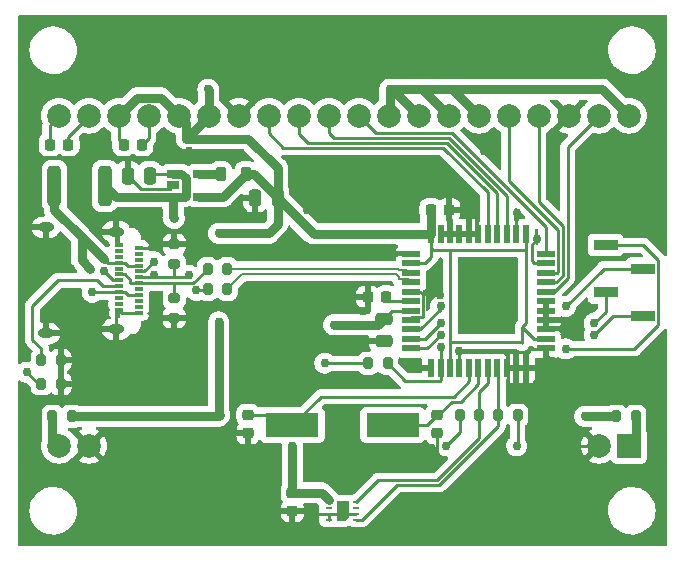
<source format=gbr>
%TF.GenerationSoftware,KiCad,Pcbnew,5.99.0-unknown-2a6c73b8df~142~ubuntu21.04.1*%
%TF.CreationDate,2021-10-24T13:29:38+00:00*%
%TF.ProjectId,wederian,77656465-7269-4616-9e2e-6b696361645f,rev?*%
%TF.SameCoordinates,Original*%
%TF.FileFunction,Copper,L1,Top*%
%TF.FilePolarity,Positive*%
%FSLAX46Y46*%
G04 Gerber Fmt 4.6, Leading zero omitted, Abs format (unit mm)*
G04 Created by KiCad (PCBNEW 5.99.0-unknown-2a6c73b8df~142~ubuntu21.04.1) date 2021-10-24 13:29:38*
%MOMM*%
%LPD*%
G01*
G04 APERTURE LIST*
G04 Aperture macros list*
%AMRoundRect*
0 Rectangle with rounded corners*
0 $1 Rounding radius*
0 $2 $3 $4 $5 $6 $7 $8 $9 X,Y pos of 4 corners*
0 Add a 4 corners polygon primitive as box body*
4,1,4,$2,$3,$4,$5,$6,$7,$8,$9,$2,$3,0*
0 Add four circle primitives for the rounded corners*
1,1,$1+$1,$2,$3*
1,1,$1+$1,$4,$5*
1,1,$1+$1,$6,$7*
1,1,$1+$1,$8,$9*
0 Add four rect primitives between the rounded corners*
20,1,$1+$1,$2,$3,$4,$5,0*
20,1,$1+$1,$4,$5,$6,$7,0*
20,1,$1+$1,$6,$7,$8,$9,0*
20,1,$1+$1,$8,$9,$2,$3,0*%
%AMFreePoly0*
4,1,6,0.500000,-0.850000,-0.500000,-0.850000,-0.500000,0.550000,-0.200000,0.850000,0.500000,0.850000,0.500000,-0.850000,0.500000,-0.850000,$1*%
G04 Aperture macros list end*
%TA.AperFunction,SMDPad,CuDef*%
%ADD10R,1.060000X0.650000*%
%TD*%
%TA.AperFunction,SMDPad,CuDef*%
%ADD11R,0.700000X0.300000*%
%TD*%
%TA.AperFunction,ComponentPad*%
%ADD12O,1.400000X0.800000*%
%TD*%
%TA.AperFunction,SMDPad,CuDef*%
%ADD13RoundRect,0.200000X0.200000X0.275000X-0.200000X0.275000X-0.200000X-0.275000X0.200000X-0.275000X0*%
%TD*%
%TA.AperFunction,SMDPad,CuDef*%
%ADD14RoundRect,0.250000X-0.475000X0.250000X-0.475000X-0.250000X0.475000X-0.250000X0.475000X0.250000X0*%
%TD*%
%TA.AperFunction,SMDPad,CuDef*%
%ADD15RoundRect,0.250000X0.250000X0.475000X-0.250000X0.475000X-0.250000X-0.475000X0.250000X-0.475000X0*%
%TD*%
%TA.AperFunction,SMDPad,CuDef*%
%ADD16R,4.500000X2.000000*%
%TD*%
%TA.AperFunction,SMDPad,CuDef*%
%ADD17RoundRect,0.225000X0.225000X0.250000X-0.225000X0.250000X-0.225000X-0.250000X0.225000X-0.250000X0*%
%TD*%
%TA.AperFunction,SMDPad,CuDef*%
%ADD18R,1.500000X0.550000*%
%TD*%
%TA.AperFunction,SMDPad,CuDef*%
%ADD19R,0.550000X1.500000*%
%TD*%
%TA.AperFunction,SMDPad,CuDef*%
%ADD20RoundRect,0.225000X-0.225000X-0.250000X0.225000X-0.250000X0.225000X0.250000X-0.225000X0.250000X0*%
%TD*%
%TA.AperFunction,SMDPad,CuDef*%
%ADD21RoundRect,0.200000X-0.200000X-0.275000X0.200000X-0.275000X0.200000X0.275000X-0.200000X0.275000X0*%
%TD*%
%TA.AperFunction,SMDPad,CuDef*%
%ADD22RoundRect,0.218750X0.218750X0.381250X-0.218750X0.381250X-0.218750X-0.381250X0.218750X-0.381250X0*%
%TD*%
%TA.AperFunction,SMDPad,CuDef*%
%ADD23R,2.000000X0.900000*%
%TD*%
%TA.AperFunction,SMDPad,CuDef*%
%ADD24RoundRect,0.225000X-0.250000X0.225000X-0.250000X-0.225000X0.250000X-0.225000X0.250000X0.225000X0*%
%TD*%
%TA.AperFunction,SMDPad,CuDef*%
%ADD25R,0.550000X0.250000*%
%TD*%
%TA.AperFunction,SMDPad,CuDef*%
%ADD26FreePoly0,180.000000*%
%TD*%
%TA.AperFunction,SMDPad,CuDef*%
%ADD27RoundRect,0.200000X0.275000X-0.200000X0.275000X0.200000X-0.275000X0.200000X-0.275000X-0.200000X0*%
%TD*%
%TA.AperFunction,SMDPad,CuDef*%
%ADD28RoundRect,0.250000X-0.312500X-1.450000X0.312500X-1.450000X0.312500X1.450000X-0.312500X1.450000X0*%
%TD*%
%TA.AperFunction,SMDPad,CuDef*%
%ADD29RoundRect,0.200000X-0.275000X0.200000X-0.275000X-0.200000X0.275000X-0.200000X0.275000X0.200000X0*%
%TD*%
%TA.AperFunction,ComponentPad*%
%ADD30R,2.000000X2.000000*%
%TD*%
%TA.AperFunction,ComponentPad*%
%ADD31C,2.000000*%
%TD*%
%TA.AperFunction,ViaPad*%
%ADD32C,0.762000*%
%TD*%
%TA.AperFunction,Conductor*%
%ADD33C,0.762000*%
%TD*%
%TA.AperFunction,Conductor*%
%ADD34C,0.254000*%
%TD*%
%TA.AperFunction,Conductor*%
%ADD35C,0.200000*%
%TD*%
G04 APERTURE END LIST*
D10*
%TO.P,U2,1,VIN*%
%TO.N,/Microcontroller/USB_VBUS*%
X148650000Y-92005000D03*
%TO.P,U2,2,GND*%
%TO.N,GND*%
X148650000Y-92955000D03*
%TO.P,U2,3,EN*%
%TO.N,/Microcontroller/USB_VBUS*%
X148650000Y-93905000D03*
%TO.P,U2,4,VOUT*%
%TO.N,/Power Regulation/VOUT*%
X150850000Y-93905000D03*
%TO.P,U2,5,LX*%
%TO.N,/Power Regulation/LX*%
X150850000Y-92005000D03*
%TD*%
D11*
%TO.P,J1,A1,GND*%
%TO.N,GND*%
X145743674Y-98236680D03*
%TO.P,J1,A2*%
%TO.N,N/C*%
X145743674Y-98736680D03*
%TO.P,J1,A3*%
X145743674Y-99236680D03*
%TO.P,J1,A4,VBUS*%
%TO.N,/USB/VBUS*%
X145743674Y-99736680D03*
%TO.P,J1,A5,CC1*%
%TO.N,/USB/CC1*%
X145743674Y-100236680D03*
%TO.P,J1,A6,D+*%
%TO.N,/USB/D+*%
X145743674Y-100736680D03*
%TO.P,J1,A7,D-*%
%TO.N,/USB/D-*%
X145743674Y-101236680D03*
%TO.P,J1,A8,SBU1*%
%TO.N,/USB/SBU1*%
X145743674Y-101736680D03*
%TO.P,J1,A9,VBUS*%
%TO.N,/USB/VBUS*%
X145743674Y-102236680D03*
%TO.P,J1,A10*%
%TO.N,N/C*%
X145743674Y-102736680D03*
%TO.P,J1,A11*%
X145743674Y-103236680D03*
%TO.P,J1,A12,GND*%
%TO.N,GND*%
X145743674Y-103736680D03*
%TO.P,J1,B1,GND*%
X144043674Y-103486680D03*
%TO.P,J1,B2*%
%TO.N,N/C*%
X144043674Y-102986680D03*
%TO.P,J1,B3*%
X144043674Y-102486680D03*
%TO.P,J1,B4,VBUS*%
%TO.N,/USB/VBUS*%
X144043674Y-101986680D03*
%TO.P,J1,B5,CC2*%
%TO.N,/USB/CC2*%
X144043674Y-101486680D03*
%TO.P,J1,B6,D+*%
%TO.N,/USB/D+*%
X144043674Y-100986680D03*
%TO.P,J1,B7,D-*%
%TO.N,/USB/D-*%
X144043674Y-100486680D03*
%TO.P,J1,B8,SBU2*%
%TO.N,/USB/SBU2*%
X144043674Y-99986680D03*
%TO.P,J1,B9,VBUS*%
%TO.N,/USB/VBUS*%
X144043674Y-99486680D03*
%TO.P,J1,B10*%
%TO.N,N/C*%
X144043674Y-98986680D03*
%TO.P,J1,B11*%
X144043674Y-98486680D03*
%TO.P,J1,B12,GND*%
%TO.N,GND*%
X144043674Y-97986680D03*
D12*
%TO.P,J1,S1,SHIELD*%
X137883674Y-96496680D03*
X137883674Y-105476680D03*
X143833674Y-96856680D03*
X143833674Y-105116680D03*
%TD*%
D13*
%TO.P,R2,1*%
%TO.N,/Microcontroller/USB_D-*%
X153225000Y-100000000D03*
%TO.P,R2,2*%
%TO.N,/USB/D-*%
X151575000Y-100000000D03*
%TD*%
D14*
%TO.P,C1,1*%
%TO.N,/Microcontroller/USB_VBUS*%
X166500000Y-104250000D03*
%TO.P,C1,2*%
%TO.N,GND*%
X166500000Y-106150000D03*
%TD*%
D15*
%TO.P,C7,1*%
%TO.N,/Power Regulation/VOUT*%
X157500000Y-94000000D03*
%TO.P,C7,2*%
%TO.N,GND*%
X155600000Y-94000000D03*
%TD*%
D16*
%TO.P,Y1,1,1*%
%TO.N,/Microcontroller/XTAL1*%
X167250000Y-113250000D03*
%TO.P,Y1,2,2*%
%TO.N,/Microcontroller/XTAL2*%
X158750000Y-113250000D03*
%TD*%
D17*
%TO.P,C6,1*%
%TO.N,GND*%
X172025000Y-95000000D03*
%TO.P,C6,2*%
%TO.N,/Power Regulation/VOUT*%
X170475000Y-95000000D03*
%TD*%
D18*
%TO.P,U1,1,PE6*%
%TO.N,GND*%
X168800000Y-98750000D03*
%TO.P,U1,2,UVCC*%
%TO.N,/Power Regulation/VOUT*%
X168800000Y-99550000D03*
%TO.P,U1,3,D-*%
%TO.N,/Microcontroller/USB_D-*%
X168800000Y-100350000D03*
%TO.P,U1,4,D+*%
%TO.N,/Microcontroller/USB_D+*%
X168800000Y-101150000D03*
%TO.P,U1,5,UGND*%
%TO.N,GND*%
X168800000Y-101950000D03*
%TO.P,U1,6,UCAP*%
%TO.N,/Microcontroller/UCAP*%
X168800000Y-102750000D03*
%TO.P,U1,7,VBUS*%
%TO.N,/Microcontroller/USB_VBUS*%
X168800000Y-103550000D03*
%TO.P,U1,8,PB0*%
%TO.N,GND*%
X168800000Y-104350000D03*
%TO.P,U1,9,PB1*%
%TO.N,/ICSP/SPI_SCK*%
X168800000Y-105150000D03*
%TO.P,U1,10,PB2*%
%TO.N,/ICSP/SPI_MOSI*%
X168800000Y-105950000D03*
%TO.P,U1,11,PB3*%
%TO.N,/ICSP/SPI_MISO*%
X168800000Y-106750000D03*
D19*
%TO.P,U1,12,PB7*%
%TO.N,GND*%
X170500000Y-108450000D03*
%TO.P,U1,13,~{RESET}*%
%TO.N,/ICSP/RESET*%
X171300000Y-108450000D03*
%TO.P,U1,14,VCC*%
%TO.N,/Power Regulation/VOUT*%
X172100000Y-108450000D03*
%TO.P,U1,15,GND*%
%TO.N,GND*%
X172900000Y-108450000D03*
%TO.P,U1,16,XTAL2*%
%TO.N,/Microcontroller/XTAL2*%
X173700000Y-108450000D03*
%TO.P,U1,17,XTAL1*%
%TO.N,/Microcontroller/XTAL1*%
X174500000Y-108450000D03*
%TO.P,U1,18,PD0*%
%TO.N,/Microcontroller/SCL*%
X175300000Y-108450000D03*
%TO.P,U1,19,PD1*%
%TO.N,/Microcontroller/SDA*%
X176100000Y-108450000D03*
%TO.P,U1,20,PD2*%
%TO.N,GND*%
X176900000Y-108450000D03*
%TO.P,U1,21,PD3*%
X177700000Y-108450000D03*
%TO.P,U1,22,PD5*%
X178500000Y-108450000D03*
D18*
%TO.P,U1,23,GND*%
X180200000Y-106750000D03*
%TO.P,U1,24,AVCC*%
%TO.N,/Power Regulation/VOUT*%
X180200000Y-105950000D03*
%TO.P,U1,25,PD4*%
%TO.N,GND*%
X180200000Y-105150000D03*
%TO.P,U1,26,PD6*%
X180200000Y-104350000D03*
%TO.P,U1,27,PD7*%
X180200000Y-103550000D03*
%TO.P,U1,28,PB4*%
X180200000Y-102750000D03*
%TO.P,U1,29,PB5*%
%TO.N,/LCD/SCREEN_RS*%
X180200000Y-101950000D03*
%TO.P,U1,30,PB6*%
%TO.N,/LCD/SCREEN_RW*%
X180200000Y-101150000D03*
%TO.P,U1,31,PC6*%
%TO.N,/LCD/SCREEN_E*%
X180200000Y-100350000D03*
%TO.P,U1,32,PC7*%
%TO.N,GND*%
X180200000Y-99550000D03*
%TO.P,U1,33,~{HWB}/PE2*%
%TO.N,/LCD/SCREEN_D4*%
X180200000Y-98750000D03*
D19*
%TO.P,U1,34,VCC*%
%TO.N,/Power Regulation/VOUT*%
X178500000Y-97050000D03*
%TO.P,U1,35,GND*%
%TO.N,GND*%
X177700000Y-97050000D03*
%TO.P,U1,36,PF7*%
%TO.N,/LCD/SCREEN_D5*%
X176900000Y-97050000D03*
%TO.P,U1,37,PF6*%
%TO.N,/LCD/SCREEN_D6*%
X176100000Y-97050000D03*
%TO.P,U1,38,PF5*%
%TO.N,/LCD/SCREEN_D7*%
X175300000Y-97050000D03*
%TO.P,U1,39,PF4*%
%TO.N,GND*%
X174500000Y-97050000D03*
%TO.P,U1,40,PF1*%
X173700000Y-97050000D03*
%TO.P,U1,41,PF0*%
X172900000Y-97050000D03*
%TO.P,U1,42,AREF*%
X172100000Y-97050000D03*
%TO.P,U1,43,GND*%
X171300000Y-97050000D03*
%TO.P,U1,44,AVCC*%
%TO.N,/Power Regulation/VOUT*%
X170500000Y-97050000D03*
%TD*%
D20*
%TO.P,C9,1*%
%TO.N,/Power Regulation/VOUT*%
X144475000Y-89500000D03*
%TO.P,C9,2*%
%TO.N,/LCD/VOUT*%
X146025000Y-89500000D03*
%TD*%
D15*
%TO.P,C5,1*%
%TO.N,/Microcontroller/USB_VBUS*%
X146700000Y-92130000D03*
%TO.P,C5,2*%
%TO.N,GND*%
X144800000Y-92130000D03*
%TD*%
D17*
%TO.P,C4,1*%
%TO.N,/Microcontroller/UCAP*%
X166675000Y-102400000D03*
%TO.P,C4,2*%
%TO.N,GND*%
X165125000Y-102400000D03*
%TD*%
D13*
%TO.P,R1,1*%
%TO.N,/Microcontroller/USB_D+*%
X153225000Y-101750000D03*
%TO.P,R1,2*%
%TO.N,/USB/D+*%
X151575000Y-101750000D03*
%TD*%
%TO.P,R5,1*%
%TO.N,GND*%
X139150000Y-109750000D03*
%TO.P,R5,2*%
%TO.N,/USB/CC1*%
X137500000Y-109750000D03*
%TD*%
%TO.P,R6,1*%
%TO.N,GND*%
X139150000Y-107750000D03*
%TO.P,R6,2*%
%TO.N,/USB/CC2*%
X137500000Y-107750000D03*
%TD*%
D21*
%TO.P,R3,1*%
%TO.N,/Power Regulation/VOUT*%
X172925000Y-112400000D03*
%TO.P,R3,2*%
%TO.N,/Microcontroller/SCL*%
X174575000Y-112400000D03*
%TD*%
D22*
%TO.P,L1,1,1*%
%TO.N,/Power Regulation/VOUT*%
X154812500Y-92000000D03*
%TO.P,L1,2,2*%
%TO.N,/Power Regulation/LX*%
X152687500Y-92000000D03*
%TD*%
D23*
%TO.P,J2,1,Pin_1*%
%TO.N,/ICSP/RESET*%
X185271089Y-98000000D03*
%TO.P,J2,2,Pin_2*%
%TO.N,/ICSP/SPI_SCK*%
X188471089Y-100000000D03*
%TO.P,J2,3,Pin_3*%
%TO.N,/ICSP/SPI_MOSI*%
X185271089Y-102000000D03*
%TO.P,J2,4,Pin_4*%
%TO.N,/ICSP/SPI_MISO*%
X188471089Y-104000000D03*
%TD*%
D20*
%TO.P,C10,1*%
%TO.N,/LCD/CAP1N*%
X138225000Y-89500000D03*
%TO.P,C10,2*%
%TO.N,/LCD/CAP1P*%
X139775000Y-89500000D03*
%TD*%
D24*
%TO.P,C3,1*%
%TO.N,/Microcontroller/XTAL2*%
X155000000Y-112375000D03*
%TO.P,C3,2*%
%TO.N,GND*%
X155000000Y-113925000D03*
%TD*%
%TO.P,C2,1*%
%TO.N,/Microcontroller/XTAL1*%
X171000000Y-112375000D03*
%TO.P,C2,2*%
%TO.N,GND*%
X171000000Y-113925000D03*
%TD*%
%TO.P,C8,1*%
%TO.N,/Power Regulation/VOUT*%
X158750000Y-118975000D03*
%TO.P,C8,2*%
%TO.N,GND*%
X158750000Y-120525000D03*
%TD*%
D25*
%TO.P,U3,1,SDA*%
%TO.N,/Microcontroller/SDA*%
X164175000Y-121250000D03*
%TO.P,U3,2,ADDR*%
%TO.N,GND*%
X164175000Y-120750000D03*
%TO.P,U3,3,ALERT*%
%TO.N,unconnected-(U3-Pad3)*%
X164175000Y-120250000D03*
%TO.P,U3,4,SCL*%
%TO.N,/Microcontroller/SCL*%
X164175000Y-119750000D03*
%TO.P,U3,5,VDD*%
%TO.N,/Power Regulation/VOUT*%
X161825000Y-119750000D03*
%TO.P,U3,6,~{RESET}*%
%TO.N,unconnected-(U3-Pad6)*%
X161825000Y-120250000D03*
%TO.P,U3,7,R*%
%TO.N,GND*%
X161825000Y-120750000D03*
%TO.P,U3,8,VSS*%
X161825000Y-121250000D03*
D26*
%TO.P,U3,9,VSS*%
X163000000Y-120500000D03*
%TD*%
D13*
%TO.P,R4,1*%
%TO.N,/Power Regulation/VOUT*%
X177825000Y-112400000D03*
%TO.P,R4,2*%
%TO.N,/Microcontroller/SDA*%
X176175000Y-112400000D03*
%TD*%
D27*
%TO.P,RV2,1*%
%TO.N,/USB/D+*%
X148750000Y-99575000D03*
%TO.P,RV2,2*%
%TO.N,GND*%
X148750000Y-97925000D03*
%TD*%
D28*
%TO.P,F1,1*%
%TO.N,/USB/VBUS*%
X138612500Y-93000000D03*
%TO.P,F1,2*%
%TO.N,/Microcontroller/USB_VBUS*%
X142887500Y-93000000D03*
%TD*%
D29*
%TO.P,RV1,1*%
%TO.N,/USB/D-*%
X148750000Y-102500000D03*
%TO.P,RV1,2*%
%TO.N,GND*%
X148750000Y-104150000D03*
%TD*%
D21*
%TO.P,R9,1*%
%TO.N,/Power Regulation/VOUT*%
X165175000Y-108000000D03*
%TO.P,R9,2*%
%TO.N,/ICSP/RESET*%
X166825000Y-108000000D03*
%TD*%
%TO.P,R7,1*%
%TO.N,/Power Regulation/VOUT*%
X186175000Y-112500000D03*
%TO.P,R7,2*%
%TO.N,/LCD/A1*%
X187825000Y-112500000D03*
%TD*%
D13*
%TO.P,R8,1*%
%TO.N,/Power Regulation/VOUT*%
X140075000Y-112500000D03*
%TO.P,R8,2*%
%TO.N,/LCD/A2*%
X138425000Y-112500000D03*
%TD*%
D30*
%TO.P,LCD1,1,A1*%
%TO.N,/LCD/A1*%
X187250000Y-115000000D03*
D31*
%TO.P,LCD1,2,C1*%
%TO.N,GND*%
X184710000Y-115000000D03*
%TO.P,LCD1,19,C2*%
X141530000Y-115000000D03*
%TO.P,LCD1,20,A2*%
%TO.N,/LCD/A2*%
X138990000Y-115000000D03*
%TO.P,LCD1,21,CAP1N*%
%TO.N,/LCD/CAP1N*%
X138990000Y-87060000D03*
%TO.P,LCD1,22,CAP1P*%
%TO.N,/LCD/CAP1P*%
X141530000Y-87060000D03*
%TO.P,LCD1,23,PSB*%
%TO.N,/Power Regulation/VOUT*%
X144070000Y-87060000D03*
%TO.P,LCD1,24,VOUT*%
%TO.N,/LCD/VOUT*%
X146610000Y-87060000D03*
%TO.P,LCD1,25,VIN*%
%TO.N,/Power Regulation/VOUT*%
X149150000Y-87060000D03*
%TO.P,LCD1,26,VDD*%
X151690000Y-87060000D03*
%TO.P,LCD1,27,VSS*%
%TO.N,GND*%
X154230000Y-87060000D03*
%TO.P,LCD1,28,D7/SI*%
%TO.N,/LCD/SCREEN_D7*%
X156770000Y-87060000D03*
%TO.P,LCD1,29,D6/CLK*%
%TO.N,/LCD/SCREEN_D6*%
X159310000Y-87060000D03*
%TO.P,LCD1,30,D5*%
%TO.N,/LCD/SCREEN_D5*%
X161850000Y-87060000D03*
%TO.P,LCD1,31,D4*%
%TO.N,/LCD/SCREEN_D4*%
X164390000Y-87060000D03*
%TO.P,LCD1,32,D3*%
%TO.N,/Power Regulation/VOUT*%
X166930000Y-87060000D03*
%TO.P,LCD1,33,D2*%
X169470000Y-87060000D03*
%TO.P,LCD1,34,D1*%
X172010000Y-87060000D03*
%TO.P,LCD1,35,D0*%
X174550000Y-87060000D03*
%TO.P,LCD1,36,E*%
%TO.N,/LCD/SCREEN_E*%
X177090000Y-87060000D03*
%TO.P,LCD1,37,R/W*%
%TO.N,/LCD/SCREEN_RW*%
X179630000Y-87060000D03*
%TO.P,LCD1,38,CSB*%
%TO.N,GND*%
X182170000Y-87060000D03*
%TO.P,LCD1,39,RS*%
%TO.N,/LCD/SCREEN_RS*%
X184710000Y-87060000D03*
%TO.P,LCD1,40,~{RESET}*%
%TO.N,/Power Regulation/VOUT*%
X187250000Y-87060000D03*
%TD*%
D32*
%TO.N,/Power Regulation/VOUT*%
X171750000Y-115000000D03*
X167000000Y-84800000D03*
X183500000Y-112500000D03*
X152500000Y-97000000D03*
X152600000Y-112400000D03*
X177750000Y-115000000D03*
X152500000Y-104500000D03*
X151600000Y-84800000D03*
X158750000Y-115000000D03*
X161500000Y-108000000D03*
%TO.N,GND*%
X165000000Y-80000000D03*
X167500000Y-92500000D03*
X177500000Y-117500000D03*
X183500000Y-103600000D03*
X140000000Y-105000000D03*
X167500000Y-82500000D03*
X155000000Y-80000000D03*
X182500000Y-115000000D03*
X175000000Y-90000000D03*
X140000000Y-100000000D03*
X172500000Y-122500000D03*
X177500000Y-100000000D03*
X142500000Y-122500000D03*
X150000000Y-110000000D03*
X160000000Y-80000000D03*
X147500000Y-122500000D03*
X145000000Y-115000000D03*
X170000000Y-80000000D03*
X155000000Y-110000000D03*
X171000000Y-115913900D03*
X182500000Y-122500000D03*
X166900000Y-98800000D03*
X162500000Y-92500000D03*
X180700000Y-107800000D03*
X152500000Y-117500000D03*
X158750000Y-122000000D03*
X179500000Y-97500000D03*
X169000000Y-108000000D03*
X160000000Y-105000000D03*
X145000000Y-110000000D03*
X175000000Y-100000000D03*
X150000000Y-115000000D03*
X185000000Y-110000000D03*
X162500000Y-82500000D03*
X185000000Y-95000000D03*
X160500000Y-120750000D03*
X152500000Y-82500000D03*
X147500000Y-117500000D03*
X182500000Y-117500000D03*
X187500000Y-90000000D03*
X150000000Y-90000000D03*
X172900000Y-107000000D03*
X164700000Y-103590100D03*
X157500000Y-82500000D03*
X147000000Y-98200000D03*
X155000000Y-105000000D03*
X175000000Y-102500000D03*
X177500000Y-122500000D03*
X165000000Y-95000000D03*
X180000000Y-112500000D03*
X171250000Y-102250000D03*
X177500000Y-102500000D03*
X180000000Y-120000000D03*
X142000000Y-105000000D03*
X157500000Y-102500000D03*
X147500000Y-107500000D03*
X185000000Y-90000000D03*
X160000000Y-110000000D03*
X157500000Y-107500000D03*
X142500000Y-117500000D03*
X185000000Y-92500000D03*
X177750000Y-95250000D03*
X160000000Y-95000000D03*
X164900000Y-106200000D03*
X175000000Y-120000000D03*
X152500000Y-122500000D03*
%TO.N,/Microcontroller/USB_VBUS*%
X148750000Y-95750000D03*
X162250000Y-104750000D03*
%TO.N,/USB/CC1*%
X147000000Y-99400000D03*
X136250000Y-108750000D03*
%TO.N,/USB/D+*%
X150000000Y-100576780D03*
X150616333Y-101835160D03*
X142800000Y-100200000D03*
X147000000Y-100576780D03*
%TO.N,/ICSP/RESET*%
X171300000Y-106600000D03*
X181900000Y-106800000D03*
%TO.N,/ICSP/SPI_SCK*%
X181900000Y-103200000D03*
X171300000Y-103200000D03*
%TO.N,/ICSP/SPI_MISO*%
X184300000Y-105600000D03*
X171300000Y-105600000D03*
%TO.N,/ICSP/SPI_MOSI*%
X184300000Y-104600000D03*
X171300000Y-104600000D03*
%TO.N,/USB/VBUS*%
X141800000Y-102000000D03*
X141600000Y-100000000D03*
%TD*%
D33*
%TO.N,/Power Regulation/VOUT*%
X184990000Y-84800000D02*
X187250000Y-87060000D01*
D34*
X178221089Y-104921089D02*
X178221089Y-106321089D01*
D33*
X151690000Y-84890000D02*
X151600000Y-84800000D01*
X157500000Y-94000000D02*
X157500000Y-91500000D01*
X155000000Y-89000000D02*
X149750000Y-89000000D01*
X157500000Y-94000000D02*
X160550000Y-97050000D01*
X169750000Y-84800000D02*
X172010000Y-87060000D01*
D34*
X144070000Y-87060000D02*
X144070000Y-89095000D01*
D33*
X149750000Y-87660000D02*
X149150000Y-87060000D01*
D34*
X178500000Y-97050000D02*
X178500000Y-104642178D01*
X178500000Y-104642178D02*
X178221089Y-104921089D01*
X170500000Y-99000000D02*
X170500000Y-98200000D01*
D33*
X152500000Y-112300000D02*
X152600000Y-112400000D01*
D34*
X172100000Y-98400000D02*
X170700000Y-98400000D01*
D33*
X156750000Y-97000000D02*
X152500000Y-97000000D01*
D34*
X172100000Y-106200000D02*
X178100000Y-106200000D01*
X172100000Y-106200000D02*
X172100000Y-98400000D01*
D33*
X161825000Y-119575000D02*
X161825000Y-119592089D01*
X157500000Y-91500000D02*
X155000000Y-89000000D01*
X172290000Y-84800000D02*
X184990000Y-84800000D01*
D34*
X170500000Y-98200000D02*
X170500000Y-97050000D01*
D33*
X147617089Y-85527089D02*
X145602911Y-85527089D01*
X151690000Y-87060000D02*
X151690000Y-84890000D01*
X150850000Y-93905000D02*
X152907500Y-93905000D01*
X167000000Y-86990000D02*
X166930000Y-87060000D01*
X149750000Y-89000000D02*
X149750000Y-87660000D01*
D34*
X172925000Y-112400000D02*
X172925000Y-113825000D01*
D33*
X152907500Y-93905000D02*
X154812500Y-92000000D01*
X172290000Y-84800000D02*
X174550000Y-87060000D01*
X145602911Y-85527089D02*
X144070000Y-87060000D01*
D34*
X169950000Y-99550000D02*
X170500000Y-99000000D01*
D33*
X170475000Y-97032911D02*
X170492089Y-97050000D01*
X158750000Y-118975000D02*
X158750000Y-115000000D01*
X167210000Y-84800000D02*
X169470000Y-87060000D01*
X167000000Y-84800000D02*
X167000000Y-86990000D01*
X149150000Y-87060000D02*
X147617089Y-85527089D01*
D34*
X168800000Y-99550000D02*
X169950000Y-99550000D01*
D33*
X160550000Y-97050000D02*
X170492089Y-97050000D01*
X154812500Y-92000000D02*
X155500000Y-92000000D01*
D34*
X172925000Y-113825000D02*
X171750000Y-115000000D01*
D33*
X158750000Y-118975000D02*
X161225000Y-118975000D01*
X149750000Y-89000000D02*
X151690000Y-87060000D01*
D34*
X170700000Y-98400000D02*
X170500000Y-98200000D01*
X144070000Y-89095000D02*
X144475000Y-89500000D01*
D33*
X155500000Y-92000000D02*
X157500000Y-94000000D01*
X152500000Y-104500000D02*
X152500000Y-112300000D01*
D34*
X178221089Y-104921089D02*
X179250000Y-105950000D01*
X165175000Y-108000000D02*
X161500000Y-108000000D01*
D33*
X157500000Y-96250000D02*
X156750000Y-97000000D01*
X183500000Y-112500000D02*
X186175000Y-112500000D01*
D34*
X178500000Y-98400000D02*
X172100000Y-98400000D01*
D33*
X170475000Y-95000000D02*
X170475000Y-97032911D01*
X157500000Y-94000000D02*
X157500000Y-96250000D01*
D34*
X177825000Y-112400000D02*
X177825000Y-114925000D01*
D33*
X152500000Y-112500000D02*
X152600000Y-112400000D01*
X140075000Y-112500000D02*
X152500000Y-112500000D01*
D34*
X172100000Y-108450000D02*
X172100000Y-106200000D01*
X179250000Y-105950000D02*
X180200000Y-105950000D01*
D33*
X161225000Y-118975000D02*
X161825000Y-119575000D01*
D34*
X177825000Y-114925000D02*
X177750000Y-115000000D01*
D33*
X167000000Y-84800000D02*
X172290000Y-84800000D01*
D34*
%TO.N,GND*%
X143833674Y-105116680D02*
X142116680Y-105116680D01*
X177700000Y-95300000D02*
X177750000Y-95250000D01*
X142116680Y-105116680D02*
X142000000Y-105000000D01*
X143833674Y-103696680D02*
X144043674Y-103486680D01*
X169450000Y-108450000D02*
X169000000Y-108000000D01*
X164950000Y-106150000D02*
X164900000Y-106200000D01*
X181950000Y-105150000D02*
X183500000Y-103600000D01*
X171000000Y-113925000D02*
X171000000Y-115913900D01*
X168800000Y-101950000D02*
X169582822Y-101950000D01*
X169828911Y-104103911D02*
X168800000Y-104103911D01*
X179000000Y-99354000D02*
X179000000Y-98000000D01*
X169582822Y-101950000D02*
X169816411Y-102183589D01*
X180200000Y-106750000D02*
X180200000Y-107300000D01*
X161825000Y-120750000D02*
X162750000Y-120750000D01*
X164175000Y-120750000D02*
X163250000Y-120750000D01*
X161825000Y-120750000D02*
X160500000Y-120750000D01*
X162750000Y-120750000D02*
X163000000Y-120500000D01*
X169816411Y-102183589D02*
X171183589Y-102183589D01*
X171300000Y-97050000D02*
X174500000Y-97050000D01*
X166950000Y-98750000D02*
X166900000Y-98800000D01*
X169828911Y-102196089D02*
X169828911Y-104103911D01*
X161825000Y-121250000D02*
X161825000Y-120750000D01*
X169816411Y-102183589D02*
X169828911Y-102196089D01*
X172900000Y-108450000D02*
X172900000Y-107000000D01*
X145743674Y-103736680D02*
X144293674Y-103736680D01*
X158750000Y-120525000D02*
X158750000Y-122000000D01*
X171183589Y-102183589D02*
X171250000Y-102250000D01*
X168800000Y-98750000D02*
X166950000Y-98750000D01*
X146963320Y-98236680D02*
X147000000Y-98200000D01*
X170500000Y-108450000D02*
X169450000Y-108450000D01*
X145915080Y-93245080D02*
X144800000Y-92130000D01*
X163250000Y-120750000D02*
X163000000Y-120500000D01*
X144043674Y-97066680D02*
X143833674Y-96856680D01*
X148650000Y-92955000D02*
X148359920Y-93245080D01*
X180200000Y-99550000D02*
X179196000Y-99550000D01*
X143833674Y-97776680D02*
X144043674Y-97986680D01*
X144009675Y-96680679D02*
X143833674Y-96856680D01*
X165125000Y-102400000D02*
X165125000Y-103165100D01*
X177700000Y-97050000D02*
X177700000Y-95300000D01*
X144293674Y-103736680D02*
X144043674Y-103486680D01*
X179000000Y-98000000D02*
X179500000Y-97500000D01*
X143833674Y-96856680D02*
X143833674Y-97776680D01*
X165125000Y-103165100D02*
X164700000Y-103590100D01*
X179196000Y-99550000D02*
X179000000Y-99354000D01*
X143833674Y-105116680D02*
X143833674Y-103696680D01*
X180200000Y-107300000D02*
X180700000Y-107800000D01*
X145743674Y-98236680D02*
X146963320Y-98236680D01*
X148359920Y-93245080D02*
X145915080Y-93245080D01*
X184710000Y-115000000D02*
X182500000Y-115000000D01*
X180200000Y-105150000D02*
X181950000Y-105150000D01*
X166500000Y-106150000D02*
X164950000Y-106150000D01*
%TO.N,/Microcontroller/USB_VBUS*%
X168800000Y-103550000D02*
X167200000Y-103550000D01*
D33*
X143792500Y-93905000D02*
X148650000Y-93905000D01*
X148650000Y-93905000D02*
X149620822Y-93905000D01*
X162250000Y-104750000D02*
X166000000Y-104750000D01*
X142887500Y-93000000D02*
X143792500Y-93905000D01*
D34*
X146825000Y-92005000D02*
X146700000Y-92130000D01*
X148650000Y-92005000D02*
X146825000Y-92005000D01*
D33*
X148650000Y-95650000D02*
X148750000Y-95750000D01*
X149712911Y-92362911D02*
X149355000Y-92005000D01*
X166000000Y-104750000D02*
X166500000Y-104250000D01*
X149620822Y-93905000D02*
X149712911Y-93812911D01*
X149355000Y-92005000D02*
X148650000Y-92005000D01*
D34*
X167200000Y-103550000D02*
X166500000Y-104250000D01*
D33*
X149712911Y-93812911D02*
X149712911Y-92362911D01*
X148650000Y-93905000D02*
X148650000Y-95650000D01*
D34*
%TO.N,/Microcontroller/XTAL1*%
X172250000Y-111250000D02*
X173000000Y-111250000D01*
X171125000Y-112375000D02*
X172250000Y-111250000D01*
X171000000Y-112375000D02*
X171125000Y-112375000D01*
X174500000Y-108450000D02*
X174500000Y-109750000D01*
X174500000Y-109750000D02*
X173000000Y-111250000D01*
X170125000Y-113250000D02*
X171000000Y-112375000D01*
X167250000Y-113250000D02*
X170125000Y-113250000D01*
%TO.N,/Microcontroller/XTAL2*%
X172405920Y-110844080D02*
X161155920Y-110844080D01*
X172405920Y-110844080D02*
X173700000Y-109550000D01*
X157875000Y-112375000D02*
X158750000Y-113250000D01*
X155000000Y-112375000D02*
X157875000Y-112375000D01*
X161155920Y-110844080D02*
X158750000Y-113250000D01*
X173700000Y-109550000D02*
X173700000Y-108450000D01*
%TO.N,/Microcontroller/UCAP*%
X167025000Y-102750000D02*
X168800000Y-102750000D01*
X166675000Y-102400000D02*
X167025000Y-102750000D01*
D33*
%TO.N,/Power Regulation/LX*%
X150850000Y-92005000D02*
X152682500Y-92005000D01*
X152682500Y-92005000D02*
X152687500Y-92000000D01*
D34*
%TO.N,/LCD/VOUT*%
X146610000Y-87060000D02*
X146610000Y-88915000D01*
X146610000Y-88915000D02*
X146025000Y-89500000D01*
%TO.N,/LCD/CAP1N*%
X138225000Y-87825000D02*
X138990000Y-87060000D01*
X138225000Y-89500000D02*
X138225000Y-87825000D01*
%TO.N,/LCD/CAP1P*%
X139775000Y-88815000D02*
X141530000Y-87060000D01*
X139775000Y-89500000D02*
X139775000Y-88815000D01*
%TO.N,/USB/CC1*%
X145743674Y-100236680D02*
X146163320Y-100236680D01*
X137250000Y-109750000D02*
X136250000Y-108750000D01*
X146163320Y-100236680D02*
X147000000Y-99400000D01*
X137500000Y-109750000D02*
X137250000Y-109750000D01*
%TO.N,/USB/D+*%
X143586680Y-100986680D02*
X142800000Y-100200000D01*
X148750000Y-100723360D02*
X148750000Y-99575000D01*
X147136680Y-100736680D02*
X148763320Y-100736680D01*
X148763320Y-100736680D02*
X148750000Y-100723360D01*
X148763320Y-100736680D02*
X149840100Y-100736680D01*
X149840100Y-100736680D02*
X150000000Y-100576780D01*
X145743674Y-100736680D02*
X147136680Y-100736680D01*
X144043674Y-100986680D02*
X143586680Y-100986680D01*
X147000000Y-100600000D02*
X147136680Y-100736680D01*
X147000000Y-100576780D02*
X147000000Y-100600000D01*
X151489840Y-101835160D02*
X151575000Y-101750000D01*
X150616333Y-101835160D02*
X151489840Y-101835160D01*
%TO.N,/ICSP/RESET*%
X187678910Y-106800000D02*
X189750000Y-104728911D01*
X168303911Y-109478911D02*
X166825000Y-108000000D01*
X189750000Y-99271089D02*
X188478911Y-98000000D01*
X188478911Y-98000000D02*
X185271089Y-98000000D01*
X189750000Y-104728911D02*
X189750000Y-99271089D01*
X171300000Y-108450000D02*
X171300000Y-109454000D01*
X171300000Y-109454000D02*
X171275089Y-109478911D01*
X171300000Y-108450000D02*
X171300000Y-106600000D01*
X171275089Y-109478911D02*
X168303911Y-109478911D01*
X181900000Y-106800000D02*
X187678910Y-106800000D01*
%TO.N,/ICSP/SPI_SCK*%
X185100000Y-100000000D02*
X188471089Y-100000000D01*
X171300000Y-103400000D02*
X171300000Y-103200000D01*
X168800000Y-105150000D02*
X169550000Y-105150000D01*
X181900000Y-103200000D02*
X185100000Y-100000000D01*
X169550000Y-105150000D02*
X171300000Y-103400000D01*
%TO.N,/ICSP/SPI_MISO*%
X184300000Y-105600000D02*
X185900000Y-104000000D01*
X185900000Y-104000000D02*
X188471089Y-104000000D01*
X168800000Y-106750000D02*
X170150000Y-106750000D01*
X170150000Y-106750000D02*
X171300000Y-105600000D01*
%TO.N,/ICSP/SPI_MOSI*%
X184300000Y-104600000D02*
X185271089Y-103628911D01*
X185271089Y-103628911D02*
X185271089Y-102000000D01*
X169950000Y-105950000D02*
X171300000Y-104600000D01*
X168800000Y-105950000D02*
X169950000Y-105950000D01*
D33*
%TO.N,/LCD/A1*%
X187825000Y-112500000D02*
X187825000Y-114425000D01*
X187825000Y-114425000D02*
X187250000Y-115000000D01*
%TO.N,/LCD/A2*%
X138425000Y-112500000D02*
X138425000Y-114435000D01*
X138425000Y-114435000D02*
X138990000Y-115000000D01*
D34*
%TO.N,/LCD/SCREEN_D7*%
X156770000Y-87060000D02*
X156770000Y-88520000D01*
X158000000Y-89750000D02*
X171500000Y-89750000D01*
X171500000Y-89750000D02*
X175300000Y-93550000D01*
X156770000Y-88520000D02*
X158000000Y-89750000D01*
X175300000Y-93550000D02*
X175300000Y-97050000D01*
%TO.N,/LCD/SCREEN_D6*%
X160094080Y-89344080D02*
X171844080Y-89344080D01*
X159310000Y-87060000D02*
X159310000Y-88560000D01*
X171844080Y-89344080D02*
X176100000Y-93600000D01*
X176100000Y-93600000D02*
X176100000Y-97050000D01*
X159310000Y-88560000D02*
X160094080Y-89344080D01*
%TO.N,/LCD/SCREEN_D5*%
X161850000Y-87060000D02*
X161850000Y-88474213D01*
X162313947Y-88938160D02*
X172012217Y-88938160D01*
X176900000Y-93825943D02*
X176900000Y-97050000D01*
X172012217Y-88938160D02*
X176900000Y-93825943D01*
X161850000Y-88474213D02*
X162313947Y-88938160D01*
%TO.N,/LCD/SCREEN_D4*%
X165862240Y-88532240D02*
X172282240Y-88532240D01*
X164390000Y-87060000D02*
X165862240Y-88532240D01*
X180250000Y-96500000D02*
X180200000Y-96550000D01*
X180200000Y-96550000D02*
X180200000Y-98750000D01*
X172282240Y-88532240D02*
X180250000Y-96500000D01*
%TO.N,/LCD/SCREEN_E*%
X181150000Y-100350000D02*
X180200000Y-100350000D01*
X181250000Y-96750000D02*
X181250000Y-100250000D01*
X177090000Y-92590000D02*
X181250000Y-96750000D01*
X181250000Y-100250000D02*
X181150000Y-100350000D01*
X177090000Y-87060000D02*
X177090000Y-92590000D01*
%TO.N,/LCD/SCREEN_RW*%
X181100000Y-101150000D02*
X180200000Y-101150000D01*
X179630000Y-87060000D02*
X179630000Y-94380000D01*
X181655920Y-96405920D02*
X181655920Y-100594080D01*
X179630000Y-94380000D02*
X181655920Y-96405920D01*
X181655920Y-100594080D02*
X181100000Y-101150000D01*
%TO.N,/LCD/SCREEN_RS*%
X182061840Y-89708160D02*
X182061840Y-100762217D01*
X184710000Y-87060000D02*
X182061840Y-89708160D01*
X180874057Y-101950000D02*
X180200000Y-101950000D01*
X182061840Y-100762217D02*
X180874057Y-101950000D01*
D35*
%TO.N,/Microcontroller/USB_D+*%
X154524999Y-100450001D02*
X167534796Y-100450001D01*
X167798089Y-100876911D02*
X168526911Y-100876911D01*
X167798089Y-100713294D02*
X167798089Y-100876911D01*
X153225000Y-101750000D02*
X154524999Y-100450001D01*
X168526911Y-100876911D02*
X168800000Y-101150000D01*
X167534796Y-100450001D02*
X167798089Y-100713294D01*
%TO.N,/Microcontroller/USB_D-*%
X167798089Y-100076911D02*
X168363308Y-100076911D01*
X167798089Y-100000000D02*
X167798089Y-100076911D01*
X153225000Y-100000000D02*
X167798089Y-100000000D01*
X168636397Y-100350000D02*
X168800000Y-100350000D01*
X168363308Y-100076911D02*
X168636397Y-100350000D01*
D34*
%TO.N,/Microcontroller/SCL*%
X174575000Y-112400000D02*
X174575000Y-114358256D01*
X166023098Y-117901902D02*
X164175000Y-119750000D01*
X175300000Y-109700000D02*
X174575000Y-110425000D01*
X174575000Y-112400000D02*
X174575000Y-110425000D01*
X171031354Y-117901902D02*
X166023098Y-117901902D01*
X174575000Y-114358256D02*
X171031354Y-117901902D01*
X175300000Y-108450000D02*
X175300000Y-109700000D01*
%TO.N,/Microcontroller/SDA*%
X176175000Y-112400000D02*
X176175000Y-113332314D01*
X176175000Y-108525000D02*
X176100000Y-108450000D01*
X176175000Y-112400000D02*
X176175000Y-108525000D01*
X176175000Y-113332314D02*
X171199492Y-118307822D01*
X167575000Y-118307822D02*
X164632822Y-121250000D01*
X164632822Y-121250000D02*
X164175000Y-121250000D01*
X171199492Y-118307822D02*
X167575000Y-118307822D01*
%TO.N,/USB/D-*%
X145743674Y-101236680D02*
X145036680Y-101236680D01*
X148763320Y-101236680D02*
X148750000Y-101250000D01*
X148763320Y-101236680D02*
X150338320Y-101236680D01*
X148750000Y-101250000D02*
X148750000Y-102500000D01*
X145036680Y-100921864D02*
X144601496Y-100486680D01*
X144601496Y-100486680D02*
X144043674Y-100486680D01*
X145743674Y-101236680D02*
X148763320Y-101236680D01*
X150338320Y-101236680D02*
X151575000Y-100000000D01*
X145036680Y-101236680D02*
X145036680Y-100921864D01*
%TO.N,/USB/CC2*%
X142226640Y-101000000D02*
X142713320Y-101486680D01*
X138900000Y-101000000D02*
X142226640Y-101000000D01*
X137500000Y-106750000D02*
X136750000Y-106000000D01*
X136750000Y-103150000D02*
X138900000Y-101000000D01*
X136750000Y-106000000D02*
X136750000Y-103150000D01*
X144043674Y-101486680D02*
X142713320Y-101486680D01*
X137500000Y-107750000D02*
X137500000Y-106750000D01*
%TO.N,/USB/VBUS*%
X144851496Y-99736680D02*
X144601496Y-99486680D01*
D33*
X140900000Y-97300000D02*
X138612500Y-95012500D01*
D34*
X144851496Y-102236680D02*
X144601496Y-101986680D01*
X145743674Y-99736680D02*
X144851496Y-99736680D01*
X144043674Y-99556326D02*
X144042231Y-99557769D01*
D33*
X140900000Y-99300000D02*
X141600000Y-100000000D01*
D34*
X145743674Y-102236680D02*
X144851496Y-102236680D01*
X144043674Y-101986680D02*
X141813320Y-101986680D01*
X144601496Y-99486680D02*
X144043674Y-99486680D01*
X144601496Y-101986680D02*
X144043674Y-101986680D01*
X144043674Y-99486680D02*
X144043674Y-99556326D01*
D33*
X138612500Y-95012500D02*
X138612500Y-93000000D01*
X140900000Y-97300000D02*
X140900000Y-99300000D01*
X140900000Y-97300000D02*
X142800000Y-99200000D01*
D34*
X141813320Y-101986680D02*
X141800000Y-102000000D01*
X144042231Y-99557769D02*
X143157769Y-99557769D01*
X143157769Y-99557769D02*
X142800000Y-99200000D01*
%TD*%
%TA.AperFunction,Conductor*%
%TO.N,GND*%
G36*
X167198601Y-101078503D02*
G01*
X167246889Y-101136284D01*
X167263403Y-101176154D01*
X167263405Y-101176158D01*
X167266565Y-101183786D01*
X167281393Y-101203110D01*
X167341052Y-101280859D01*
X167366653Y-101347079D01*
X167352388Y-101416628D01*
X167302787Y-101467424D01*
X167233598Y-101483340D01*
X167201423Y-101477156D01*
X167056285Y-101429016D01*
X167056283Y-101429016D01*
X167049757Y-101426851D01*
X167042920Y-101426151D01*
X167042918Y-101426150D01*
X167001599Y-101421917D01*
X166948732Y-101416500D01*
X166401268Y-101416500D01*
X166398022Y-101416837D01*
X166398018Y-101416837D01*
X166368730Y-101419876D01*
X166298981Y-101427113D01*
X166290963Y-101429788D01*
X166143676Y-101478927D01*
X166143674Y-101478928D01*
X166136732Y-101481244D01*
X166130508Y-101485096D01*
X166130507Y-101485096D01*
X166048968Y-101535554D01*
X165991287Y-101571248D01*
X165986114Y-101576430D01*
X165980377Y-101580977D01*
X165978945Y-101579170D01*
X165926425Y-101607902D01*
X165855605Y-101602892D01*
X165819147Y-101579501D01*
X165818317Y-101580552D01*
X165801160Y-101567002D01*
X165668120Y-101484996D01*
X165654939Y-101478849D01*
X165506186Y-101429509D01*
X165492810Y-101426642D01*
X165401903Y-101417328D01*
X165396874Y-101417071D01*
X165381876Y-101421475D01*
X165380671Y-101422865D01*
X165379000Y-101430548D01*
X165379000Y-103364885D01*
X165383475Y-103380124D01*
X165388930Y-103384851D01*
X165427314Y-103444577D01*
X165427314Y-103515574D01*
X165413678Y-103546192D01*
X165341210Y-103663757D01*
X165332885Y-103677262D01*
X165311158Y-103742768D01*
X165300743Y-103774167D01*
X165260312Y-103832527D01*
X165194748Y-103859764D01*
X165181150Y-103860500D01*
X162156510Y-103860500D01*
X162126437Y-103866892D01*
X162117121Y-103868872D01*
X162104096Y-103870935D01*
X162064044Y-103875145D01*
X162025740Y-103887590D01*
X162013016Y-103890999D01*
X161980079Y-103898000D01*
X161980070Y-103898003D01*
X161973615Y-103899375D01*
X161967588Y-103902058D01*
X161967580Y-103902061D01*
X161936819Y-103915757D01*
X161924511Y-103920482D01*
X161886215Y-103932925D01*
X161851334Y-103953064D01*
X161839593Y-103959046D01*
X161808832Y-103972741D01*
X161808828Y-103972743D01*
X161802800Y-103975427D01*
X161797459Y-103979307D01*
X161797458Y-103979308D01*
X161770221Y-103999097D01*
X161759162Y-104006279D01*
X161724285Y-104026415D01*
X161697398Y-104050625D01*
X161694358Y-104053362D01*
X161684114Y-104061658D01*
X161651530Y-104085331D01*
X161647116Y-104090233D01*
X161647114Y-104090235D01*
X161624582Y-104115259D01*
X161615259Y-104124582D01*
X161590235Y-104147114D01*
X161585331Y-104151530D01*
X161561658Y-104184114D01*
X161553365Y-104194354D01*
X161526415Y-104224285D01*
X161523112Y-104230006D01*
X161506280Y-104259160D01*
X161499098Y-104270219D01*
X161475427Y-104302800D01*
X161472743Y-104308828D01*
X161472741Y-104308832D01*
X161459046Y-104339593D01*
X161453064Y-104351334D01*
X161432925Y-104386215D01*
X161421261Y-104422115D01*
X161420483Y-104424508D01*
X161415757Y-104436819D01*
X161402061Y-104467580D01*
X161402058Y-104467588D01*
X161399375Y-104473615D01*
X161398003Y-104480070D01*
X161398000Y-104480079D01*
X161390999Y-104513016D01*
X161387590Y-104525740D01*
X161375145Y-104564044D01*
X161374187Y-104573155D01*
X161370935Y-104604097D01*
X161368872Y-104617121D01*
X161360500Y-104656510D01*
X161360500Y-104696774D01*
X161359810Y-104709945D01*
X161355600Y-104750000D01*
X161356290Y-104756565D01*
X161359810Y-104790055D01*
X161360500Y-104803226D01*
X161360500Y-104843490D01*
X161362719Y-104853929D01*
X161368872Y-104882879D01*
X161370935Y-104895903D01*
X161375145Y-104935956D01*
X161387590Y-104974260D01*
X161390999Y-104986984D01*
X161398000Y-105019921D01*
X161398003Y-105019930D01*
X161399375Y-105026385D01*
X161402058Y-105032412D01*
X161402061Y-105032420D01*
X161415757Y-105063181D01*
X161420482Y-105075489D01*
X161432925Y-105113785D01*
X161453064Y-105148666D01*
X161459046Y-105160407D01*
X161466177Y-105176423D01*
X161475427Y-105197200D01*
X161496476Y-105226171D01*
X161499097Y-105229779D01*
X161506279Y-105240838D01*
X161526415Y-105275715D01*
X161530833Y-105280622D01*
X161530834Y-105280623D01*
X161553362Y-105305642D01*
X161561658Y-105315886D01*
X161585331Y-105348470D01*
X161590233Y-105352884D01*
X161590235Y-105352886D01*
X161615259Y-105375418D01*
X161624582Y-105384741D01*
X161647114Y-105409765D01*
X161651530Y-105414669D01*
X161684114Y-105438342D01*
X161694354Y-105446635D01*
X161724285Y-105473585D01*
X161744625Y-105485328D01*
X161759160Y-105493720D01*
X161770221Y-105500903D01*
X161791302Y-105516219D01*
X161802800Y-105524573D01*
X161808828Y-105527257D01*
X161808832Y-105527259D01*
X161839593Y-105540954D01*
X161851334Y-105546936D01*
X161886215Y-105567075D01*
X161924511Y-105579518D01*
X161936819Y-105584243D01*
X161967580Y-105597939D01*
X161967588Y-105597942D01*
X161973615Y-105600625D01*
X161980070Y-105601997D01*
X161980079Y-105602000D01*
X162013016Y-105609001D01*
X162025740Y-105612410D01*
X162064044Y-105624855D01*
X162096409Y-105628257D01*
X162104097Y-105629065D01*
X162117121Y-105631128D01*
X162126437Y-105633108D01*
X162156510Y-105639500D01*
X165148961Y-105639500D01*
X165217082Y-105659502D01*
X165263575Y-105713158D01*
X165274305Y-105778343D01*
X165267328Y-105846440D01*
X165267000Y-105852855D01*
X165267000Y-105877885D01*
X165271475Y-105893124D01*
X165272865Y-105894329D01*
X165280548Y-105896000D01*
X166628000Y-105896000D01*
X166696121Y-105916002D01*
X166742614Y-105969658D01*
X166754000Y-106022000D01*
X166754000Y-106278000D01*
X166733998Y-106346121D01*
X166680342Y-106392614D01*
X166628000Y-106404000D01*
X165285116Y-106404000D01*
X165269877Y-106408475D01*
X165268672Y-106409865D01*
X165267001Y-106417548D01*
X165267001Y-106447095D01*
X165267338Y-106453614D01*
X165277257Y-106549206D01*
X165280149Y-106562600D01*
X165331588Y-106716784D01*
X165337762Y-106729962D01*
X165396076Y-106824197D01*
X165414914Y-106892649D01*
X165393753Y-106960418D01*
X165339312Y-107005990D01*
X165288932Y-107016500D01*
X164928530Y-107016501D01*
X164918366Y-107016501D01*
X164915508Y-107016764D01*
X164915499Y-107016764D01*
X164879996Y-107020026D01*
X164844938Y-107023247D01*
X164838560Y-107025246D01*
X164838559Y-107025246D01*
X164688550Y-107072256D01*
X164688548Y-107072257D01*
X164681301Y-107074528D01*
X164534619Y-107163361D01*
X164413361Y-107284619D01*
X164403730Y-107300523D01*
X164401762Y-107303772D01*
X164349364Y-107351678D01*
X164293986Y-107364500D01*
X162178201Y-107364500D01*
X162110080Y-107344498D01*
X162099342Y-107336299D01*
X162098470Y-107335331D01*
X162093001Y-107331357D01*
X161952542Y-107229308D01*
X161952541Y-107229307D01*
X161947200Y-107225427D01*
X161941172Y-107222743D01*
X161941170Y-107222742D01*
X161782416Y-107152060D01*
X161782414Y-107152060D01*
X161776385Y-107149375D01*
X161684938Y-107129938D01*
X161599947Y-107111872D01*
X161599943Y-107111872D01*
X161593490Y-107110500D01*
X161406510Y-107110500D01*
X161400057Y-107111872D01*
X161400053Y-107111872D01*
X161315062Y-107129938D01*
X161223615Y-107149375D01*
X161217586Y-107152060D01*
X161217584Y-107152060D01*
X161058830Y-107222742D01*
X161058828Y-107222743D01*
X161052800Y-107225427D01*
X161047459Y-107229307D01*
X161047458Y-107229308D01*
X160941716Y-107306134D01*
X160901530Y-107335331D01*
X160897117Y-107340233D01*
X160897115Y-107340234D01*
X160782432Y-107467602D01*
X160776415Y-107474285D01*
X160773112Y-107480006D01*
X160709790Y-107589684D01*
X160682925Y-107636215D01*
X160665612Y-107689500D01*
X160643479Y-107757619D01*
X160625145Y-107814044D01*
X160605600Y-108000000D01*
X160625145Y-108185956D01*
X160627185Y-108192234D01*
X160627185Y-108192235D01*
X160637599Y-108224285D01*
X160682925Y-108363785D01*
X160686228Y-108369507D01*
X160686229Y-108369508D01*
X160737651Y-108458574D01*
X160776415Y-108525715D01*
X160780833Y-108530622D01*
X160780834Y-108530623D01*
X160823493Y-108578000D01*
X160901530Y-108664669D01*
X160908943Y-108670055D01*
X161039075Y-108764601D01*
X161052800Y-108774573D01*
X161058828Y-108777257D01*
X161058830Y-108777258D01*
X161207412Y-108843411D01*
X161223615Y-108850625D01*
X161315062Y-108870062D01*
X161400053Y-108888128D01*
X161400057Y-108888128D01*
X161406510Y-108889500D01*
X161593490Y-108889500D01*
X161599943Y-108888128D01*
X161599947Y-108888128D01*
X161684938Y-108870062D01*
X161776385Y-108850625D01*
X161792588Y-108843411D01*
X161941170Y-108777258D01*
X161941172Y-108777257D01*
X161947200Y-108774573D01*
X161958312Y-108766500D01*
X162093126Y-108668552D01*
X162093128Y-108668550D01*
X162094431Y-108667603D01*
X162094434Y-108667602D01*
X162098470Y-108664669D01*
X162099006Y-108665407D01*
X162157902Y-108637146D01*
X162178201Y-108635500D01*
X164293986Y-108635500D01*
X164362107Y-108655502D01*
X164401761Y-108696227D01*
X164413361Y-108715381D01*
X164534619Y-108836639D01*
X164681301Y-108925472D01*
X164688548Y-108927743D01*
X164688550Y-108927744D01*
X164754836Y-108948517D01*
X164844938Y-108976753D01*
X164918365Y-108983500D01*
X164921263Y-108983500D01*
X165175665Y-108983499D01*
X165431634Y-108983499D01*
X165434492Y-108983236D01*
X165434501Y-108983236D01*
X165470004Y-108979974D01*
X165505062Y-108976753D01*
X165511447Y-108974752D01*
X165661450Y-108927744D01*
X165661452Y-108927743D01*
X165668699Y-108925472D01*
X165815381Y-108836639D01*
X165910905Y-108741115D01*
X165973217Y-108707089D01*
X166044032Y-108712154D01*
X166089095Y-108741115D01*
X166184619Y-108836639D01*
X166331301Y-108925472D01*
X166338548Y-108927743D01*
X166338550Y-108927744D01*
X166404836Y-108948517D01*
X166494938Y-108976753D01*
X166568365Y-108983500D01*
X166586325Y-108983500D01*
X166857577Y-108983499D01*
X166925696Y-109003501D01*
X166946672Y-109020404D01*
X167372972Y-109446705D01*
X167798666Y-109872399D01*
X167806236Y-109880718D01*
X167810358Y-109887214D01*
X167816136Y-109892640D01*
X167816137Y-109892641D01*
X167860176Y-109933996D01*
X167863018Y-109936751D01*
X167882817Y-109956550D01*
X167885942Y-109958974D01*
X167885951Y-109958982D01*
X167886037Y-109959048D01*
X167895060Y-109966754D01*
X167899221Y-109970661D01*
X167920591Y-109990729D01*
X167956557Y-110051942D01*
X167953720Y-110122882D01*
X167912980Y-110181026D01*
X167847272Y-110207915D01*
X167834339Y-110208580D01*
X161234952Y-110208580D01*
X161223713Y-110208050D01*
X161216201Y-110206371D01*
X161208276Y-110206620D01*
X161208275Y-110206620D01*
X161147890Y-110208518D01*
X161143932Y-110208580D01*
X161115937Y-110208580D01*
X161112003Y-110209077D01*
X161112001Y-110209077D01*
X161111914Y-110209088D01*
X161100080Y-110210020D01*
X161055715Y-110211415D01*
X161048102Y-110213627D01*
X161048101Y-110213627D01*
X161036172Y-110217093D01*
X161016808Y-110221103D01*
X161004480Y-110222660D01*
X161004478Y-110222660D01*
X160996621Y-110223653D01*
X160989257Y-110226569D01*
X160989252Y-110226570D01*
X160955364Y-110239987D01*
X160944135Y-110243832D01*
X160930161Y-110247892D01*
X160901527Y-110256211D01*
X160894701Y-110260248D01*
X160884011Y-110266570D01*
X160866261Y-110275267D01*
X160847332Y-110282761D01*
X160840918Y-110287421D01*
X160811434Y-110308842D01*
X160801514Y-110315358D01*
X160770149Y-110333907D01*
X160770146Y-110333909D01*
X160763322Y-110337945D01*
X160748934Y-110352333D01*
X160733900Y-110365174D01*
X160717433Y-110377138D01*
X160712380Y-110383246D01*
X160689148Y-110411329D01*
X160681158Y-110420109D01*
X159396672Y-111704595D01*
X159334360Y-111738621D01*
X159307577Y-111741500D01*
X157971113Y-111741500D01*
X157960460Y-111740829D01*
X157955282Y-111739500D01*
X157934935Y-111739500D01*
X157915224Y-111737949D01*
X157902950Y-111736005D01*
X157895121Y-111734765D01*
X157887229Y-111735511D01*
X157850944Y-111738941D01*
X157839086Y-111739500D01*
X155926794Y-111739500D01*
X155858673Y-111719498D01*
X155830319Y-111693820D01*
X155828752Y-111691287D01*
X155707702Y-111570448D01*
X155696205Y-111563361D01*
X155568331Y-111484538D01*
X155568329Y-111484537D01*
X155562101Y-111480698D01*
X155399757Y-111426851D01*
X155392920Y-111426151D01*
X155392918Y-111426150D01*
X155351599Y-111421917D01*
X155298732Y-111416500D01*
X154701268Y-111416500D01*
X154698022Y-111416837D01*
X154698018Y-111416837D01*
X154663917Y-111420375D01*
X154598981Y-111427113D01*
X154592440Y-111429295D01*
X154592441Y-111429295D01*
X154443676Y-111478927D01*
X154443674Y-111478928D01*
X154436732Y-111481244D01*
X154291287Y-111571248D01*
X154286114Y-111576430D01*
X154229149Y-111633494D01*
X154170448Y-111692298D01*
X154166608Y-111698528D01*
X154166607Y-111698529D01*
X154096870Y-111811664D01*
X154080698Y-111837899D01*
X154026851Y-112000243D01*
X154016500Y-112101268D01*
X154016500Y-112648732D01*
X154027113Y-112751019D01*
X154033419Y-112769921D01*
X154078610Y-112905372D01*
X154081244Y-112913268D01*
X154085096Y-112919492D01*
X154085096Y-112919493D01*
X154091448Y-112929758D01*
X154171248Y-113058713D01*
X154176430Y-113063886D01*
X154180977Y-113069623D01*
X154179170Y-113071055D01*
X154207902Y-113123575D01*
X154202892Y-113194395D01*
X154179501Y-113230853D01*
X154180552Y-113231683D01*
X154167002Y-113248840D01*
X154084996Y-113381880D01*
X154078849Y-113395061D01*
X154029509Y-113543814D01*
X154026642Y-113557190D01*
X154017328Y-113648097D01*
X154017071Y-113653126D01*
X154021475Y-113668124D01*
X154022865Y-113669329D01*
X154030548Y-113671000D01*
X155128000Y-113671000D01*
X155196121Y-113691002D01*
X155242614Y-113744658D01*
X155254000Y-113797000D01*
X155254000Y-114864885D01*
X155258475Y-114880124D01*
X155259865Y-114881329D01*
X155267548Y-114883000D01*
X155295438Y-114883000D01*
X155301953Y-114882663D01*
X155394057Y-114873106D01*
X155407456Y-114870212D01*
X155556107Y-114820619D01*
X155569286Y-114814445D01*
X155702173Y-114732212D01*
X155713574Y-114723176D01*
X155823986Y-114612571D01*
X155832998Y-114601160D01*
X155868878Y-114542952D01*
X155921651Y-114495459D01*
X155991722Y-114484035D01*
X156056846Y-114512309D01*
X156076962Y-114533501D01*
X156136739Y-114613261D01*
X156253295Y-114700615D01*
X156389684Y-114751745D01*
X156451866Y-114758500D01*
X157741045Y-114758500D01*
X157809166Y-114778502D01*
X157855659Y-114832158D01*
X157866355Y-114897670D01*
X157856607Y-114990420D01*
X157855600Y-115000000D01*
X157856290Y-115006565D01*
X157859810Y-115040055D01*
X157860500Y-115053226D01*
X157860500Y-118353837D01*
X157841760Y-118419953D01*
X157830698Y-118437899D01*
X157776851Y-118600243D01*
X157766500Y-118701268D01*
X157766500Y-119248732D01*
X157777113Y-119351019D01*
X157779295Y-119357559D01*
X157807869Y-119443204D01*
X157831244Y-119513268D01*
X157921248Y-119658713D01*
X157926430Y-119663886D01*
X157930977Y-119669623D01*
X157929170Y-119671055D01*
X157957902Y-119723575D01*
X157952892Y-119794395D01*
X157929501Y-119830853D01*
X157930552Y-119831683D01*
X157917002Y-119848840D01*
X157834996Y-119981880D01*
X157828849Y-119995061D01*
X157779509Y-120143814D01*
X157776642Y-120157190D01*
X157767328Y-120248097D01*
X157767071Y-120253126D01*
X157771475Y-120268124D01*
X157772865Y-120269329D01*
X157780548Y-120271000D01*
X159714885Y-120271000D01*
X159730124Y-120266525D01*
X159731329Y-120265135D01*
X159733000Y-120257452D01*
X159733000Y-120254562D01*
X159732663Y-120248047D01*
X159723106Y-120155943D01*
X159720211Y-120142541D01*
X159682791Y-120030375D01*
X159680207Y-119959426D01*
X159716391Y-119898342D01*
X159779856Y-119866518D01*
X159802315Y-119864500D01*
X160804367Y-119864500D01*
X160872488Y-119884502D01*
X160893462Y-119901405D01*
X161004595Y-120012538D01*
X161038621Y-120074850D01*
X161041500Y-120101633D01*
X161041500Y-120423134D01*
X161041869Y-120426531D01*
X161048255Y-120485316D01*
X161046116Y-120485548D01*
X161046166Y-120514512D01*
X161048748Y-120514793D01*
X161042369Y-120573514D01*
X161042000Y-120580327D01*
X161042001Y-120919668D01*
X161042371Y-120926490D01*
X161048748Y-120985207D01*
X161046353Y-120985467D01*
X161046351Y-121014533D01*
X161048748Y-121014793D01*
X161042369Y-121073514D01*
X161042000Y-121080327D01*
X161042001Y-121419668D01*
X161042371Y-121426490D01*
X161047895Y-121477352D01*
X161051521Y-121492604D01*
X161096676Y-121613054D01*
X161105214Y-121628649D01*
X161181715Y-121730724D01*
X161194276Y-121743285D01*
X161296351Y-121819786D01*
X161311946Y-121828324D01*
X161432394Y-121873478D01*
X161447649Y-121877105D01*
X161498514Y-121882631D01*
X161505328Y-121883000D01*
X162144669Y-121882999D01*
X162151490Y-121882629D01*
X162202352Y-121877105D01*
X162217604Y-121873479D01*
X162286404Y-121847687D01*
X162354752Y-121842684D01*
X162355266Y-121842919D01*
X162363497Y-121844102D01*
X162363499Y-121844103D01*
X162406239Y-121850248D01*
X162500000Y-121863729D01*
X163200000Y-121863729D01*
X163203347Y-121863369D01*
X163203350Y-121863369D01*
X163243564Y-121859046D01*
X163309201Y-121851989D01*
X163446204Y-121800889D01*
X163457751Y-121792245D01*
X163524271Y-121767434D01*
X163593645Y-121782525D01*
X163608824Y-121792286D01*
X163646109Y-121820230D01*
X163646112Y-121820232D01*
X163653295Y-121825615D01*
X163789684Y-121876745D01*
X163851866Y-121883500D01*
X164078887Y-121883500D01*
X164089540Y-121884171D01*
X164094718Y-121885500D01*
X164553802Y-121885500D01*
X164565036Y-121886030D01*
X164572541Y-121887708D01*
X164640834Y-121885562D01*
X164644791Y-121885500D01*
X164672805Y-121885500D01*
X164676730Y-121885004D01*
X164676731Y-121885004D01*
X164676826Y-121884992D01*
X164688671Y-121884059D01*
X164718492Y-121883122D01*
X164725104Y-121882914D01*
X164725105Y-121882914D01*
X164733027Y-121882665D01*
X164752571Y-121876987D01*
X164771934Y-121872977D01*
X164784262Y-121871420D01*
X164784264Y-121871420D01*
X164792121Y-121870427D01*
X164799485Y-121867511D01*
X164799490Y-121867510D01*
X164833378Y-121854093D01*
X164844607Y-121850248D01*
X164865757Y-121844103D01*
X164887215Y-121837869D01*
X164894042Y-121833831D01*
X164894045Y-121833830D01*
X164904728Y-121827512D01*
X164922486Y-121818812D01*
X164934037Y-121814239D01*
X164934043Y-121814235D01*
X164941410Y-121811319D01*
X164977313Y-121785234D01*
X164987232Y-121778719D01*
X165018590Y-121760174D01*
X165018594Y-121760171D01*
X165025420Y-121756134D01*
X165039804Y-121741750D01*
X165054838Y-121728909D01*
X165064895Y-121721602D01*
X165071309Y-121716942D01*
X165099600Y-121682744D01*
X165107589Y-121673965D01*
X166302630Y-120478924D01*
X185487418Y-120478924D01*
X185487835Y-120486150D01*
X185503179Y-120752257D01*
X185504004Y-120756462D01*
X185504005Y-120756470D01*
X185533628Y-120907456D01*
X185555889Y-121020923D01*
X185557276Y-121024974D01*
X185621848Y-121213574D01*
X185644573Y-121279950D01*
X185706917Y-121403908D01*
X185746697Y-121483000D01*
X185767591Y-121524544D01*
X185770017Y-121528073D01*
X185770020Y-121528079D01*
X185870285Y-121673965D01*
X185922666Y-121750179D01*
X186106929Y-121952681D01*
X186316969Y-122128302D01*
X186548901Y-122273792D01*
X186552803Y-122275554D01*
X186552807Y-122275556D01*
X186794520Y-122384694D01*
X186794524Y-122384696D01*
X186798432Y-122386460D01*
X186802551Y-122387680D01*
X187056832Y-122463002D01*
X187056837Y-122463003D01*
X187060945Y-122464220D01*
X187065179Y-122464868D01*
X187065184Y-122464869D01*
X187327340Y-122504984D01*
X187327342Y-122504984D01*
X187331582Y-122505633D01*
X187470913Y-122507822D01*
X187601045Y-122509867D01*
X187601051Y-122509867D01*
X187605336Y-122509934D01*
X187877141Y-122477042D01*
X188141967Y-122407566D01*
X188394914Y-122302792D01*
X188631301Y-122164658D01*
X188846754Y-121995722D01*
X188891539Y-121949508D01*
X189016817Y-121820230D01*
X189037286Y-121799108D01*
X189039819Y-121795660D01*
X189039823Y-121795655D01*
X189196834Y-121581909D01*
X189199372Y-121578454D01*
X189207540Y-121563411D01*
X189327962Y-121341621D01*
X189327963Y-121341619D01*
X189330012Y-121337845D01*
X189426789Y-121081732D01*
X189462344Y-120926490D01*
X189486954Y-120819038D01*
X189486955Y-120819034D01*
X189487912Y-120814854D01*
X189489064Y-120801953D01*
X189512031Y-120544616D01*
X189512251Y-120542151D01*
X189512692Y-120500000D01*
X189510964Y-120474653D01*
X189494362Y-120231123D01*
X189494361Y-120231117D01*
X189494070Y-120226846D01*
X189476612Y-120142541D01*
X189463011Y-120076866D01*
X189438550Y-119958747D01*
X189347157Y-119700664D01*
X189339277Y-119685395D01*
X189223550Y-119461178D01*
X189223549Y-119461177D01*
X189221585Y-119457371D01*
X189219122Y-119453866D01*
X189066619Y-119236877D01*
X189066614Y-119236871D01*
X189064155Y-119233372D01*
X188927967Y-119086816D01*
X188880703Y-119035954D01*
X188880700Y-119035951D01*
X188877782Y-119032811D01*
X188874466Y-119030097D01*
X188874463Y-119030094D01*
X188669233Y-118862114D01*
X188669226Y-118862109D01*
X188665915Y-118859399D01*
X188432472Y-118716345D01*
X188428555Y-118714626D01*
X188428552Y-118714624D01*
X188318232Y-118666197D01*
X188181775Y-118606297D01*
X188177647Y-118605121D01*
X188177644Y-118605120D01*
X188096557Y-118582022D01*
X187918462Y-118531290D01*
X187914220Y-118530686D01*
X187914214Y-118530685D01*
X187715596Y-118502418D01*
X187647406Y-118492713D01*
X187503671Y-118491961D01*
X187377908Y-118491302D01*
X187377902Y-118491302D01*
X187373622Y-118491280D01*
X187369378Y-118491839D01*
X187369374Y-118491839D01*
X187250397Y-118507503D01*
X187102177Y-118527016D01*
X187098037Y-118528149D01*
X187098035Y-118528149D01*
X187082251Y-118532467D01*
X186838093Y-118599261D01*
X186586257Y-118706678D01*
X186351329Y-118847280D01*
X186347978Y-118849964D01*
X186347976Y-118849966D01*
X186290902Y-118895691D01*
X186137657Y-119018463D01*
X185949194Y-119217062D01*
X185789428Y-119439400D01*
X185661314Y-119681364D01*
X185567225Y-119938477D01*
X185508899Y-120205980D01*
X185487418Y-120478924D01*
X166302630Y-120478924D01*
X167801328Y-118980227D01*
X167863640Y-118946201D01*
X167890423Y-118943322D01*
X171120472Y-118943322D01*
X171131706Y-118943852D01*
X171139211Y-118945530D01*
X171207504Y-118943384D01*
X171211461Y-118943322D01*
X171239475Y-118943322D01*
X171243400Y-118942826D01*
X171243401Y-118942826D01*
X171243496Y-118942814D01*
X171255341Y-118941881D01*
X171285162Y-118940944D01*
X171291774Y-118940736D01*
X171291775Y-118940736D01*
X171299697Y-118940487D01*
X171319241Y-118934809D01*
X171338604Y-118930799D01*
X171350932Y-118929242D01*
X171350934Y-118929242D01*
X171358791Y-118928249D01*
X171366155Y-118925333D01*
X171366160Y-118925332D01*
X171400048Y-118911915D01*
X171411277Y-118908070D01*
X171427957Y-118903224D01*
X171453885Y-118895691D01*
X171460712Y-118891653D01*
X171460715Y-118891652D01*
X171471398Y-118885334D01*
X171489156Y-118876634D01*
X171500707Y-118872061D01*
X171500713Y-118872057D01*
X171508080Y-118869141D01*
X171524571Y-118857160D01*
X171543980Y-118843058D01*
X171553902Y-118836541D01*
X171585260Y-118817996D01*
X171585264Y-118817993D01*
X171592090Y-118813956D01*
X171606474Y-118799572D01*
X171621508Y-118786731D01*
X171631565Y-118779424D01*
X171637979Y-118774764D01*
X171666270Y-118740566D01*
X171674259Y-118731787D01*
X176568483Y-113837564D01*
X176576809Y-113829988D01*
X176583303Y-113825867D01*
X176630086Y-113776048D01*
X176632840Y-113773207D01*
X176652639Y-113753408D01*
X176655063Y-113750283D01*
X176655071Y-113750274D01*
X176655137Y-113750188D01*
X176662845Y-113741163D01*
X176687790Y-113714599D01*
X176693217Y-113708820D01*
X176703023Y-113690983D01*
X176713873Y-113674467D01*
X176726350Y-113658381D01*
X176743976Y-113617648D01*
X176749193Y-113607000D01*
X176766749Y-113575065D01*
X176770569Y-113568117D01*
X176772540Y-113560442D01*
X176772542Y-113560436D01*
X176775631Y-113548403D01*
X176782034Y-113529701D01*
X176790117Y-113511022D01*
X176797060Y-113467187D01*
X176799467Y-113455565D01*
X176810500Y-113412596D01*
X176810500Y-113392249D01*
X176812051Y-113372538D01*
X176813995Y-113360264D01*
X176815235Y-113352435D01*
X176811059Y-113308258D01*
X176810500Y-113296400D01*
X176810500Y-113293710D01*
X176830502Y-113225589D01*
X176847405Y-113204615D01*
X176910905Y-113141115D01*
X176973217Y-113107089D01*
X177044032Y-113112154D01*
X177089095Y-113141115D01*
X177152595Y-113204615D01*
X177186621Y-113266927D01*
X177189500Y-113293710D01*
X177189500Y-114245972D01*
X177169498Y-114314093D01*
X177151483Y-114335289D01*
X177151530Y-114335331D01*
X177059378Y-114437676D01*
X177042783Y-114456107D01*
X177026415Y-114474285D01*
X177023112Y-114480006D01*
X176937681Y-114627978D01*
X176932925Y-114636215D01*
X176875145Y-114814044D01*
X176855600Y-115000000D01*
X176875145Y-115185956D01*
X176877185Y-115192234D01*
X176877185Y-115192235D01*
X176885677Y-115218371D01*
X176932925Y-115363785D01*
X176936228Y-115369507D01*
X176936229Y-115369508D01*
X176989991Y-115462627D01*
X177026415Y-115525715D01*
X177151530Y-115664669D01*
X177156869Y-115668548D01*
X177175920Y-115682389D01*
X177302800Y-115774573D01*
X177308828Y-115777257D01*
X177308830Y-115777258D01*
X177467584Y-115847940D01*
X177473615Y-115850625D01*
X177554922Y-115867907D01*
X177650053Y-115888128D01*
X177650057Y-115888128D01*
X177656510Y-115889500D01*
X177843490Y-115889500D01*
X177849943Y-115888128D01*
X177849947Y-115888128D01*
X177945078Y-115867907D01*
X178026385Y-115850625D01*
X178032416Y-115847940D01*
X178191170Y-115777258D01*
X178191172Y-115777257D01*
X178197200Y-115774573D01*
X178324081Y-115682389D01*
X178343131Y-115668548D01*
X178348470Y-115664669D01*
X178473585Y-115525715D01*
X178510009Y-115462627D01*
X178563771Y-115369508D01*
X178563772Y-115369507D01*
X178567075Y-115363785D01*
X178614323Y-115218371D01*
X178622815Y-115192235D01*
X178622815Y-115192234D01*
X178624855Y-115185956D01*
X178643882Y-115004930D01*
X183197725Y-115004930D01*
X183215572Y-115231699D01*
X183217115Y-115241446D01*
X183270217Y-115462627D01*
X183273266Y-115472012D01*
X183360313Y-115682163D01*
X183364795Y-115690958D01*
X183467432Y-115858445D01*
X183477890Y-115867907D01*
X183486666Y-115864124D01*
X184337978Y-115012812D01*
X184345592Y-114998868D01*
X184345461Y-114997035D01*
X184341210Y-114990420D01*
X183489710Y-114138920D01*
X183477330Y-114132160D01*
X183469680Y-114137887D01*
X183364795Y-114309042D01*
X183360313Y-114317837D01*
X183273266Y-114527988D01*
X183270217Y-114537373D01*
X183217115Y-114758554D01*
X183215572Y-114768301D01*
X183197725Y-114995070D01*
X183197725Y-115004930D01*
X178643882Y-115004930D01*
X178644400Y-115000000D01*
X178624855Y-114814044D01*
X178567075Y-114636215D01*
X178562320Y-114627978D01*
X178477381Y-114480860D01*
X178460500Y-114417860D01*
X178460500Y-113293710D01*
X178480502Y-113225589D01*
X178497405Y-113204615D01*
X178586639Y-113115381D01*
X178675472Y-112968699D01*
X178680536Y-112952542D01*
X178719329Y-112828751D01*
X178726753Y-112805062D01*
X178733500Y-112731635D01*
X178733500Y-112500000D01*
X182605600Y-112500000D01*
X182606290Y-112506565D01*
X182609810Y-112540055D01*
X182610500Y-112553226D01*
X182610500Y-112593490D01*
X182616892Y-112623563D01*
X182618872Y-112632879D01*
X182620935Y-112645903D01*
X182625145Y-112685956D01*
X182637590Y-112724260D01*
X182640999Y-112736984D01*
X182648000Y-112769921D01*
X182648003Y-112769930D01*
X182649375Y-112776385D01*
X182652058Y-112782412D01*
X182652061Y-112782420D01*
X182665757Y-112813181D01*
X182670482Y-112825489D01*
X182682925Y-112863785D01*
X182703064Y-112898666D01*
X182709046Y-112910407D01*
X182720353Y-112935803D01*
X182725427Y-112947200D01*
X182729307Y-112952541D01*
X182729308Y-112952542D01*
X182749097Y-112979779D01*
X182756279Y-112990838D01*
X182776415Y-113025715D01*
X182800118Y-113052039D01*
X182803362Y-113055642D01*
X182811658Y-113065886D01*
X182835331Y-113098470D01*
X182840233Y-113102884D01*
X182840235Y-113102886D01*
X182865259Y-113125418D01*
X182874582Y-113134741D01*
X182897114Y-113159765D01*
X182901530Y-113164669D01*
X182934114Y-113188342D01*
X182944358Y-113196638D01*
X182966439Y-113216520D01*
X182974285Y-113223585D01*
X183005433Y-113241568D01*
X183009160Y-113243720D01*
X183020221Y-113250903D01*
X183044794Y-113268756D01*
X183052800Y-113274573D01*
X183058828Y-113277257D01*
X183058832Y-113277259D01*
X183089593Y-113290954D01*
X183101334Y-113296936D01*
X183136215Y-113317075D01*
X183174511Y-113329518D01*
X183186819Y-113334243D01*
X183217580Y-113347939D01*
X183217588Y-113347942D01*
X183223615Y-113350625D01*
X183230070Y-113351997D01*
X183230079Y-113352000D01*
X183263016Y-113359001D01*
X183275740Y-113362410D01*
X183314044Y-113374855D01*
X183346409Y-113378257D01*
X183354097Y-113379065D01*
X183367121Y-113381128D01*
X183372777Y-113382330D01*
X183406510Y-113389500D01*
X184024051Y-113389500D01*
X184092172Y-113409502D01*
X184138665Y-113463158D01*
X184148769Y-113533432D01*
X184119275Y-113598012D01*
X184072269Y-113631909D01*
X184027837Y-113650313D01*
X184019042Y-113654795D01*
X183851555Y-113757432D01*
X183842093Y-113767890D01*
X183845876Y-113776666D01*
X184980115Y-114910905D01*
X185014141Y-114973217D01*
X185009076Y-115044032D01*
X184980115Y-115089095D01*
X183848920Y-116220290D01*
X183842160Y-116232670D01*
X183847887Y-116240320D01*
X184019042Y-116345205D01*
X184027837Y-116349687D01*
X184237988Y-116436734D01*
X184247373Y-116439783D01*
X184468554Y-116492885D01*
X184478301Y-116494428D01*
X184705070Y-116512275D01*
X184714930Y-116512275D01*
X184941699Y-116494428D01*
X184951446Y-116492885D01*
X185172627Y-116439783D01*
X185182012Y-116436734D01*
X185392163Y-116349687D01*
X185400958Y-116345205D01*
X185594899Y-116226357D01*
X185602883Y-116220557D01*
X185610114Y-116214381D01*
X185674904Y-116185349D01*
X185745104Y-116195953D01*
X185797688Y-116242177D01*
X185799385Y-116246705D01*
X185804770Y-116253890D01*
X185804771Y-116253891D01*
X185886739Y-116363261D01*
X186003295Y-116450615D01*
X186139684Y-116501745D01*
X186201866Y-116508500D01*
X188298134Y-116508500D01*
X188360316Y-116501745D01*
X188496705Y-116450615D01*
X188613261Y-116363261D01*
X188700615Y-116246705D01*
X188751745Y-116110316D01*
X188758500Y-116048134D01*
X188758500Y-113951866D01*
X188754273Y-113912956D01*
X188752598Y-113897534D01*
X188752598Y-113897532D01*
X188751745Y-113889684D01*
X188742576Y-113865224D01*
X188722518Y-113811721D01*
X188714500Y-113767492D01*
X188714500Y-112963441D01*
X188720266Y-112925762D01*
X188722071Y-112920002D01*
X188726753Y-112905062D01*
X188733500Y-112831635D01*
X188733500Y-112500000D01*
X188733499Y-112171249D01*
X188733499Y-112168366D01*
X188733234Y-112165474D01*
X188727364Y-112101592D01*
X188726753Y-112094938D01*
X188699872Y-112009160D01*
X188677744Y-111938550D01*
X188677743Y-111938548D01*
X188675472Y-111931301D01*
X188586639Y-111784619D01*
X188465381Y-111663361D01*
X188318699Y-111574528D01*
X188311452Y-111572257D01*
X188311450Y-111572256D01*
X188245164Y-111551483D01*
X188155062Y-111523247D01*
X188081635Y-111516500D01*
X188078737Y-111516500D01*
X187824335Y-111516501D01*
X187568366Y-111516501D01*
X187565508Y-111516764D01*
X187565499Y-111516764D01*
X187529996Y-111520026D01*
X187494938Y-111523247D01*
X187488560Y-111525246D01*
X187488559Y-111525246D01*
X187338550Y-111572256D01*
X187338548Y-111572257D01*
X187331301Y-111574528D01*
X187184619Y-111663361D01*
X187089095Y-111758885D01*
X187026783Y-111792911D01*
X186955968Y-111787846D01*
X186910905Y-111758885D01*
X186815381Y-111663361D01*
X186668699Y-111574528D01*
X186661452Y-111572257D01*
X186661450Y-111572256D01*
X186595164Y-111551483D01*
X186505062Y-111523247D01*
X186431635Y-111516500D01*
X186428737Y-111516500D01*
X186174335Y-111516501D01*
X185918366Y-111516501D01*
X185915508Y-111516764D01*
X185915499Y-111516764D01*
X185879996Y-111520026D01*
X185844938Y-111523247D01*
X185838560Y-111525246D01*
X185838559Y-111525246D01*
X185688550Y-111572256D01*
X185688548Y-111572257D01*
X185681301Y-111574528D01*
X185674804Y-111578463D01*
X185674799Y-111578465D01*
X185651994Y-111592276D01*
X185586724Y-111610500D01*
X183406510Y-111610500D01*
X183376437Y-111616892D01*
X183367121Y-111618872D01*
X183354096Y-111620935D01*
X183314044Y-111625145D01*
X183275740Y-111637590D01*
X183263016Y-111640999D01*
X183230079Y-111648000D01*
X183230070Y-111648003D01*
X183223615Y-111649375D01*
X183217588Y-111652058D01*
X183217580Y-111652061D01*
X183186819Y-111665757D01*
X183174511Y-111670482D01*
X183136215Y-111682925D01*
X183101334Y-111703064D01*
X183089593Y-111709046D01*
X183058832Y-111722741D01*
X183058828Y-111722743D01*
X183052800Y-111725427D01*
X183047459Y-111729307D01*
X183047458Y-111729308D01*
X183035565Y-111737949D01*
X183021785Y-111747961D01*
X183020221Y-111749097D01*
X183009162Y-111756279D01*
X182974285Y-111776415D01*
X182969378Y-111780833D01*
X182969377Y-111780834D01*
X182961590Y-111787846D01*
X182948775Y-111799385D01*
X182944358Y-111803362D01*
X182934114Y-111811658D01*
X182901530Y-111835331D01*
X182897116Y-111840233D01*
X182897114Y-111840235D01*
X182874582Y-111865259D01*
X182865259Y-111874582D01*
X182840235Y-111897114D01*
X182835331Y-111901530D01*
X182811658Y-111934114D01*
X182803365Y-111944354D01*
X182776415Y-111974285D01*
X182765197Y-111993716D01*
X182756280Y-112009160D01*
X182749098Y-112020219D01*
X182725427Y-112052800D01*
X182722743Y-112058828D01*
X182722741Y-112058832D01*
X182709046Y-112089593D01*
X182703064Y-112101334D01*
X182682925Y-112136215D01*
X182672479Y-112168366D01*
X182670483Y-112174508D01*
X182665757Y-112186819D01*
X182652061Y-112217580D01*
X182652058Y-112217588D01*
X182649375Y-112223615D01*
X182648003Y-112230070D01*
X182648000Y-112230079D01*
X182640999Y-112263016D01*
X182637590Y-112275740D01*
X182625145Y-112314044D01*
X182624455Y-112320610D01*
X182620935Y-112354097D01*
X182618872Y-112367121D01*
X182610500Y-112406510D01*
X182610500Y-112446774D01*
X182609810Y-112459945D01*
X182605600Y-112500000D01*
X178733500Y-112500000D01*
X178733500Y-112400000D01*
X178733499Y-112071249D01*
X178733499Y-112068366D01*
X178732598Y-112058550D01*
X178729076Y-112020221D01*
X178726753Y-111994938D01*
X178706810Y-111931301D01*
X178677744Y-111838550D01*
X178677743Y-111838548D01*
X178675472Y-111831301D01*
X178586639Y-111684619D01*
X178465381Y-111563361D01*
X178318699Y-111474528D01*
X178311452Y-111472257D01*
X178311450Y-111472256D01*
X178245164Y-111451483D01*
X178155062Y-111423247D01*
X178081635Y-111416500D01*
X178078737Y-111416500D01*
X177824335Y-111416501D01*
X177568366Y-111416501D01*
X177565508Y-111416764D01*
X177565499Y-111416764D01*
X177529996Y-111420026D01*
X177494938Y-111423247D01*
X177488560Y-111425246D01*
X177488559Y-111425246D01*
X177338550Y-111472256D01*
X177338548Y-111472257D01*
X177331301Y-111474528D01*
X177184619Y-111563361D01*
X177089095Y-111658885D01*
X177026783Y-111692911D01*
X176955968Y-111687846D01*
X176910905Y-111658885D01*
X176847405Y-111595385D01*
X176813379Y-111533073D01*
X176810500Y-111506290D01*
X176810500Y-109689884D01*
X177154000Y-109689884D01*
X177158475Y-109705123D01*
X177159865Y-109706328D01*
X177167548Y-109707999D01*
X177219669Y-109707999D01*
X177226490Y-109707629D01*
X177285207Y-109701252D01*
X177285467Y-109703647D01*
X177314533Y-109703649D01*
X177314793Y-109701252D01*
X177373514Y-109707631D01*
X177380328Y-109708000D01*
X177427885Y-109708000D01*
X177443124Y-109703525D01*
X177444329Y-109702135D01*
X177446000Y-109694452D01*
X177446000Y-109689884D01*
X177954000Y-109689884D01*
X177958475Y-109705123D01*
X177959865Y-109706328D01*
X177967548Y-109707999D01*
X178019669Y-109707999D01*
X178026490Y-109707629D01*
X178085207Y-109701252D01*
X178085467Y-109703647D01*
X178114533Y-109703649D01*
X178114793Y-109701252D01*
X178173514Y-109707631D01*
X178180328Y-109708000D01*
X178227885Y-109708000D01*
X178243124Y-109703525D01*
X178244329Y-109702135D01*
X178246000Y-109694452D01*
X178246000Y-109689884D01*
X178754000Y-109689884D01*
X178758475Y-109705123D01*
X178759865Y-109706328D01*
X178767548Y-109707999D01*
X178819669Y-109707999D01*
X178826490Y-109707629D01*
X178877352Y-109702105D01*
X178892604Y-109698479D01*
X179013054Y-109653324D01*
X179028649Y-109644786D01*
X179130724Y-109568285D01*
X179143285Y-109555724D01*
X179219786Y-109453649D01*
X179228324Y-109438054D01*
X179273478Y-109317606D01*
X179277105Y-109302351D01*
X179282631Y-109251486D01*
X179283000Y-109244672D01*
X179283000Y-108722115D01*
X179278525Y-108706876D01*
X179277135Y-108705671D01*
X179269452Y-108704000D01*
X178772115Y-108704000D01*
X178756876Y-108708475D01*
X178755671Y-108709865D01*
X178754000Y-108717548D01*
X178754000Y-109689884D01*
X178246000Y-109689884D01*
X178246000Y-108722115D01*
X178241525Y-108706876D01*
X178240135Y-108705671D01*
X178232452Y-108704000D01*
X177972115Y-108704000D01*
X177956876Y-108708475D01*
X177955671Y-108709865D01*
X177954000Y-108717548D01*
X177954000Y-109689884D01*
X177446000Y-109689884D01*
X177446000Y-108722115D01*
X177441525Y-108706876D01*
X177440135Y-108705671D01*
X177432452Y-108704000D01*
X177172115Y-108704000D01*
X177156876Y-108708475D01*
X177155671Y-108709865D01*
X177154000Y-108717548D01*
X177154000Y-109689884D01*
X176810500Y-109689884D01*
X176810500Y-109503897D01*
X176824881Y-109447684D01*
X176825615Y-109446705D01*
X176828766Y-109438299D01*
X176828768Y-109438296D01*
X176873971Y-109317715D01*
X176876745Y-109310316D01*
X176883500Y-109248134D01*
X176883500Y-108177885D01*
X177154000Y-108177885D01*
X177158475Y-108193124D01*
X177159865Y-108194329D01*
X177167548Y-108196000D01*
X177427885Y-108196000D01*
X177443124Y-108191525D01*
X177444329Y-108190135D01*
X177446000Y-108182452D01*
X177446000Y-108177885D01*
X177954000Y-108177885D01*
X177958475Y-108193124D01*
X177959865Y-108194329D01*
X177967548Y-108196000D01*
X178227885Y-108196000D01*
X178243124Y-108191525D01*
X178244329Y-108190135D01*
X178246000Y-108182452D01*
X178246000Y-108177885D01*
X178754000Y-108177885D01*
X178758475Y-108193124D01*
X178759865Y-108194329D01*
X178767548Y-108196000D01*
X179264884Y-108196000D01*
X179280123Y-108191525D01*
X179281328Y-108190135D01*
X179282999Y-108182452D01*
X179282999Y-107659000D01*
X179303001Y-107590879D01*
X179356657Y-107544386D01*
X179408999Y-107533000D01*
X179927885Y-107533000D01*
X179943124Y-107528525D01*
X179944329Y-107527135D01*
X179946000Y-107519452D01*
X179946000Y-107022115D01*
X179941525Y-107006876D01*
X179940135Y-107005671D01*
X179932452Y-107004000D01*
X178960116Y-107004000D01*
X178944877Y-107008475D01*
X178943672Y-107009865D01*
X178942001Y-107017548D01*
X178942001Y-107066000D01*
X178921999Y-107134121D01*
X178868343Y-107180614D01*
X178816001Y-107192000D01*
X178772115Y-107192000D01*
X178756876Y-107196475D01*
X178755671Y-107197865D01*
X178754000Y-107205548D01*
X178754000Y-108177885D01*
X178246000Y-108177885D01*
X178246000Y-107210116D01*
X178241525Y-107194877D01*
X178217817Y-107174334D01*
X178198885Y-107144876D01*
X178179388Y-107172367D01*
X178129502Y-107192662D01*
X178130312Y-107196073D01*
X178129125Y-107196355D01*
X178120425Y-107196354D01*
X178114450Y-107198785D01*
X178114326Y-107198798D01*
X178114070Y-107196353D01*
X178085467Y-107196351D01*
X178085207Y-107198748D01*
X178026486Y-107192369D01*
X178019672Y-107192000D01*
X177972115Y-107192000D01*
X177956876Y-107196475D01*
X177955671Y-107197865D01*
X177954000Y-107205548D01*
X177954000Y-108177885D01*
X177446000Y-108177885D01*
X177446000Y-107210116D01*
X177441525Y-107194877D01*
X177440135Y-107193672D01*
X177432452Y-107192001D01*
X177380331Y-107192001D01*
X177373510Y-107192371D01*
X177314793Y-107198748D01*
X177314533Y-107196353D01*
X177285467Y-107196351D01*
X177285207Y-107198748D01*
X177226486Y-107192369D01*
X177219672Y-107192000D01*
X177172115Y-107192000D01*
X177156876Y-107196475D01*
X177155671Y-107197865D01*
X177154000Y-107205548D01*
X177154000Y-108177885D01*
X176883500Y-108177885D01*
X176883500Y-107651866D01*
X176876745Y-107589684D01*
X176825615Y-107453295D01*
X176738261Y-107336739D01*
X176702816Y-107310174D01*
X176696435Y-107305392D01*
X176653920Y-107248533D01*
X176648587Y-107218926D01*
X176641525Y-107194877D01*
X176640135Y-107193672D01*
X176632452Y-107192001D01*
X176580331Y-107192001D01*
X176573510Y-107192371D01*
X176514793Y-107198748D01*
X176514495Y-107196002D01*
X176485554Y-107196060D01*
X176485316Y-107198255D01*
X176426531Y-107191869D01*
X176423134Y-107191500D01*
X175776866Y-107191500D01*
X175773469Y-107191869D01*
X175732183Y-107196354D01*
X175714684Y-107198255D01*
X175714420Y-107195826D01*
X175685580Y-107195826D01*
X175685316Y-107198255D01*
X175626531Y-107191869D01*
X175623134Y-107191500D01*
X174976866Y-107191500D01*
X174973469Y-107191869D01*
X174932183Y-107196354D01*
X174914684Y-107198255D01*
X174914420Y-107195826D01*
X174885580Y-107195826D01*
X174885316Y-107198255D01*
X174826531Y-107191869D01*
X174823134Y-107191500D01*
X174176866Y-107191500D01*
X174173469Y-107191869D01*
X174132183Y-107196354D01*
X174114684Y-107198255D01*
X174114420Y-107195826D01*
X174085580Y-107195826D01*
X174085316Y-107198255D01*
X174026531Y-107191869D01*
X174023134Y-107191500D01*
X173376866Y-107191500D01*
X173373469Y-107191869D01*
X173332183Y-107196354D01*
X173314684Y-107198255D01*
X173314452Y-107196116D01*
X173285488Y-107196166D01*
X173285207Y-107198748D01*
X173226486Y-107192369D01*
X173219672Y-107192000D01*
X173172115Y-107192000D01*
X173156876Y-107196475D01*
X173155671Y-107197865D01*
X173151121Y-107218783D01*
X173149903Y-107218518D01*
X173133998Y-107272687D01*
X173103565Y-107305392D01*
X173097185Y-107310174D01*
X173061739Y-107336739D01*
X173056358Y-107343919D01*
X173000826Y-107418015D01*
X172943967Y-107460530D01*
X172873148Y-107465556D01*
X172810855Y-107431496D01*
X172799174Y-107418015D01*
X172785858Y-107400248D01*
X172760674Y-107366644D01*
X172735826Y-107300139D01*
X172735500Y-107291080D01*
X172735500Y-106961500D01*
X172755502Y-106893379D01*
X172809158Y-106846886D01*
X172861500Y-106835500D01*
X177801474Y-106835500D01*
X177868984Y-106855112D01*
X177871760Y-106856874D01*
X177877865Y-106861924D01*
X178023148Y-106930289D01*
X178086871Y-106942445D01*
X178124923Y-106949704D01*
X178188089Y-106982117D01*
X178202728Y-107007362D01*
X178217816Y-106983885D01*
X178282397Y-106954392D01*
X178292417Y-106953358D01*
X178333205Y-106950792D01*
X178333207Y-106950792D01*
X178341116Y-106950294D01*
X178348652Y-106947845D01*
X178348654Y-106947845D01*
X178486280Y-106903128D01*
X178486283Y-106903126D01*
X178493822Y-106900677D01*
X178629392Y-106814642D01*
X178665921Y-106775743D01*
X178733881Y-106703372D01*
X178739306Y-106697595D01*
X178806583Y-106575218D01*
X178856928Y-106525160D01*
X178926345Y-106510266D01*
X178977699Y-106525504D01*
X179007251Y-106541751D01*
X179007255Y-106541753D01*
X179014197Y-106545569D01*
X179021876Y-106547541D01*
X179021877Y-106547541D01*
X179023391Y-106547930D01*
X179024600Y-106548619D01*
X179029246Y-106550459D01*
X179028984Y-106551120D01*
X179081151Y-106580874D01*
X179081357Y-106581080D01*
X179086739Y-106588261D01*
X179203295Y-106675615D01*
X179339684Y-106726745D01*
X179401866Y-106733500D01*
X180328000Y-106733500D01*
X180396121Y-106753502D01*
X180442614Y-106807158D01*
X180454000Y-106859500D01*
X180454000Y-107514884D01*
X180458475Y-107530123D01*
X180459865Y-107531328D01*
X180467548Y-107532999D01*
X180994669Y-107532999D01*
X181001490Y-107532629D01*
X181052352Y-107527105D01*
X181067604Y-107523479D01*
X181188061Y-107478321D01*
X181193485Y-107475352D01*
X181262842Y-107460185D01*
X181328051Y-107483938D01*
X181411251Y-107544386D01*
X181452800Y-107574573D01*
X181458828Y-107577257D01*
X181458830Y-107577258D01*
X181605366Y-107642500D01*
X181623615Y-107650625D01*
X181693607Y-107665502D01*
X181800053Y-107688128D01*
X181800057Y-107688128D01*
X181806510Y-107689500D01*
X181993490Y-107689500D01*
X181999943Y-107688128D01*
X181999947Y-107688128D01*
X182106393Y-107665502D01*
X182176385Y-107650625D01*
X182194634Y-107642500D01*
X182341170Y-107577258D01*
X182341172Y-107577257D01*
X182347200Y-107574573D01*
X182388749Y-107544386D01*
X182493126Y-107468552D01*
X182493128Y-107468550D01*
X182494431Y-107467603D01*
X182494434Y-107467602D01*
X182498470Y-107464669D01*
X182499006Y-107465407D01*
X182557902Y-107437146D01*
X182578201Y-107435500D01*
X187599890Y-107435500D01*
X187611124Y-107436030D01*
X187618629Y-107437708D01*
X187686922Y-107435562D01*
X187690879Y-107435500D01*
X187718893Y-107435500D01*
X187722818Y-107435004D01*
X187722819Y-107435004D01*
X187722914Y-107434992D01*
X187734759Y-107434059D01*
X187764580Y-107433122D01*
X187771192Y-107432914D01*
X187771193Y-107432914D01*
X187779115Y-107432665D01*
X187798659Y-107426987D01*
X187818022Y-107422977D01*
X187830350Y-107421420D01*
X187830352Y-107421420D01*
X187838209Y-107420427D01*
X187845573Y-107417511D01*
X187845578Y-107417510D01*
X187879466Y-107404093D01*
X187890695Y-107400248D01*
X187907375Y-107395402D01*
X187933303Y-107387869D01*
X187940130Y-107383831D01*
X187940133Y-107383830D01*
X187950816Y-107377512D01*
X187968574Y-107368812D01*
X187980125Y-107364239D01*
X187980131Y-107364235D01*
X187987498Y-107361319D01*
X188023401Y-107335234D01*
X188033320Y-107328719D01*
X188064678Y-107310174D01*
X188064682Y-107310171D01*
X188071508Y-107306134D01*
X188085892Y-107291750D01*
X188100926Y-107278909D01*
X188110983Y-107271602D01*
X188117397Y-107266942D01*
X188145688Y-107232744D01*
X188153677Y-107223965D01*
X188650045Y-106727598D01*
X189645626Y-105732017D01*
X190143483Y-105234161D01*
X190151809Y-105226585D01*
X190158303Y-105222464D01*
X190205086Y-105172645D01*
X190207840Y-105169804D01*
X190227639Y-105150005D01*
X190230063Y-105146880D01*
X190230071Y-105146871D01*
X190230137Y-105146785D01*
X190237845Y-105137760D01*
X190262791Y-105111195D01*
X190268217Y-105105417D01*
X190268699Y-105105869D01*
X190320287Y-105066089D01*
X190391023Y-105060014D01*
X190453815Y-105093146D01*
X190488726Y-105154966D01*
X190492000Y-105183504D01*
X190492000Y-123366000D01*
X190471998Y-123434121D01*
X190418342Y-123480614D01*
X190366000Y-123492000D01*
X135634000Y-123492000D01*
X135565879Y-123471998D01*
X135519386Y-123418342D01*
X135508000Y-123366000D01*
X135508000Y-120478924D01*
X136487418Y-120478924D01*
X136487835Y-120486150D01*
X136503179Y-120752257D01*
X136504004Y-120756462D01*
X136504005Y-120756470D01*
X136533628Y-120907456D01*
X136555889Y-121020923D01*
X136557276Y-121024974D01*
X136621848Y-121213574D01*
X136644573Y-121279950D01*
X136706917Y-121403908D01*
X136746697Y-121483000D01*
X136767591Y-121524544D01*
X136770017Y-121528073D01*
X136770020Y-121528079D01*
X136870285Y-121673965D01*
X136922666Y-121750179D01*
X137106929Y-121952681D01*
X137316969Y-122128302D01*
X137548901Y-122273792D01*
X137552803Y-122275554D01*
X137552807Y-122275556D01*
X137794520Y-122384694D01*
X137794524Y-122384696D01*
X137798432Y-122386460D01*
X137802551Y-122387680D01*
X138056832Y-122463002D01*
X138056837Y-122463003D01*
X138060945Y-122464220D01*
X138065179Y-122464868D01*
X138065184Y-122464869D01*
X138327340Y-122504984D01*
X138327342Y-122504984D01*
X138331582Y-122505633D01*
X138470913Y-122507822D01*
X138601045Y-122509867D01*
X138601051Y-122509867D01*
X138605336Y-122509934D01*
X138877141Y-122477042D01*
X139141967Y-122407566D01*
X139394914Y-122302792D01*
X139631301Y-122164658D01*
X139846754Y-121995722D01*
X139891539Y-121949508D01*
X140016817Y-121820230D01*
X140037286Y-121799108D01*
X140039819Y-121795660D01*
X140039823Y-121795655D01*
X140196834Y-121581909D01*
X140199372Y-121578454D01*
X140207540Y-121563411D01*
X140327962Y-121341621D01*
X140327963Y-121341619D01*
X140330012Y-121337845D01*
X140426789Y-121081732D01*
X140462344Y-120926490D01*
X140486954Y-120819038D01*
X140486955Y-120819034D01*
X140487912Y-120814854D01*
X140489064Y-120801953D01*
X140489645Y-120795438D01*
X157767000Y-120795438D01*
X157767337Y-120801953D01*
X157776894Y-120894057D01*
X157779788Y-120907456D01*
X157829381Y-121056107D01*
X157835555Y-121069286D01*
X157917788Y-121202173D01*
X157926824Y-121213574D01*
X158037429Y-121323986D01*
X158048840Y-121332998D01*
X158181880Y-121415004D01*
X158195061Y-121421151D01*
X158343814Y-121470491D01*
X158357190Y-121473358D01*
X158448097Y-121482672D01*
X158454513Y-121483000D01*
X158477885Y-121483000D01*
X158493124Y-121478525D01*
X158494329Y-121477135D01*
X158496000Y-121469452D01*
X158496000Y-121464885D01*
X159004000Y-121464885D01*
X159008475Y-121480124D01*
X159009865Y-121481329D01*
X159017548Y-121483000D01*
X159045438Y-121483000D01*
X159051953Y-121482663D01*
X159144057Y-121473106D01*
X159157456Y-121470212D01*
X159306107Y-121420619D01*
X159319286Y-121414445D01*
X159452173Y-121332212D01*
X159463574Y-121323176D01*
X159573986Y-121212571D01*
X159582998Y-121201160D01*
X159665004Y-121068120D01*
X159671151Y-121054939D01*
X159720491Y-120906186D01*
X159723358Y-120892810D01*
X159732672Y-120801903D01*
X159732929Y-120796874D01*
X159728525Y-120781876D01*
X159727135Y-120780671D01*
X159719452Y-120779000D01*
X159022115Y-120779000D01*
X159006876Y-120783475D01*
X159005671Y-120784865D01*
X159004000Y-120792548D01*
X159004000Y-121464885D01*
X158496000Y-121464885D01*
X158496000Y-120797115D01*
X158491525Y-120781876D01*
X158490135Y-120780671D01*
X158482452Y-120779000D01*
X157785115Y-120779000D01*
X157769876Y-120783475D01*
X157768671Y-120784865D01*
X157767000Y-120792548D01*
X157767000Y-120795438D01*
X140489645Y-120795438D01*
X140512031Y-120544616D01*
X140512251Y-120542151D01*
X140512692Y-120500000D01*
X140510964Y-120474653D01*
X140494362Y-120231123D01*
X140494361Y-120231117D01*
X140494070Y-120226846D01*
X140476612Y-120142541D01*
X140463011Y-120076866D01*
X140438550Y-119958747D01*
X140347157Y-119700664D01*
X140339277Y-119685395D01*
X140223550Y-119461178D01*
X140223549Y-119461177D01*
X140221585Y-119457371D01*
X140219122Y-119453866D01*
X140066619Y-119236877D01*
X140066614Y-119236871D01*
X140064155Y-119233372D01*
X139927967Y-119086816D01*
X139880703Y-119035954D01*
X139880700Y-119035951D01*
X139877782Y-119032811D01*
X139874466Y-119030097D01*
X139874463Y-119030094D01*
X139669233Y-118862114D01*
X139669226Y-118862109D01*
X139665915Y-118859399D01*
X139432472Y-118716345D01*
X139428555Y-118714626D01*
X139428552Y-118714624D01*
X139318232Y-118666197D01*
X139181775Y-118606297D01*
X139177647Y-118605121D01*
X139177644Y-118605120D01*
X139096557Y-118582022D01*
X138918462Y-118531290D01*
X138914220Y-118530686D01*
X138914214Y-118530685D01*
X138715596Y-118502418D01*
X138647406Y-118492713D01*
X138503671Y-118491961D01*
X138377908Y-118491302D01*
X138377902Y-118491302D01*
X138373622Y-118491280D01*
X138369378Y-118491839D01*
X138369374Y-118491839D01*
X138250397Y-118507503D01*
X138102177Y-118527016D01*
X138098037Y-118528149D01*
X138098035Y-118528149D01*
X138082251Y-118532467D01*
X137838093Y-118599261D01*
X137586257Y-118706678D01*
X137351329Y-118847280D01*
X137347978Y-118849964D01*
X137347976Y-118849966D01*
X137290902Y-118895691D01*
X137137657Y-119018463D01*
X136949194Y-119217062D01*
X136789428Y-119439400D01*
X136661314Y-119681364D01*
X136567225Y-119938477D01*
X136508899Y-120205980D01*
X136487418Y-120478924D01*
X135508000Y-120478924D01*
X135508000Y-115000000D01*
X137476835Y-115000000D01*
X137495465Y-115236711D01*
X137550895Y-115467594D01*
X137552788Y-115472165D01*
X137552789Y-115472167D01*
X137639772Y-115682163D01*
X137641760Y-115686963D01*
X137644346Y-115691183D01*
X137763241Y-115885202D01*
X137763245Y-115885208D01*
X137765824Y-115889416D01*
X137920031Y-116069969D01*
X138100584Y-116224176D01*
X138104792Y-116226755D01*
X138104798Y-116226759D01*
X138298084Y-116345205D01*
X138303037Y-116348240D01*
X138307607Y-116350133D01*
X138307611Y-116350135D01*
X138517833Y-116437211D01*
X138522406Y-116439105D01*
X138570349Y-116450615D01*
X138748476Y-116493380D01*
X138748482Y-116493381D01*
X138753289Y-116494535D01*
X138990000Y-116513165D01*
X139226711Y-116494535D01*
X139231518Y-116493381D01*
X139231524Y-116493380D01*
X139409651Y-116450615D01*
X139457594Y-116439105D01*
X139462167Y-116437211D01*
X139672389Y-116350135D01*
X139672393Y-116350133D01*
X139676963Y-116348240D01*
X139681916Y-116345205D01*
X139865556Y-116232670D01*
X140662160Y-116232670D01*
X140667887Y-116240320D01*
X140839042Y-116345205D01*
X140847837Y-116349687D01*
X141057988Y-116436734D01*
X141067373Y-116439783D01*
X141288554Y-116492885D01*
X141298301Y-116494428D01*
X141525070Y-116512275D01*
X141534930Y-116512275D01*
X141761699Y-116494428D01*
X141771446Y-116492885D01*
X141992627Y-116439783D01*
X142002012Y-116436734D01*
X142212163Y-116349687D01*
X142220958Y-116345205D01*
X142388445Y-116242568D01*
X142397907Y-116232110D01*
X142394124Y-116223334D01*
X141542812Y-115372022D01*
X141528868Y-115364408D01*
X141527035Y-115364539D01*
X141520420Y-115368790D01*
X140668920Y-116220290D01*
X140662160Y-116232670D01*
X139865556Y-116232670D01*
X139875202Y-116226759D01*
X139875208Y-116226755D01*
X139879416Y-116224176D01*
X140059969Y-116069969D01*
X140063177Y-116066213D01*
X140063182Y-116066208D01*
X140193706Y-115913384D01*
X140253156Y-115874574D01*
X140287558Y-115872360D01*
X140306667Y-115864123D01*
X141157978Y-115012812D01*
X141164356Y-115001132D01*
X141894408Y-115001132D01*
X141894539Y-115002965D01*
X141898790Y-115009580D01*
X142750290Y-115861080D01*
X142762670Y-115867840D01*
X142770320Y-115862113D01*
X142875205Y-115690958D01*
X142879687Y-115682163D01*
X142966734Y-115472012D01*
X142969783Y-115462627D01*
X143022885Y-115241446D01*
X143024428Y-115231699D01*
X143042275Y-115004930D01*
X143042275Y-114995070D01*
X143024428Y-114768301D01*
X143022885Y-114758554D01*
X142969783Y-114537373D01*
X142966734Y-114527988D01*
X142879687Y-114317837D01*
X142875205Y-114309042D01*
X142805588Y-114195438D01*
X154017000Y-114195438D01*
X154017337Y-114201953D01*
X154026894Y-114294057D01*
X154029788Y-114307456D01*
X154079381Y-114456107D01*
X154085555Y-114469286D01*
X154167788Y-114602173D01*
X154176824Y-114613574D01*
X154287429Y-114723986D01*
X154298840Y-114732998D01*
X154431880Y-114815004D01*
X154445061Y-114821151D01*
X154593814Y-114870491D01*
X154607190Y-114873358D01*
X154698097Y-114882672D01*
X154704513Y-114883000D01*
X154727885Y-114883000D01*
X154743124Y-114878525D01*
X154744329Y-114877135D01*
X154746000Y-114869452D01*
X154746000Y-114197115D01*
X154741525Y-114181876D01*
X154740135Y-114180671D01*
X154732452Y-114179000D01*
X154035115Y-114179000D01*
X154019876Y-114183475D01*
X154018671Y-114184865D01*
X154017000Y-114192548D01*
X154017000Y-114195438D01*
X142805588Y-114195438D01*
X142772568Y-114141555D01*
X142762110Y-114132093D01*
X142753334Y-114135876D01*
X141902022Y-114987188D01*
X141894408Y-115001132D01*
X141164356Y-115001132D01*
X141165592Y-114998868D01*
X141165461Y-114997035D01*
X141161210Y-114990420D01*
X140309710Y-114138920D01*
X140292898Y-114129740D01*
X140229650Y-114115980D01*
X140194225Y-114087224D01*
X140063177Y-113933787D01*
X140059969Y-113930031D01*
X139879416Y-113775824D01*
X139783315Y-113716933D01*
X139735684Y-113664285D01*
X139724077Y-113594243D01*
X139752180Y-113529046D01*
X139811071Y-113489392D01*
X139849150Y-113483500D01*
X140287683Y-113483499D01*
X140331634Y-113483499D01*
X140334492Y-113483236D01*
X140334501Y-113483236D01*
X140370004Y-113479974D01*
X140405062Y-113476753D01*
X140444085Y-113464524D01*
X140561450Y-113427744D01*
X140561452Y-113427743D01*
X140568699Y-113425472D01*
X140575196Y-113421537D01*
X140575201Y-113421535D01*
X140598006Y-113407724D01*
X140663276Y-113389500D01*
X140844051Y-113389500D01*
X140912172Y-113409502D01*
X140958665Y-113463158D01*
X140968769Y-113533432D01*
X140939275Y-113598012D01*
X140892269Y-113631909D01*
X140847837Y-113650313D01*
X140839042Y-113654795D01*
X140671555Y-113757432D01*
X140662093Y-113767890D01*
X140665876Y-113776666D01*
X141517188Y-114627978D01*
X141531132Y-114635592D01*
X141532965Y-114635461D01*
X141539580Y-114631210D01*
X142391080Y-113779710D01*
X142397840Y-113767330D01*
X142392113Y-113759680D01*
X142220958Y-113654795D01*
X142212163Y-113650313D01*
X142167731Y-113631909D01*
X142112450Y-113587361D01*
X142090029Y-113519998D01*
X142107587Y-113451206D01*
X142159549Y-113402828D01*
X142215949Y-113389500D01*
X152420075Y-113389500D01*
X152439786Y-113391051D01*
X152446673Y-113392142D01*
X152446675Y-113392142D01*
X152453190Y-113393174D01*
X152459778Y-113392829D01*
X152459782Y-113392829D01*
X152519999Y-113389673D01*
X152526593Y-113389500D01*
X152546620Y-113389500D01*
X152549891Y-113389156D01*
X152549895Y-113389156D01*
X152566539Y-113387407D01*
X152573113Y-113386890D01*
X152633316Y-113383735D01*
X152633318Y-113383735D01*
X152639915Y-113383389D01*
X152653028Y-113379875D01*
X152672470Y-113376272D01*
X152673712Y-113376142D01*
X152679385Y-113375546D01*
X152679389Y-113375545D01*
X152685956Y-113374855D01*
X152749581Y-113354182D01*
X152755906Y-113352309D01*
X152772214Y-113347939D01*
X152820524Y-113334994D01*
X152832616Y-113328833D01*
X152850875Y-113321270D01*
X152863785Y-113317075D01*
X152921724Y-113283624D01*
X152927520Y-113280477D01*
X152987125Y-113250107D01*
X152997670Y-113241568D01*
X153013955Y-113230375D01*
X153020002Y-113226884D01*
X153020005Y-113226881D01*
X153025715Y-113223585D01*
X153030615Y-113219173D01*
X153030619Y-113219170D01*
X153075425Y-113178825D01*
X153080446Y-113174537D01*
X153093441Y-113164014D01*
X153096006Y-113161937D01*
X153110153Y-113147790D01*
X153114937Y-113143249D01*
X153159766Y-113102885D01*
X153159767Y-113102883D01*
X153164669Y-113098470D01*
X153168547Y-113093132D01*
X153172968Y-113088222D01*
X153173498Y-113088700D01*
X153188700Y-113073498D01*
X153188222Y-113072968D01*
X153193132Y-113068547D01*
X153198470Y-113064669D01*
X153243249Y-113014937D01*
X153247790Y-113010153D01*
X153295079Y-112962864D01*
X153301783Y-112952542D01*
X153302469Y-112951485D01*
X153314502Y-112935803D01*
X153319170Y-112930619D01*
X153319172Y-112930617D01*
X153323585Y-112925715D01*
X153330374Y-112913956D01*
X153341567Y-112897671D01*
X153345951Y-112892257D01*
X153345954Y-112892252D01*
X153350106Y-112887125D01*
X153368386Y-112851250D01*
X153374980Y-112839828D01*
X153393318Y-112811590D01*
X153393319Y-112811588D01*
X153396916Y-112806049D01*
X153401777Y-112793386D01*
X153410287Y-112775543D01*
X153417075Y-112763785D01*
X153419116Y-112757505D01*
X153419119Y-112757497D01*
X153421269Y-112750879D01*
X153428834Y-112732615D01*
X153431996Y-112726410D01*
X153431998Y-112726405D01*
X153434994Y-112720525D01*
X153445417Y-112681624D01*
X153449493Y-112669080D01*
X153461559Y-112637649D01*
X153461560Y-112637646D01*
X153463924Y-112631487D01*
X153466047Y-112618084D01*
X153470660Y-112598866D01*
X153474855Y-112585956D01*
X153475545Y-112579395D01*
X153475547Y-112579384D01*
X153476275Y-112572456D01*
X153479876Y-112553023D01*
X153481679Y-112546292D01*
X153483388Y-112539915D01*
X153485495Y-112499708D01*
X153486873Y-112486592D01*
X153492142Y-112453326D01*
X153493174Y-112446810D01*
X153492464Y-112433263D01*
X153492981Y-112413499D01*
X153493710Y-112406563D01*
X153494400Y-112400000D01*
X153492981Y-112386498D01*
X153492464Y-112366735D01*
X153492829Y-112359781D01*
X153492829Y-112359777D01*
X153493174Y-112353190D01*
X153486873Y-112313407D01*
X153485495Y-112300291D01*
X153483734Y-112266680D01*
X153483733Y-112266676D01*
X153483388Y-112260085D01*
X153479876Y-112246977D01*
X153476275Y-112227544D01*
X153475547Y-112220616D01*
X153475545Y-112220605D01*
X153474855Y-112214044D01*
X153470660Y-112201134D01*
X153466047Y-112181916D01*
X153464957Y-112175033D01*
X153464956Y-112175030D01*
X153463924Y-112168513D01*
X153449491Y-112130915D01*
X153445417Y-112118375D01*
X153436703Y-112085853D01*
X153434994Y-112079475D01*
X153431998Y-112073595D01*
X153431996Y-112073590D01*
X153428834Y-112067385D01*
X153421269Y-112049121D01*
X153419119Y-112042503D01*
X153419116Y-112042495D01*
X153417075Y-112036215D01*
X153410287Y-112024457D01*
X153401777Y-112006615D01*
X153397868Y-111996431D01*
X153389500Y-111951279D01*
X153389500Y-104553226D01*
X153390190Y-104540055D01*
X153393710Y-104506565D01*
X153394400Y-104500000D01*
X153391594Y-104473306D01*
X153375545Y-104320608D01*
X153375545Y-104320607D01*
X153374855Y-104314044D01*
X153347550Y-104230006D01*
X153319117Y-104142500D01*
X153317075Y-104136215D01*
X153310447Y-104124734D01*
X153226888Y-103980006D01*
X153223585Y-103974285D01*
X153191063Y-103938166D01*
X153102885Y-103840234D01*
X153102883Y-103840233D01*
X153098470Y-103835331D01*
X152947200Y-103725427D01*
X152941172Y-103722743D01*
X152941170Y-103722742D01*
X152782416Y-103652060D01*
X152782414Y-103652060D01*
X152776385Y-103649375D01*
X152684937Y-103629937D01*
X152599947Y-103611872D01*
X152599943Y-103611872D01*
X152593490Y-103610500D01*
X152406510Y-103610500D01*
X152400057Y-103611872D01*
X152400053Y-103611872D01*
X152315063Y-103629937D01*
X152223615Y-103649375D01*
X152217586Y-103652060D01*
X152217584Y-103652060D01*
X152058830Y-103722742D01*
X152058828Y-103722743D01*
X152052800Y-103725427D01*
X151901530Y-103835331D01*
X151897117Y-103840233D01*
X151897115Y-103840234D01*
X151808937Y-103938166D01*
X151776415Y-103974285D01*
X151773112Y-103980006D01*
X151689554Y-104124734D01*
X151682925Y-104136215D01*
X151680883Y-104142500D01*
X151652451Y-104230006D01*
X151625145Y-104314044D01*
X151624455Y-104320607D01*
X151624455Y-104320608D01*
X151608406Y-104473306D01*
X151605600Y-104500000D01*
X151606290Y-104506565D01*
X151609810Y-104540055D01*
X151610500Y-104553226D01*
X151610500Y-111484500D01*
X151590498Y-111552621D01*
X151536842Y-111599114D01*
X151484500Y-111610500D01*
X140663276Y-111610500D01*
X140598006Y-111592276D01*
X140575201Y-111578465D01*
X140575196Y-111578463D01*
X140568699Y-111574528D01*
X140561452Y-111572257D01*
X140561450Y-111572256D01*
X140495164Y-111551483D01*
X140405062Y-111523247D01*
X140331635Y-111516500D01*
X140328737Y-111516500D01*
X140074335Y-111516501D01*
X139818366Y-111516501D01*
X139815508Y-111516764D01*
X139815499Y-111516764D01*
X139779996Y-111520026D01*
X139744938Y-111523247D01*
X139738560Y-111525246D01*
X139738559Y-111525246D01*
X139588550Y-111572256D01*
X139588548Y-111572257D01*
X139581301Y-111574528D01*
X139434619Y-111663361D01*
X139339095Y-111758885D01*
X139276783Y-111792911D01*
X139205968Y-111787846D01*
X139160905Y-111758885D01*
X139065381Y-111663361D01*
X138918699Y-111574528D01*
X138911452Y-111572257D01*
X138911450Y-111572256D01*
X138845164Y-111551483D01*
X138755062Y-111523247D01*
X138681635Y-111516500D01*
X138678737Y-111516500D01*
X138424335Y-111516501D01*
X138168366Y-111516501D01*
X138165508Y-111516764D01*
X138165499Y-111516764D01*
X138129996Y-111520026D01*
X138094938Y-111523247D01*
X138088560Y-111525246D01*
X138088559Y-111525246D01*
X137938550Y-111572256D01*
X137938548Y-111572257D01*
X137931301Y-111574528D01*
X137784619Y-111663361D01*
X137663361Y-111784619D01*
X137574528Y-111931301D01*
X137572257Y-111938548D01*
X137572256Y-111938550D01*
X137559265Y-111980006D01*
X137523247Y-112094938D01*
X137516500Y-112168365D01*
X137516500Y-112171263D01*
X137516501Y-112500859D01*
X137516501Y-112831634D01*
X137516764Y-112834492D01*
X137516764Y-112834501D01*
X137517762Y-112845364D01*
X137523247Y-112905062D01*
X137525246Y-112911440D01*
X137525246Y-112911441D01*
X137529734Y-112925762D01*
X137535500Y-112963441D01*
X137535500Y-114355075D01*
X137533949Y-114374785D01*
X137531826Y-114388190D01*
X137532171Y-114394778D01*
X137532171Y-114394782D01*
X137535327Y-114454999D01*
X137535500Y-114461593D01*
X137535500Y-114481620D01*
X137535844Y-114484891D01*
X137535844Y-114484895D01*
X137537593Y-114501539D01*
X137538110Y-114508111D01*
X137540490Y-114553516D01*
X137537182Y-114589524D01*
X137531408Y-114613574D01*
X137498032Y-114752598D01*
X137495465Y-114763289D01*
X137476835Y-115000000D01*
X135508000Y-115000000D01*
X135508000Y-109557677D01*
X135528002Y-109489556D01*
X135581658Y-109443063D01*
X135651932Y-109432959D01*
X135708061Y-109455741D01*
X135802800Y-109524573D01*
X135808828Y-109527257D01*
X135808830Y-109527258D01*
X135889694Y-109563261D01*
X135973615Y-109600625D01*
X136065063Y-109620063D01*
X136150053Y-109638128D01*
X136150057Y-109638128D01*
X136156510Y-109639500D01*
X136188577Y-109639500D01*
X136256698Y-109659502D01*
X136277673Y-109676405D01*
X136554597Y-109953330D01*
X136588622Y-110015642D01*
X136591501Y-110042425D01*
X136591501Y-110081634D01*
X136591764Y-110084492D01*
X136591764Y-110084501D01*
X136593363Y-110101899D01*
X136598247Y-110155062D01*
X136600246Y-110161440D01*
X136600246Y-110161441D01*
X136638266Y-110282761D01*
X136649528Y-110318699D01*
X136738361Y-110465381D01*
X136859619Y-110586639D01*
X137006301Y-110675472D01*
X137013548Y-110677743D01*
X137013550Y-110677744D01*
X137047018Y-110688232D01*
X137169938Y-110726753D01*
X137243365Y-110733500D01*
X137246263Y-110733500D01*
X137500665Y-110733499D01*
X137756634Y-110733499D01*
X137759492Y-110733236D01*
X137759501Y-110733236D01*
X137795004Y-110729974D01*
X137830062Y-110726753D01*
X137838030Y-110724256D01*
X137986450Y-110677744D01*
X137986452Y-110677743D01*
X137993699Y-110675472D01*
X138140381Y-110586639D01*
X138236259Y-110490761D01*
X138298571Y-110456735D01*
X138369386Y-110461800D01*
X138414449Y-110490761D01*
X138504557Y-110580869D01*
X138516426Y-110590176D01*
X138650012Y-110671079D01*
X138663757Y-110677285D01*
X138813644Y-110724256D01*
X138826694Y-110726869D01*
X138881586Y-110731913D01*
X138893124Y-110728525D01*
X138894329Y-110727135D01*
X138896000Y-110719452D01*
X138896000Y-110714884D01*
X139404000Y-110714884D01*
X139408475Y-110730123D01*
X139409865Y-110731328D01*
X139414294Y-110732291D01*
X139473315Y-110726868D01*
X139486351Y-110724257D01*
X139636243Y-110677285D01*
X139649988Y-110671079D01*
X139783574Y-110590176D01*
X139795443Y-110580869D01*
X139905869Y-110470443D01*
X139915176Y-110458574D01*
X139996079Y-110324988D01*
X140002285Y-110311243D01*
X140049256Y-110161356D01*
X140051869Y-110148306D01*
X140057734Y-110084479D01*
X140058000Y-110078691D01*
X140058000Y-110022115D01*
X140053525Y-110006876D01*
X140052135Y-110005671D01*
X140044452Y-110004000D01*
X139422115Y-110004000D01*
X139406876Y-110008475D01*
X139405671Y-110009865D01*
X139404000Y-110017548D01*
X139404000Y-110714884D01*
X138896000Y-110714884D01*
X138896000Y-108767001D01*
X138896104Y-108767001D01*
X138894890Y-108732999D01*
X139403896Y-108732999D01*
X139405369Y-108774254D01*
X139404000Y-108780547D01*
X139404000Y-109477885D01*
X139408475Y-109493124D01*
X139409865Y-109494329D01*
X139417548Y-109496000D01*
X140039884Y-109496000D01*
X140055123Y-109491525D01*
X140056328Y-109490135D01*
X140057999Y-109482452D01*
X140057999Y-109421295D01*
X140057736Y-109415546D01*
X140051868Y-109351685D01*
X140049257Y-109338649D01*
X140002285Y-109188757D01*
X139996079Y-109175012D01*
X139915176Y-109041426D01*
X139905869Y-109029557D01*
X139795443Y-108919131D01*
X139783574Y-108909824D01*
X139697633Y-108857776D01*
X139649727Y-108805378D01*
X139637754Y-108735399D01*
X139665515Y-108670055D01*
X139697633Y-108642224D01*
X139783574Y-108590176D01*
X139795443Y-108580869D01*
X139905869Y-108470443D01*
X139915176Y-108458574D01*
X139996079Y-108324988D01*
X140002285Y-108311243D01*
X140049256Y-108161356D01*
X140051869Y-108148306D01*
X140057734Y-108084479D01*
X140058000Y-108078691D01*
X140058000Y-108022115D01*
X140053525Y-108006876D01*
X140052135Y-108005671D01*
X140044452Y-108004000D01*
X139422115Y-108004000D01*
X139406876Y-108008475D01*
X139405671Y-108009865D01*
X139404000Y-108017548D01*
X139404000Y-108732999D01*
X139403896Y-108732999D01*
X138894890Y-108732999D01*
X138894631Y-108725746D01*
X138896000Y-108719453D01*
X138896000Y-107477885D01*
X139404000Y-107477885D01*
X139408475Y-107493124D01*
X139409865Y-107494329D01*
X139417548Y-107496000D01*
X140039884Y-107496000D01*
X140055123Y-107491525D01*
X140056328Y-107490135D01*
X140057999Y-107482452D01*
X140057999Y-107421295D01*
X140057735Y-107415538D01*
X140051868Y-107351685D01*
X140049257Y-107338649D01*
X140002285Y-107188757D01*
X139996079Y-107175012D01*
X139915176Y-107041426D01*
X139905869Y-107029557D01*
X139795443Y-106919131D01*
X139783574Y-106909824D01*
X139649988Y-106828921D01*
X139636243Y-106822715D01*
X139486356Y-106775744D01*
X139473306Y-106773131D01*
X139418414Y-106768087D01*
X139406876Y-106771475D01*
X139405671Y-106772865D01*
X139404000Y-106780548D01*
X139404000Y-107477885D01*
X138896000Y-107477885D01*
X138896000Y-106785116D01*
X138891525Y-106769877D01*
X138890135Y-106768672D01*
X138885706Y-106767709D01*
X138826685Y-106773132D01*
X138813649Y-106775743D01*
X138663757Y-106822715D01*
X138650012Y-106828921D01*
X138516426Y-106909824D01*
X138504557Y-106919131D01*
X138414449Y-107009239D01*
X138352137Y-107043265D01*
X138281322Y-107038200D01*
X138236259Y-107009239D01*
X138172405Y-106945385D01*
X138138379Y-106883073D01*
X138135500Y-106856290D01*
X138135500Y-106829020D01*
X138136030Y-106817786D01*
X138137708Y-106810281D01*
X138135562Y-106741988D01*
X138135500Y-106738031D01*
X138135500Y-106710017D01*
X138134992Y-106705996D01*
X138134058Y-106694144D01*
X138133949Y-106690652D01*
X138132665Y-106649795D01*
X138126987Y-106630251D01*
X138122977Y-106610888D01*
X138121420Y-106598560D01*
X138121420Y-106598558D01*
X138120427Y-106590701D01*
X138107109Y-106557064D01*
X138100630Y-106486364D01*
X138133402Y-106423384D01*
X138195021Y-106388120D01*
X138224261Y-106384680D01*
X138227976Y-106384680D01*
X138234536Y-106384336D01*
X138366935Y-106370421D01*
X138379776Y-106367691D01*
X138548740Y-106312791D01*
X138560748Y-106307445D01*
X138714601Y-106218618D01*
X138725232Y-106210894D01*
X138857259Y-106092017D01*
X138866050Y-106082254D01*
X138970476Y-105938523D01*
X138977042Y-105927151D01*
X139049307Y-105764841D01*
X139053364Y-105752355D01*
X139054204Y-105748402D01*
X139053131Y-105734339D01*
X139043177Y-105730680D01*
X137755674Y-105730680D01*
X137687553Y-105710678D01*
X137641060Y-105657022D01*
X137629674Y-105604680D01*
X137629674Y-105385148D01*
X142662452Y-105385148D01*
X142663984Y-105392355D01*
X142668041Y-105404841D01*
X142740306Y-105567151D01*
X142746872Y-105578523D01*
X142851298Y-105722254D01*
X142860089Y-105732017D01*
X142992116Y-105850894D01*
X143002747Y-105858618D01*
X143156600Y-105947445D01*
X143168608Y-105952791D01*
X143337572Y-106007691D01*
X143350413Y-106010421D01*
X143482812Y-106024336D01*
X143489372Y-106024680D01*
X143561559Y-106024680D01*
X143576798Y-106020205D01*
X143578003Y-106018815D01*
X143579674Y-106011132D01*
X143579674Y-105388795D01*
X143575199Y-105373556D01*
X143573809Y-105372351D01*
X143566126Y-105370680D01*
X142677492Y-105370680D01*
X142663961Y-105374653D01*
X142662452Y-105385148D01*
X137629674Y-105385148D01*
X137629674Y-105204565D01*
X138137674Y-105204565D01*
X138142149Y-105219804D01*
X138143539Y-105221009D01*
X138151222Y-105222680D01*
X139039856Y-105222680D01*
X139053387Y-105218707D01*
X139054896Y-105208212D01*
X139053364Y-105201005D01*
X139049307Y-105188519D01*
X138977042Y-105026209D01*
X138970476Y-105014837D01*
X138866050Y-104871106D01*
X138857259Y-104861343D01*
X138725232Y-104742466D01*
X138714601Y-104734742D01*
X138560748Y-104645915D01*
X138548740Y-104640569D01*
X138379776Y-104585669D01*
X138366935Y-104582939D01*
X138234536Y-104569024D01*
X138227976Y-104568680D01*
X138155789Y-104568680D01*
X138140550Y-104573155D01*
X138139345Y-104574545D01*
X138137674Y-104582228D01*
X138137674Y-105204565D01*
X137629674Y-105204565D01*
X137629674Y-104586795D01*
X137625199Y-104571556D01*
X137623809Y-104570351D01*
X137616126Y-104568680D01*
X137539372Y-104568680D01*
X137532802Y-104569024D01*
X137524666Y-104569879D01*
X137454828Y-104557105D01*
X137402983Y-104508601D01*
X137385500Y-104444569D01*
X137385500Y-103465422D01*
X137405502Y-103397301D01*
X137422405Y-103376327D01*
X139126327Y-101672405D01*
X139188639Y-101638379D01*
X139215422Y-101635500D01*
X140809733Y-101635500D01*
X140877854Y-101655502D01*
X140924347Y-101709158D01*
X140934451Y-101779432D01*
X140929567Y-101800432D01*
X140927186Y-101807760D01*
X140927185Y-101807767D01*
X140925145Y-101814044D01*
X140924455Y-101820607D01*
X140924455Y-101820608D01*
X140912451Y-101934814D01*
X140905600Y-102000000D01*
X140906290Y-102006565D01*
X140921741Y-102153565D01*
X140925145Y-102185956D01*
X140927185Y-102192234D01*
X140927185Y-102192235D01*
X140930072Y-102201121D01*
X140982925Y-102363785D01*
X140986228Y-102369507D01*
X140986229Y-102369508D01*
X141021960Y-102431396D01*
X141076415Y-102525715D01*
X141080833Y-102530622D01*
X141080834Y-102530623D01*
X141191924Y-102654000D01*
X141201530Y-102664669D01*
X141208010Y-102669377D01*
X141332090Y-102759526D01*
X141352800Y-102774573D01*
X141358828Y-102777257D01*
X141358830Y-102777258D01*
X141505366Y-102842500D01*
X141523615Y-102850625D01*
X141615063Y-102870063D01*
X141700053Y-102888128D01*
X141700057Y-102888128D01*
X141706510Y-102889500D01*
X141893490Y-102889500D01*
X141899943Y-102888128D01*
X141899947Y-102888128D01*
X141984937Y-102870063D01*
X142076385Y-102850625D01*
X142094634Y-102842500D01*
X142241170Y-102777258D01*
X142241172Y-102777257D01*
X142247200Y-102774573D01*
X142264797Y-102761788D01*
X142393126Y-102668552D01*
X142393128Y-102668550D01*
X142398470Y-102664669D01*
X142402889Y-102659762D01*
X142407797Y-102655342D01*
X142409669Y-102657421D01*
X142459600Y-102626640D01*
X142492826Y-102622180D01*
X143062818Y-102622180D01*
X143130939Y-102642182D01*
X143177432Y-102695838D01*
X143188081Y-102761787D01*
X143185174Y-102788546D01*
X143185174Y-103184814D01*
X143189583Y-103225400D01*
X143189583Y-103252613D01*
X143186043Y-103285197D01*
X143185674Y-103292008D01*
X143185674Y-103318565D01*
X143190149Y-103333804D01*
X143215844Y-103356069D01*
X143215386Y-103356598D01*
X143227774Y-103363362D01*
X143242881Y-103383519D01*
X143243059Y-103383385D01*
X143282671Y-103436239D01*
X143307519Y-103502745D01*
X143292466Y-103572128D01*
X143242292Y-103622358D01*
X143217344Y-103632700D01*
X143188551Y-103641155D01*
X143187346Y-103642545D01*
X143185675Y-103650228D01*
X143185675Y-103681349D01*
X143186045Y-103688170D01*
X143191569Y-103739032D01*
X143195195Y-103754284D01*
X143240350Y-103874734D01*
X143248888Y-103890329D01*
X143325389Y-103992404D01*
X143337951Y-104004966D01*
X143348955Y-104013213D01*
X143391470Y-104070073D01*
X143396496Y-104140891D01*
X143362436Y-104203184D01*
X143312326Y-104233872D01*
X143168608Y-104280569D01*
X143156600Y-104285915D01*
X143002747Y-104374742D01*
X142992116Y-104382466D01*
X142860089Y-104501343D01*
X142851298Y-104511106D01*
X142746872Y-104654837D01*
X142740306Y-104666209D01*
X142668041Y-104828519D01*
X142663984Y-104841005D01*
X142663144Y-104844958D01*
X142664217Y-104859021D01*
X142674171Y-104862680D01*
X143961674Y-104862680D01*
X144029795Y-104882682D01*
X144076288Y-104936338D01*
X144087674Y-104988680D01*
X144087674Y-106006565D01*
X144092149Y-106021804D01*
X144093539Y-106023009D01*
X144101222Y-106024680D01*
X144177976Y-106024680D01*
X144184536Y-106024336D01*
X144316935Y-106010421D01*
X144329776Y-106007691D01*
X144498740Y-105952791D01*
X144510748Y-105947445D01*
X144664601Y-105858618D01*
X144675232Y-105850894D01*
X144807259Y-105732017D01*
X144816050Y-105722254D01*
X144890303Y-105620053D01*
X144946525Y-105576699D01*
X145012817Y-105569806D01*
X145021180Y-105571190D01*
X145036872Y-105573788D01*
X145043689Y-105573431D01*
X145043693Y-105573431D01*
X145192746Y-105565619D01*
X145217721Y-105564310D01*
X145224294Y-105562499D01*
X145224297Y-105562499D01*
X145385733Y-105518032D01*
X145392315Y-105516219D01*
X145552510Y-105431758D01*
X145557723Y-105427353D01*
X145557727Y-105427350D01*
X145685617Y-105319274D01*
X145685621Y-105319270D01*
X145690831Y-105314867D01*
X145697884Y-105305642D01*
X145796680Y-105176423D01*
X145796683Y-105176419D01*
X145800824Y-105171002D01*
X145877359Y-105006872D01*
X145881426Y-104988680D01*
X145915738Y-104835174D01*
X145916864Y-104830137D01*
X145917174Y-104824592D01*
X145917174Y-104520679D01*
X145937176Y-104452558D01*
X145981335Y-104414294D01*
X147767709Y-104414294D01*
X147773132Y-104473315D01*
X147775743Y-104486351D01*
X147822715Y-104636243D01*
X147828921Y-104649988D01*
X147909824Y-104783574D01*
X147919131Y-104795443D01*
X148029557Y-104905869D01*
X148041426Y-104915176D01*
X148175012Y-104996079D01*
X148188757Y-105002285D01*
X148338644Y-105049256D01*
X148351694Y-105051869D01*
X148415521Y-105057734D01*
X148421309Y-105058000D01*
X148477885Y-105058000D01*
X148493124Y-105053525D01*
X148494329Y-105052135D01*
X148496000Y-105044452D01*
X148496000Y-105039884D01*
X149004000Y-105039884D01*
X149008475Y-105055123D01*
X149009865Y-105056328D01*
X149017548Y-105057999D01*
X149078705Y-105057999D01*
X149084454Y-105057736D01*
X149148315Y-105051868D01*
X149161351Y-105049257D01*
X149311243Y-105002285D01*
X149324988Y-104996079D01*
X149458574Y-104915176D01*
X149470443Y-104905869D01*
X149580869Y-104795443D01*
X149590176Y-104783574D01*
X149671079Y-104649988D01*
X149677285Y-104636243D01*
X149724256Y-104486355D01*
X149726869Y-104473306D01*
X149731913Y-104418414D01*
X149728525Y-104406876D01*
X149727135Y-104405671D01*
X149719452Y-104404000D01*
X149022115Y-104404000D01*
X149006876Y-104408475D01*
X149005671Y-104409865D01*
X149004000Y-104417548D01*
X149004000Y-105039884D01*
X148496000Y-105039884D01*
X148496000Y-104422115D01*
X148491525Y-104406876D01*
X148490135Y-104405671D01*
X148482452Y-104404000D01*
X147785116Y-104404000D01*
X147769877Y-104408475D01*
X147768672Y-104409865D01*
X147767709Y-104414294D01*
X145981335Y-104414294D01*
X145990832Y-104406065D01*
X146043174Y-104394679D01*
X146138343Y-104394679D01*
X146145164Y-104394309D01*
X146196026Y-104388785D01*
X146211278Y-104385159D01*
X146331728Y-104340004D01*
X146347323Y-104331466D01*
X146449398Y-104254965D01*
X146461959Y-104242404D01*
X146538460Y-104140329D01*
X146546998Y-104124734D01*
X146592152Y-104004286D01*
X146595779Y-103989031D01*
X146601305Y-103938166D01*
X146601674Y-103931352D01*
X146601674Y-103904795D01*
X146597199Y-103889556D01*
X146595809Y-103888351D01*
X146578909Y-103884675D01*
X146516596Y-103850650D01*
X146482571Y-103788338D01*
X146487635Y-103717523D01*
X146504864Y-103685990D01*
X146538905Y-103640569D01*
X146538905Y-103640568D01*
X146544288Y-103633386D01*
X146544577Y-103633602D01*
X146590739Y-103587541D01*
X146596092Y-103585327D01*
X146600002Y-103580815D01*
X146601673Y-103573132D01*
X146601673Y-103542010D01*
X146601304Y-103535189D01*
X146597765Y-103502610D01*
X146597765Y-103475396D01*
X146600789Y-103447567D01*
X146602174Y-103434814D01*
X146602174Y-103038546D01*
X146600226Y-103020608D01*
X146598018Y-103000287D01*
X146598018Y-102973073D01*
X146598212Y-102971292D01*
X146602174Y-102934814D01*
X146602174Y-102538546D01*
X146601404Y-102531452D01*
X146598018Y-102500287D01*
X146598018Y-102473073D01*
X146601805Y-102438213D01*
X146601805Y-102438209D01*
X146602174Y-102434814D01*
X146602174Y-102038546D01*
X146599267Y-102011787D01*
X146611795Y-101941906D01*
X146660115Y-101889890D01*
X146724530Y-101872180D01*
X147695031Y-101872180D01*
X147763152Y-101892182D01*
X147809645Y-101945838D01*
X147819749Y-102016112D01*
X147815265Y-102035859D01*
X147773247Y-102169938D01*
X147766500Y-102243365D01*
X147766501Y-102756634D01*
X147766764Y-102759492D01*
X147766764Y-102759501D01*
X147769693Y-102791379D01*
X147773247Y-102830062D01*
X147775246Y-102836440D01*
X147775246Y-102836441D01*
X147821370Y-102983621D01*
X147824528Y-102993699D01*
X147913361Y-103140381D01*
X148009239Y-103236259D01*
X148043265Y-103298571D01*
X148038200Y-103369386D01*
X148009239Y-103414449D01*
X147919131Y-103504557D01*
X147909824Y-103516426D01*
X147828921Y-103650012D01*
X147822715Y-103663757D01*
X147775744Y-103813644D01*
X147773131Y-103826694D01*
X147768087Y-103881586D01*
X147771475Y-103893124D01*
X147772865Y-103894329D01*
X147780548Y-103896000D01*
X149714884Y-103896000D01*
X149730123Y-103891525D01*
X149731328Y-103890135D01*
X149732291Y-103885706D01*
X149726868Y-103826685D01*
X149724257Y-103813649D01*
X149677285Y-103663757D01*
X149671079Y-103650012D01*
X149590176Y-103516426D01*
X149580869Y-103504557D01*
X149490761Y-103414449D01*
X149456735Y-103352137D01*
X149461800Y-103281322D01*
X149490761Y-103236259D01*
X149586639Y-103140381D01*
X149675472Y-102993699D01*
X149678631Y-102983621D01*
X149715913Y-102864651D01*
X149726753Y-102830062D01*
X149733500Y-102756635D01*
X149733500Y-102512253D01*
X149753502Y-102444132D01*
X149807158Y-102397639D01*
X149877432Y-102387535D01*
X149942012Y-102417029D01*
X149953136Y-102427943D01*
X150013444Y-102494922D01*
X150013448Y-102494925D01*
X150017863Y-102499829D01*
X150023202Y-102503708D01*
X150142766Y-102590576D01*
X150169133Y-102609733D01*
X150175161Y-102612417D01*
X150175163Y-102612418D01*
X150326968Y-102680006D01*
X150339948Y-102685785D01*
X150400860Y-102698732D01*
X150516386Y-102723288D01*
X150516390Y-102723288D01*
X150522843Y-102724660D01*
X150709823Y-102724660D01*
X150716276Y-102723288D01*
X150716280Y-102723288D01*
X150831806Y-102698732D01*
X150892718Y-102685785D01*
X150910779Y-102677744D01*
X150951039Y-102659819D01*
X151021406Y-102650385D01*
X151067557Y-102667149D01*
X151074801Y-102671536D01*
X151074804Y-102671537D01*
X151081301Y-102675472D01*
X151088548Y-102677743D01*
X151088550Y-102677744D01*
X151122225Y-102688297D01*
X151244938Y-102726753D01*
X151318365Y-102733500D01*
X151321263Y-102733500D01*
X151575665Y-102733499D01*
X151831634Y-102733499D01*
X151834492Y-102733236D01*
X151834501Y-102733236D01*
X151870004Y-102729974D01*
X151905062Y-102726753D01*
X151916119Y-102723288D01*
X152061450Y-102677744D01*
X152061452Y-102677743D01*
X152068699Y-102675472D01*
X152215381Y-102586639D01*
X152310905Y-102491115D01*
X152373217Y-102457089D01*
X152444032Y-102462154D01*
X152489095Y-102491115D01*
X152584619Y-102586639D01*
X152731301Y-102675472D01*
X152738548Y-102677743D01*
X152738550Y-102677744D01*
X152772225Y-102688297D01*
X152894938Y-102726753D01*
X152968365Y-102733500D01*
X152971263Y-102733500D01*
X153225665Y-102733499D01*
X153481634Y-102733499D01*
X153484492Y-102733236D01*
X153484501Y-102733236D01*
X153520004Y-102729974D01*
X153555062Y-102726753D01*
X153566119Y-102723288D01*
X153654988Y-102695438D01*
X164167000Y-102695438D01*
X164167337Y-102701953D01*
X164176894Y-102794057D01*
X164179788Y-102807456D01*
X164229381Y-102956107D01*
X164235555Y-102969286D01*
X164317788Y-103102173D01*
X164326824Y-103113574D01*
X164437429Y-103223986D01*
X164448840Y-103232998D01*
X164581880Y-103315004D01*
X164595061Y-103321151D01*
X164743814Y-103370491D01*
X164757190Y-103373358D01*
X164848097Y-103382672D01*
X164853126Y-103382929D01*
X164868124Y-103378525D01*
X164869329Y-103377135D01*
X164871000Y-103369452D01*
X164871000Y-102672115D01*
X164866525Y-102656876D01*
X164865135Y-102655671D01*
X164857452Y-102654000D01*
X164185115Y-102654000D01*
X164169876Y-102658475D01*
X164168671Y-102659865D01*
X164167000Y-102667548D01*
X164167000Y-102695438D01*
X153654988Y-102695438D01*
X153711450Y-102677744D01*
X153711452Y-102677743D01*
X153718699Y-102675472D01*
X153865381Y-102586639D01*
X153986639Y-102465381D01*
X154075472Y-102318699D01*
X154078042Y-102310500D01*
X154105740Y-102222115D01*
X154126753Y-102155062D01*
X154129250Y-102127885D01*
X164167000Y-102127885D01*
X164171475Y-102143124D01*
X164172865Y-102144329D01*
X164180548Y-102146000D01*
X164852885Y-102146000D01*
X164868124Y-102141525D01*
X164869329Y-102140135D01*
X164871000Y-102132452D01*
X164871000Y-101435115D01*
X164866525Y-101419876D01*
X164865135Y-101418671D01*
X164857452Y-101417000D01*
X164854562Y-101417000D01*
X164848047Y-101417337D01*
X164755943Y-101426894D01*
X164742544Y-101429788D01*
X164593893Y-101479381D01*
X164580714Y-101485555D01*
X164447827Y-101567788D01*
X164436426Y-101576824D01*
X164326014Y-101687429D01*
X164317002Y-101698840D01*
X164234996Y-101831880D01*
X164228849Y-101845061D01*
X164179509Y-101993814D01*
X164176642Y-102007190D01*
X164167328Y-102098097D01*
X164167000Y-102104514D01*
X164167000Y-102127885D01*
X154129250Y-102127885D01*
X154133500Y-102081635D01*
X154133499Y-101754240D01*
X154153501Y-101686120D01*
X154170404Y-101665145D01*
X154740143Y-101095406D01*
X154802455Y-101061380D01*
X154829238Y-101058501D01*
X167130480Y-101058501D01*
X167198601Y-101078503D01*
G37*
%TD.AperFunction*%
%TA.AperFunction,Conductor*%
G36*
X170147580Y-111499582D02*
G01*
X170194073Y-111553238D01*
X170204177Y-111623512D01*
X170178340Y-111683674D01*
X170175624Y-111687113D01*
X170170448Y-111692298D01*
X170134246Y-111751029D01*
X170096870Y-111811664D01*
X170080698Y-111837899D01*
X170078216Y-111845383D01*
X170077994Y-111845703D01*
X170075300Y-111851481D01*
X170074311Y-111851020D01*
X170037783Y-111903741D01*
X169972217Y-111930976D01*
X169902336Y-111918439D01*
X169869529Y-111894806D01*
X169868642Y-111893919D01*
X169863261Y-111886739D01*
X169746705Y-111799385D01*
X169610316Y-111748255D01*
X169548134Y-111741500D01*
X164951866Y-111741500D01*
X164889684Y-111748255D01*
X164753295Y-111799385D01*
X164636739Y-111886739D01*
X164549385Y-112003295D01*
X164498255Y-112139684D01*
X164491500Y-112201866D01*
X164491500Y-114298134D01*
X164498255Y-114360316D01*
X164549385Y-114496705D01*
X164636739Y-114613261D01*
X164753295Y-114700615D01*
X164889684Y-114751745D01*
X164951866Y-114758500D01*
X169548134Y-114758500D01*
X169610316Y-114751745D01*
X169746705Y-114700615D01*
X169863261Y-114613261D01*
X169881050Y-114589526D01*
X169923047Y-114533489D01*
X169979906Y-114490974D01*
X170050725Y-114485948D01*
X170113018Y-114520008D01*
X170131018Y-114542752D01*
X170167790Y-114602175D01*
X170176824Y-114613574D01*
X170287429Y-114723986D01*
X170298840Y-114732998D01*
X170431880Y-114815004D01*
X170445061Y-114821151D01*
X170593814Y-114870491D01*
X170607190Y-114873358D01*
X170698097Y-114882672D01*
X170704513Y-114883000D01*
X170730290Y-114883000D01*
X170798411Y-114903002D01*
X170844904Y-114956658D01*
X170854361Y-115000130D01*
X170855600Y-115000000D01*
X170875145Y-115185956D01*
X170877185Y-115192234D01*
X170877185Y-115192235D01*
X170885677Y-115218371D01*
X170932925Y-115363785D01*
X170936228Y-115369507D01*
X170936229Y-115369508D01*
X170989991Y-115462627D01*
X171026415Y-115525715D01*
X171151530Y-115664669D01*
X171156869Y-115668548D01*
X171175920Y-115682389D01*
X171302800Y-115774573D01*
X171308828Y-115777257D01*
X171308830Y-115777258D01*
X171467584Y-115847940D01*
X171473615Y-115850625D01*
X171554922Y-115867907D01*
X171650053Y-115888128D01*
X171650057Y-115888128D01*
X171656510Y-115889500D01*
X171840833Y-115889500D01*
X171908954Y-115909502D01*
X171955447Y-115963158D01*
X171965551Y-116033432D01*
X171936057Y-116098012D01*
X171929928Y-116104595D01*
X170805026Y-117229497D01*
X170742714Y-117263523D01*
X170715931Y-117266402D01*
X166102118Y-117266402D01*
X166090884Y-117265872D01*
X166083379Y-117264194D01*
X166015669Y-117266322D01*
X166015086Y-117266340D01*
X166011129Y-117266402D01*
X165983115Y-117266402D01*
X165979190Y-117266898D01*
X165979189Y-117266898D01*
X165979094Y-117266910D01*
X165967249Y-117267843D01*
X165937428Y-117268780D01*
X165930816Y-117268988D01*
X165930815Y-117268988D01*
X165922893Y-117269237D01*
X165903350Y-117274915D01*
X165883986Y-117278925D01*
X165871658Y-117280482D01*
X165871656Y-117280482D01*
X165863799Y-117281475D01*
X165856435Y-117284391D01*
X165856430Y-117284392D01*
X165822542Y-117297809D01*
X165811313Y-117301654D01*
X165797339Y-117305714D01*
X165768705Y-117314033D01*
X165761879Y-117318070D01*
X165751189Y-117324392D01*
X165733439Y-117333089D01*
X165714510Y-117340583D01*
X165708094Y-117345244D01*
X165708093Y-117345245D01*
X165678617Y-117366661D01*
X165668693Y-117373180D01*
X165637322Y-117391732D01*
X165637317Y-117391736D01*
X165630499Y-117395768D01*
X165616112Y-117410155D01*
X165601078Y-117422996D01*
X165584611Y-117434960D01*
X165579558Y-117441068D01*
X165556326Y-117469151D01*
X165548336Y-117477931D01*
X163946672Y-119079595D01*
X163884360Y-119113621D01*
X163857577Y-119116500D01*
X163851866Y-119116500D01*
X163789684Y-119123255D01*
X163753252Y-119136913D01*
X163712797Y-119152079D01*
X163644737Y-119157061D01*
X163644734Y-119157081D01*
X163636790Y-119155939D01*
X163636787Y-119155938D01*
X163564086Y-119145485D01*
X163500000Y-119136271D01*
X162674125Y-119136271D01*
X162606004Y-119116269D01*
X162576409Y-119086816D01*
X162575104Y-119087872D01*
X162566568Y-119077330D01*
X162555375Y-119061045D01*
X162551884Y-119054998D01*
X162551881Y-119054995D01*
X162548585Y-119049285D01*
X162544173Y-119044385D01*
X162544170Y-119044381D01*
X162503825Y-118999575D01*
X162499537Y-118994554D01*
X162489014Y-118981559D01*
X162486937Y-118978994D01*
X162472790Y-118964847D01*
X162468249Y-118960063D01*
X162427885Y-118915234D01*
X162427883Y-118915233D01*
X162423470Y-118910331D01*
X162412482Y-118902348D01*
X162397454Y-118889511D01*
X161910489Y-118402546D01*
X161897652Y-118387518D01*
X161889669Y-118376530D01*
X161839937Y-118331751D01*
X161835153Y-118327210D01*
X161821006Y-118313063D01*
X161805446Y-118300463D01*
X161800425Y-118296175D01*
X161755619Y-118255830D01*
X161755615Y-118255827D01*
X161750715Y-118251415D01*
X161745005Y-118248119D01*
X161745002Y-118248116D01*
X161738955Y-118244625D01*
X161722670Y-118233432D01*
X161712125Y-118224893D01*
X161652520Y-118194523D01*
X161646724Y-118191376D01*
X161640975Y-118188057D01*
X161588785Y-118157925D01*
X161575875Y-118153730D01*
X161557616Y-118146167D01*
X161545524Y-118140006D01*
X161480906Y-118122691D01*
X161474582Y-118120818D01*
X161465981Y-118118023D01*
X161410956Y-118100145D01*
X161404389Y-118099455D01*
X161404385Y-118099454D01*
X161398712Y-118098858D01*
X161397470Y-118098728D01*
X161378028Y-118095125D01*
X161364915Y-118091611D01*
X161358318Y-118091265D01*
X161358316Y-118091265D01*
X161298113Y-118088110D01*
X161291539Y-118087593D01*
X161274895Y-118085844D01*
X161274891Y-118085844D01*
X161271620Y-118085500D01*
X161251593Y-118085500D01*
X161244999Y-118085327D01*
X161184782Y-118082171D01*
X161184778Y-118082171D01*
X161178190Y-118081826D01*
X161171675Y-118082858D01*
X161171673Y-118082858D01*
X161164786Y-118083949D01*
X161145075Y-118085500D01*
X159765500Y-118085500D01*
X159697379Y-118065498D01*
X159650886Y-118011842D01*
X159639500Y-117959500D01*
X159639500Y-115053226D01*
X159640190Y-115040055D01*
X159643710Y-115006565D01*
X159644400Y-115000000D01*
X159643393Y-114990420D01*
X159633645Y-114897670D01*
X159646417Y-114827832D01*
X159694919Y-114775985D01*
X159758955Y-114758500D01*
X161048134Y-114758500D01*
X161110316Y-114751745D01*
X161246705Y-114700615D01*
X161363261Y-114613261D01*
X161450615Y-114496705D01*
X161501745Y-114360316D01*
X161508500Y-114298134D01*
X161508500Y-112201866D01*
X161501745Y-112139684D01*
X161450615Y-112003295D01*
X161363261Y-111886739D01*
X161278768Y-111823415D01*
X161236254Y-111766555D01*
X161231229Y-111695737D01*
X161265239Y-111633494D01*
X161382248Y-111516485D01*
X161444560Y-111482459D01*
X161471343Y-111479580D01*
X170079459Y-111479580D01*
X170147580Y-111499582D01*
G37*
%TD.AperFunction*%
%TA.AperFunction,Conductor*%
G36*
X167900746Y-107512148D02*
G01*
X167939684Y-107526745D01*
X168001866Y-107533500D01*
X169591000Y-107533500D01*
X169659121Y-107553502D01*
X169705614Y-107607158D01*
X169717000Y-107659500D01*
X169717000Y-108177885D01*
X169721475Y-108193124D01*
X169722865Y-108194329D01*
X169730548Y-108196000D01*
X170390500Y-108196000D01*
X170458621Y-108216002D01*
X170505114Y-108269658D01*
X170516500Y-108322000D01*
X170516500Y-108578000D01*
X170496498Y-108646121D01*
X170442842Y-108692614D01*
X170390500Y-108704000D01*
X169735116Y-108704000D01*
X169719877Y-108708475D01*
X169718672Y-108709865D01*
X169714122Y-108730783D01*
X169713138Y-108730569D01*
X169696999Y-108785532D01*
X169643343Y-108832025D01*
X169591001Y-108843411D01*
X168619334Y-108843411D01*
X168551213Y-108823409D01*
X168530238Y-108806506D01*
X167770404Y-108046671D01*
X167736379Y-107984359D01*
X167733500Y-107957576D01*
X167733499Y-107671249D01*
X167733499Y-107668366D01*
X167731045Y-107641657D01*
X167744731Y-107571993D01*
X167793908Y-107520786D01*
X167862963Y-107504295D01*
X167900746Y-107512148D01*
G37*
%TD.AperFunction*%
%TA.AperFunction,Conductor*%
G36*
X190434121Y-78528002D02*
G01*
X190480614Y-78581658D01*
X190492000Y-78634000D01*
X190492000Y-98816739D01*
X190471998Y-98884860D01*
X190418342Y-98931353D01*
X190348068Y-98941457D01*
X190283488Y-98911963D01*
X190265910Y-98890898D01*
X190265031Y-98891580D01*
X190260168Y-98885311D01*
X190256134Y-98878490D01*
X190241747Y-98864103D01*
X190228906Y-98849069D01*
X190221602Y-98839016D01*
X190216942Y-98832602D01*
X190182750Y-98804316D01*
X190173971Y-98796327D01*
X188984161Y-97606517D01*
X188976585Y-97598191D01*
X188972464Y-97591697D01*
X188922645Y-97544914D01*
X188919804Y-97542160D01*
X188900005Y-97522361D01*
X188896880Y-97519937D01*
X188896871Y-97519929D01*
X188896785Y-97519863D01*
X188887760Y-97512155D01*
X188861196Y-97487210D01*
X188855417Y-97481783D01*
X188837580Y-97471977D01*
X188821064Y-97461127D01*
X188804978Y-97448650D01*
X188764245Y-97431024D01*
X188753597Y-97425807D01*
X188725584Y-97410407D01*
X188714714Y-97404431D01*
X188707039Y-97402460D01*
X188707033Y-97402458D01*
X188695000Y-97399369D01*
X188676298Y-97392966D01*
X188657619Y-97384883D01*
X188623783Y-97379524D01*
X188613784Y-97377940D01*
X188602171Y-97375535D01*
X188559193Y-97364500D01*
X188538846Y-97364500D01*
X188519135Y-97362949D01*
X188506861Y-97361005D01*
X188499032Y-97359765D01*
X188491140Y-97360511D01*
X188454855Y-97363941D01*
X188442997Y-97364500D01*
X186828427Y-97364500D01*
X186760306Y-97344498D01*
X186721820Y-97303208D01*
X186721704Y-97303295D01*
X186720899Y-97302220D01*
X186720896Y-97302216D01*
X186634350Y-97186739D01*
X186517794Y-97099385D01*
X186381405Y-97048255D01*
X186319223Y-97041500D01*
X184222955Y-97041500D01*
X184160773Y-97048255D01*
X184024384Y-97099385D01*
X183907828Y-97186739D01*
X183820474Y-97303295D01*
X183769344Y-97439684D01*
X183762589Y-97501866D01*
X183762589Y-98498134D01*
X183769344Y-98560316D01*
X183820474Y-98696705D01*
X183907828Y-98813261D01*
X184024384Y-98900615D01*
X184160773Y-98951745D01*
X184222955Y-98958500D01*
X186319223Y-98958500D01*
X186381405Y-98951745D01*
X186517794Y-98900615D01*
X186634350Y-98813261D01*
X186721704Y-98696705D01*
X186721988Y-98696918D01*
X186768169Y-98650843D01*
X186828427Y-98635500D01*
X188163489Y-98635500D01*
X188231610Y-98655502D01*
X188252584Y-98672405D01*
X188406584Y-98826405D01*
X188440610Y-98888717D01*
X188435545Y-98959532D01*
X188392998Y-99016368D01*
X188326478Y-99041179D01*
X188317489Y-99041500D01*
X187422955Y-99041500D01*
X187360773Y-99048255D01*
X187224384Y-99099385D01*
X187107828Y-99186739D01*
X187020474Y-99303295D01*
X187020190Y-99303082D01*
X186974009Y-99349157D01*
X186913751Y-99364500D01*
X185179020Y-99364500D01*
X185167791Y-99363971D01*
X185160281Y-99362292D01*
X185152355Y-99362541D01*
X185152354Y-99362541D01*
X185092002Y-99364438D01*
X185088044Y-99364500D01*
X185060017Y-99364500D01*
X185055971Y-99365011D01*
X185044143Y-99365942D01*
X184999795Y-99367336D01*
X184992178Y-99369549D01*
X184980253Y-99373013D01*
X184960894Y-99377022D01*
X184959633Y-99377181D01*
X184940701Y-99379573D01*
X184933337Y-99382489D01*
X184933332Y-99382490D01*
X184911421Y-99391166D01*
X184899428Y-99395914D01*
X184888224Y-99399751D01*
X184845607Y-99412132D01*
X184835756Y-99417958D01*
X184828094Y-99422489D01*
X184810343Y-99431185D01*
X184798785Y-99435761D01*
X184798780Y-99435764D01*
X184791412Y-99438681D01*
X184784997Y-99443342D01*
X184755507Y-99464767D01*
X184745585Y-99471284D01*
X184714228Y-99489828D01*
X184714225Y-99489830D01*
X184707401Y-99493866D01*
X184693014Y-99508253D01*
X184677980Y-99521094D01*
X184661513Y-99533058D01*
X184656460Y-99539166D01*
X184633228Y-99567249D01*
X184625238Y-99576029D01*
X181927672Y-102273595D01*
X181865360Y-102307621D01*
X181838577Y-102310500D01*
X181806510Y-102310500D01*
X181800057Y-102311872D01*
X181800053Y-102311872D01*
X181767936Y-102318699D01*
X181721948Y-102328474D01*
X181651159Y-102323072D01*
X181594527Y-102280255D01*
X181570033Y-102213618D01*
X181585454Y-102144316D01*
X181606658Y-102116132D01*
X182455323Y-101267467D01*
X182463649Y-101259891D01*
X182470143Y-101255770D01*
X182516926Y-101205951D01*
X182519680Y-101203110D01*
X182539479Y-101183311D01*
X182541903Y-101180186D01*
X182541911Y-101180177D01*
X182541977Y-101180091D01*
X182549685Y-101171066D01*
X182574630Y-101144502D01*
X182580057Y-101138723D01*
X182589863Y-101120886D01*
X182600713Y-101104370D01*
X182613190Y-101088284D01*
X182630816Y-101047551D01*
X182636033Y-101036903D01*
X182653589Y-101004968D01*
X182657409Y-100998020D01*
X182659380Y-100990345D01*
X182659382Y-100990339D01*
X182662471Y-100978306D01*
X182668874Y-100959604D01*
X182676957Y-100940925D01*
X182683900Y-100897090D01*
X182686307Y-100885468D01*
X182688995Y-100875000D01*
X182697340Y-100842499D01*
X182697340Y-100822152D01*
X182698891Y-100802441D01*
X182700835Y-100790167D01*
X182702075Y-100782338D01*
X182697899Y-100738161D01*
X182697340Y-100726303D01*
X182697340Y-90023582D01*
X182717342Y-89955461D01*
X182734245Y-89934487D01*
X184133821Y-88534912D01*
X184196133Y-88500886D01*
X184252330Y-88501488D01*
X184468476Y-88553380D01*
X184468482Y-88553381D01*
X184473289Y-88554535D01*
X184710000Y-88573165D01*
X184946711Y-88554535D01*
X184951518Y-88553381D01*
X184951524Y-88553380D01*
X185114735Y-88514196D01*
X185177594Y-88499105D01*
X185182167Y-88497211D01*
X185392389Y-88410135D01*
X185392393Y-88410133D01*
X185396963Y-88408240D01*
X185407913Y-88401530D01*
X185595202Y-88286759D01*
X185595208Y-88286755D01*
X185599416Y-88284176D01*
X185779969Y-88129969D01*
X185783177Y-88126213D01*
X185783182Y-88126208D01*
X185884189Y-88007944D01*
X185943639Y-87969134D01*
X186014634Y-87968628D01*
X186075811Y-88007944D01*
X186176818Y-88126208D01*
X186176823Y-88126213D01*
X186180031Y-88129969D01*
X186360584Y-88284176D01*
X186364792Y-88286755D01*
X186364798Y-88286759D01*
X186552087Y-88401530D01*
X186563037Y-88408240D01*
X186567607Y-88410133D01*
X186567611Y-88410135D01*
X186777833Y-88497211D01*
X186782406Y-88499105D01*
X186845265Y-88514196D01*
X187008476Y-88553380D01*
X187008482Y-88553381D01*
X187013289Y-88554535D01*
X187250000Y-88573165D01*
X187486711Y-88554535D01*
X187491518Y-88553381D01*
X187491524Y-88553380D01*
X187654735Y-88514196D01*
X187717594Y-88499105D01*
X187722167Y-88497211D01*
X187932389Y-88410135D01*
X187932393Y-88410133D01*
X187936963Y-88408240D01*
X187947913Y-88401530D01*
X188135202Y-88286759D01*
X188135208Y-88286755D01*
X188139416Y-88284176D01*
X188319969Y-88129969D01*
X188474176Y-87949416D01*
X188476755Y-87945208D01*
X188476759Y-87945202D01*
X188595654Y-87751183D01*
X188598240Y-87746963D01*
X188613993Y-87708933D01*
X188687211Y-87532167D01*
X188687212Y-87532165D01*
X188689105Y-87527594D01*
X188729563Y-87359076D01*
X188743380Y-87301524D01*
X188743381Y-87301518D01*
X188744535Y-87296711D01*
X188763165Y-87060000D01*
X188744535Y-86823289D01*
X188689105Y-86592406D01*
X188598240Y-86373037D01*
X188595654Y-86368817D01*
X188476759Y-86174798D01*
X188476755Y-86174792D01*
X188474176Y-86170584D01*
X188319969Y-85990031D01*
X188139416Y-85835824D01*
X188135203Y-85833242D01*
X188135202Y-85833241D01*
X187941183Y-85714346D01*
X187936963Y-85711760D01*
X187932393Y-85709867D01*
X187932389Y-85709865D01*
X187722167Y-85622789D01*
X187722165Y-85622788D01*
X187717594Y-85620895D01*
X187637391Y-85601640D01*
X187491524Y-85566620D01*
X187491518Y-85566619D01*
X187486711Y-85565465D01*
X187250000Y-85546835D01*
X187071305Y-85560899D01*
X187001826Y-85546303D01*
X186972325Y-85524382D01*
X185675489Y-84227546D01*
X185662652Y-84212518D01*
X185654669Y-84201530D01*
X185639091Y-84187503D01*
X185604937Y-84156751D01*
X185600153Y-84152210D01*
X185586006Y-84138063D01*
X185570446Y-84125463D01*
X185565425Y-84121175D01*
X185520619Y-84080830D01*
X185520615Y-84080827D01*
X185515715Y-84076415D01*
X185510005Y-84073119D01*
X185510002Y-84073116D01*
X185503955Y-84069625D01*
X185487670Y-84058432D01*
X185485012Y-84056280D01*
X185477125Y-84049893D01*
X185417520Y-84019523D01*
X185411724Y-84016376D01*
X185388656Y-84003058D01*
X185353785Y-83982925D01*
X185340875Y-83978730D01*
X185322616Y-83971167D01*
X185310524Y-83965006D01*
X185245906Y-83947691D01*
X185239582Y-83945818D01*
X185220534Y-83939629D01*
X185175956Y-83925145D01*
X185169389Y-83924455D01*
X185169385Y-83924454D01*
X185163712Y-83923858D01*
X185162470Y-83923728D01*
X185143028Y-83920125D01*
X185129915Y-83916611D01*
X185123318Y-83916265D01*
X185123316Y-83916265D01*
X185063113Y-83913110D01*
X185056539Y-83912593D01*
X185039895Y-83910844D01*
X185039891Y-83910844D01*
X185036620Y-83910500D01*
X185016593Y-83910500D01*
X185009999Y-83910327D01*
X184949782Y-83907171D01*
X184949778Y-83907171D01*
X184943190Y-83906826D01*
X184936675Y-83907858D01*
X184936673Y-83907858D01*
X184929786Y-83908949D01*
X184910075Y-83910500D01*
X172316593Y-83910500D01*
X172309999Y-83910327D01*
X172249782Y-83907171D01*
X172249778Y-83907171D01*
X172243190Y-83906826D01*
X172236675Y-83907858D01*
X172236673Y-83907858D01*
X172229786Y-83908949D01*
X172210075Y-83910500D01*
X169776593Y-83910500D01*
X169769999Y-83910327D01*
X169709782Y-83907171D01*
X169709778Y-83907171D01*
X169703190Y-83906826D01*
X169696675Y-83907858D01*
X169696673Y-83907858D01*
X169689786Y-83908949D01*
X169670075Y-83910500D01*
X167236593Y-83910500D01*
X167229999Y-83910327D01*
X167169782Y-83907171D01*
X167169778Y-83907171D01*
X167163190Y-83906826D01*
X167156675Y-83907858D01*
X167156673Y-83907858D01*
X167149786Y-83908949D01*
X167130075Y-83910500D01*
X166906510Y-83910500D01*
X166881100Y-83915901D01*
X166867121Y-83918872D01*
X166854096Y-83920935D01*
X166814044Y-83925145D01*
X166775740Y-83937590D01*
X166763016Y-83940999D01*
X166730079Y-83948000D01*
X166730070Y-83948003D01*
X166723615Y-83949375D01*
X166717588Y-83952058D01*
X166717580Y-83952061D01*
X166686819Y-83965757D01*
X166674511Y-83970482D01*
X166636215Y-83982925D01*
X166601334Y-84003064D01*
X166589593Y-84009046D01*
X166558832Y-84022741D01*
X166558828Y-84022743D01*
X166552800Y-84025427D01*
X166547459Y-84029307D01*
X166547458Y-84029308D01*
X166520221Y-84049097D01*
X166509162Y-84056279D01*
X166474285Y-84076415D01*
X166469378Y-84080833D01*
X166469377Y-84080834D01*
X166444358Y-84103362D01*
X166434114Y-84111658D01*
X166401530Y-84135331D01*
X166397116Y-84140233D01*
X166397114Y-84140235D01*
X166374582Y-84165259D01*
X166365259Y-84174582D01*
X166335331Y-84201530D01*
X166311658Y-84234114D01*
X166303365Y-84244354D01*
X166276415Y-84274285D01*
X166273112Y-84280006D01*
X166256280Y-84309160D01*
X166249098Y-84320219D01*
X166225427Y-84352800D01*
X166222743Y-84358828D01*
X166222741Y-84358832D01*
X166209046Y-84389593D01*
X166203064Y-84401334D01*
X166182925Y-84436215D01*
X166180884Y-84442496D01*
X166180884Y-84442497D01*
X166170483Y-84474508D01*
X166165757Y-84486819D01*
X166152061Y-84517580D01*
X166152058Y-84517588D01*
X166149375Y-84523615D01*
X166148003Y-84530070D01*
X166148000Y-84530079D01*
X166140999Y-84563016D01*
X166137590Y-84575740D01*
X166125145Y-84614044D01*
X166124455Y-84620610D01*
X166120935Y-84654097D01*
X166118872Y-84667121D01*
X166110500Y-84706510D01*
X166110500Y-84746774D01*
X166109810Y-84759945D01*
X166105600Y-84800000D01*
X166106290Y-84806565D01*
X166109810Y-84840055D01*
X166110500Y-84853226D01*
X166110500Y-85722417D01*
X166090498Y-85790538D01*
X166050334Y-85829849D01*
X166040584Y-85835824D01*
X165860031Y-85990031D01*
X165856823Y-85993787D01*
X165856818Y-85993792D01*
X165755811Y-86112056D01*
X165696361Y-86150866D01*
X165625366Y-86151372D01*
X165564189Y-86112056D01*
X165463182Y-85993792D01*
X165463177Y-85993787D01*
X165459969Y-85990031D01*
X165279416Y-85835824D01*
X165275203Y-85833242D01*
X165275202Y-85833241D01*
X165081183Y-85714346D01*
X165076963Y-85711760D01*
X165072393Y-85709867D01*
X165072389Y-85709865D01*
X164862167Y-85622789D01*
X164862165Y-85622788D01*
X164857594Y-85620895D01*
X164777391Y-85601640D01*
X164631524Y-85566620D01*
X164631518Y-85566619D01*
X164626711Y-85565465D01*
X164390000Y-85546835D01*
X164153289Y-85565465D01*
X164148482Y-85566619D01*
X164148476Y-85566620D01*
X164002609Y-85601640D01*
X163922406Y-85620895D01*
X163917835Y-85622788D01*
X163917833Y-85622789D01*
X163707611Y-85709865D01*
X163707607Y-85709867D01*
X163703037Y-85711760D01*
X163698817Y-85714346D01*
X163504798Y-85833241D01*
X163504797Y-85833242D01*
X163500584Y-85835824D01*
X163320031Y-85990031D01*
X163316823Y-85993787D01*
X163316818Y-85993792D01*
X163215811Y-86112056D01*
X163156361Y-86150866D01*
X163085366Y-86151372D01*
X163024189Y-86112056D01*
X162923182Y-85993792D01*
X162923177Y-85993787D01*
X162919969Y-85990031D01*
X162739416Y-85835824D01*
X162735203Y-85833242D01*
X162735202Y-85833241D01*
X162541183Y-85714346D01*
X162536963Y-85711760D01*
X162532393Y-85709867D01*
X162532389Y-85709865D01*
X162322167Y-85622789D01*
X162322165Y-85622788D01*
X162317594Y-85620895D01*
X162237391Y-85601640D01*
X162091524Y-85566620D01*
X162091518Y-85566619D01*
X162086711Y-85565465D01*
X161850000Y-85546835D01*
X161613289Y-85565465D01*
X161608482Y-85566619D01*
X161608476Y-85566620D01*
X161462609Y-85601640D01*
X161382406Y-85620895D01*
X161377835Y-85622788D01*
X161377833Y-85622789D01*
X161167611Y-85709865D01*
X161167607Y-85709867D01*
X161163037Y-85711760D01*
X161158817Y-85714346D01*
X160964798Y-85833241D01*
X160964797Y-85833242D01*
X160960584Y-85835824D01*
X160780031Y-85990031D01*
X160776823Y-85993787D01*
X160776818Y-85993792D01*
X160675811Y-86112056D01*
X160616361Y-86150866D01*
X160545366Y-86151372D01*
X160484189Y-86112056D01*
X160383182Y-85993792D01*
X160383177Y-85993787D01*
X160379969Y-85990031D01*
X160199416Y-85835824D01*
X160195203Y-85833242D01*
X160195202Y-85833241D01*
X160001183Y-85714346D01*
X159996963Y-85711760D01*
X159992393Y-85709867D01*
X159992389Y-85709865D01*
X159782167Y-85622789D01*
X159782165Y-85622788D01*
X159777594Y-85620895D01*
X159697391Y-85601640D01*
X159551524Y-85566620D01*
X159551518Y-85566619D01*
X159546711Y-85565465D01*
X159310000Y-85546835D01*
X159073289Y-85565465D01*
X159068482Y-85566619D01*
X159068476Y-85566620D01*
X158922609Y-85601640D01*
X158842406Y-85620895D01*
X158837835Y-85622788D01*
X158837833Y-85622789D01*
X158627611Y-85709865D01*
X158627607Y-85709867D01*
X158623037Y-85711760D01*
X158618817Y-85714346D01*
X158424798Y-85833241D01*
X158424797Y-85833242D01*
X158420584Y-85835824D01*
X158240031Y-85990031D01*
X158236823Y-85993787D01*
X158236818Y-85993792D01*
X158135811Y-86112056D01*
X158076361Y-86150866D01*
X158005366Y-86151372D01*
X157944189Y-86112056D01*
X157843182Y-85993792D01*
X157843177Y-85993787D01*
X157839969Y-85990031D01*
X157659416Y-85835824D01*
X157655203Y-85833242D01*
X157655202Y-85833241D01*
X157461183Y-85714346D01*
X157456963Y-85711760D01*
X157452393Y-85709867D01*
X157452389Y-85709865D01*
X157242167Y-85622789D01*
X157242165Y-85622788D01*
X157237594Y-85620895D01*
X157157391Y-85601640D01*
X157011524Y-85566620D01*
X157011518Y-85566619D01*
X157006711Y-85565465D01*
X156770000Y-85546835D01*
X156533289Y-85565465D01*
X156528482Y-85566619D01*
X156528476Y-85566620D01*
X156382609Y-85601640D01*
X156302406Y-85620895D01*
X156297835Y-85622788D01*
X156297833Y-85622789D01*
X156087611Y-85709865D01*
X156087607Y-85709867D01*
X156083037Y-85711760D01*
X156078817Y-85714346D01*
X155884798Y-85833241D01*
X155884797Y-85833242D01*
X155880584Y-85835824D01*
X155700031Y-85990031D01*
X155696823Y-85993787D01*
X155696818Y-85993792D01*
X155566294Y-86146616D01*
X155506844Y-86185426D01*
X155472442Y-86187640D01*
X155453333Y-86195877D01*
X154319095Y-87330115D01*
X154256783Y-87364141D01*
X154185968Y-87359076D01*
X154140905Y-87330115D01*
X153009710Y-86198920D01*
X152992898Y-86189740D01*
X152929650Y-86175980D01*
X152894225Y-86147224D01*
X152763184Y-85993795D01*
X152763181Y-85993792D01*
X152759969Y-85990031D01*
X152756207Y-85986818D01*
X152756202Y-85986813D01*
X152662082Y-85906428D01*
X152623670Y-85873620D01*
X152593816Y-85827890D01*
X153362093Y-85827890D01*
X153365876Y-85836666D01*
X154217188Y-86687978D01*
X154231132Y-86695592D01*
X154232965Y-86695461D01*
X154239580Y-86691210D01*
X155091080Y-85839710D01*
X155097840Y-85827330D01*
X155092113Y-85819680D01*
X154920958Y-85714795D01*
X154912163Y-85710313D01*
X154702012Y-85623266D01*
X154692627Y-85620217D01*
X154471446Y-85567115D01*
X154461699Y-85565572D01*
X154234930Y-85547725D01*
X154225070Y-85547725D01*
X153998301Y-85565572D01*
X153988554Y-85567115D01*
X153767373Y-85620217D01*
X153757988Y-85623266D01*
X153547837Y-85710313D01*
X153539042Y-85714795D01*
X153371555Y-85817432D01*
X153362093Y-85827890D01*
X152593816Y-85827890D01*
X152584860Y-85814171D01*
X152579500Y-85777810D01*
X152579500Y-84969925D01*
X152581051Y-84950214D01*
X152582142Y-84943327D01*
X152582142Y-84943325D01*
X152583174Y-84936810D01*
X152582514Y-84924204D01*
X152579673Y-84870008D01*
X152579500Y-84863414D01*
X152579500Y-84843380D01*
X152577406Y-84823454D01*
X152576889Y-84816880D01*
X152573734Y-84756681D01*
X152573734Y-84756678D01*
X152573388Y-84750085D01*
X152569876Y-84736977D01*
X152566275Y-84717544D01*
X152565546Y-84710614D01*
X152565545Y-84710610D01*
X152564855Y-84704044D01*
X152544178Y-84640408D01*
X152542307Y-84634091D01*
X152536936Y-84614044D01*
X152524994Y-84569475D01*
X152518834Y-84557385D01*
X152511269Y-84539121D01*
X152509119Y-84532504D01*
X152509117Y-84532499D01*
X152507075Y-84526215D01*
X152473624Y-84468276D01*
X152470478Y-84462481D01*
X152443106Y-84408762D01*
X152443104Y-84408759D01*
X152440106Y-84402875D01*
X152432880Y-84393951D01*
X152431567Y-84392329D01*
X152420372Y-84376041D01*
X152413585Y-84364285D01*
X152368827Y-84314576D01*
X152364543Y-84309561D01*
X152354012Y-84296556D01*
X152354009Y-84296552D01*
X152351937Y-84293994D01*
X152337790Y-84279847D01*
X152333249Y-84275063D01*
X152292885Y-84230234D01*
X152292883Y-84230233D01*
X152288470Y-84225331D01*
X152277482Y-84217348D01*
X152262454Y-84204511D01*
X152247790Y-84189847D01*
X152243249Y-84185063D01*
X152225417Y-84165259D01*
X152198470Y-84135331D01*
X152193133Y-84131453D01*
X152193127Y-84131448D01*
X152144345Y-84096006D01*
X152139124Y-84092000D01*
X152087125Y-84049893D01*
X152075032Y-84043731D01*
X152058182Y-84033405D01*
X152052543Y-84029308D01*
X152052537Y-84029305D01*
X152047200Y-84025427D01*
X152041170Y-84022742D01*
X151986072Y-83998211D01*
X151980136Y-83995379D01*
X151920524Y-83965006D01*
X151914146Y-83963297D01*
X151914141Y-83963295D01*
X151907416Y-83961493D01*
X151888786Y-83954896D01*
X151882421Y-83952062D01*
X151882418Y-83952061D01*
X151876385Y-83949375D01*
X151869927Y-83948002D01*
X151869917Y-83947999D01*
X151810950Y-83935465D01*
X151804538Y-83933926D01*
X151746291Y-83918319D01*
X151746287Y-83918318D01*
X151739915Y-83916611D01*
X151726361Y-83915901D01*
X151706759Y-83913321D01*
X151693490Y-83910500D01*
X151626593Y-83910500D01*
X151619999Y-83910327D01*
X151559782Y-83907171D01*
X151559778Y-83907171D01*
X151553190Y-83906826D01*
X151546675Y-83907858D01*
X151546673Y-83907858D01*
X151539786Y-83908949D01*
X151520075Y-83910500D01*
X151506510Y-83910500D01*
X151441073Y-83924409D01*
X151434597Y-83925609D01*
X151368512Y-83936076D01*
X151362352Y-83938441D01*
X151362343Y-83938443D01*
X151355835Y-83940941D01*
X151336888Y-83946553D01*
X151330082Y-83948000D01*
X151330079Y-83948001D01*
X151323615Y-83949375D01*
X151317583Y-83952061D01*
X151317579Y-83952062D01*
X151262497Y-83976587D01*
X151256401Y-83979112D01*
X151200119Y-84000716D01*
X151200116Y-84000717D01*
X151193951Y-84003084D01*
X151188412Y-84006681D01*
X151188410Y-84006682D01*
X151182571Y-84010474D01*
X151165197Y-84019908D01*
X151161737Y-84021448D01*
X151158833Y-84022741D01*
X151152800Y-84025427D01*
X151127604Y-84043733D01*
X151098672Y-84064753D01*
X151093237Y-84068488D01*
X151042676Y-84101323D01*
X151037136Y-84104921D01*
X151027546Y-84114511D01*
X151012518Y-84127348D01*
X151001530Y-84135331D01*
X150997117Y-84140233D01*
X150997115Y-84140234D01*
X150956751Y-84185063D01*
X150952210Y-84189847D01*
X150904921Y-84237136D01*
X150901328Y-84242669D01*
X150901326Y-84242671D01*
X150897531Y-84248515D01*
X150885498Y-84264197D01*
X150876415Y-84274285D01*
X150873115Y-84280000D01*
X150873114Y-84280002D01*
X150842966Y-84332220D01*
X150839520Y-84337844D01*
X150803084Y-84393951D01*
X150800718Y-84400116D01*
X150800715Y-84400121D01*
X150798221Y-84406618D01*
X150789709Y-84424465D01*
X150782925Y-84436215D01*
X150780885Y-84442495D01*
X150780884Y-84442496D01*
X150762250Y-84499845D01*
X150760048Y-84506062D01*
X150743739Y-84548550D01*
X150736076Y-84568512D01*
X150735044Y-84575030D01*
X150735041Y-84575040D01*
X150733952Y-84581917D01*
X150729337Y-84601140D01*
X150727185Y-84607762D01*
X150727183Y-84607773D01*
X150725145Y-84614044D01*
X150724456Y-84620602D01*
X150724455Y-84620605D01*
X150718152Y-84680578D01*
X150717294Y-84687094D01*
X150706826Y-84753190D01*
X150707536Y-84766735D01*
X150707019Y-84786499D01*
X150705600Y-84800000D01*
X150706290Y-84806565D01*
X150706290Y-84806566D01*
X150712593Y-84866538D01*
X150713110Y-84873113D01*
X150716019Y-84928619D01*
X150716611Y-84939915D01*
X150718320Y-84946292D01*
X150718320Y-84946293D01*
X150720124Y-84953023D01*
X150723728Y-84972470D01*
X150725145Y-84985956D01*
X150727187Y-84992240D01*
X150745818Y-85049582D01*
X150747691Y-85055906D01*
X150765006Y-85120524D01*
X150771167Y-85132616D01*
X150778730Y-85150875D01*
X150782925Y-85163785D01*
X150786229Y-85169507D01*
X150788912Y-85175534D01*
X150786708Y-85176515D01*
X150800500Y-85227987D01*
X150800500Y-85777810D01*
X150780498Y-85845931D01*
X150756331Y-85873620D01*
X150717918Y-85906428D01*
X150623798Y-85986813D01*
X150623793Y-85986818D01*
X150620031Y-85990031D01*
X150616819Y-85993792D01*
X150616810Y-85993801D01*
X150515811Y-86112056D01*
X150456361Y-86150866D01*
X150385366Y-86151372D01*
X150324189Y-86112056D01*
X150223182Y-85993792D01*
X150223177Y-85993787D01*
X150219969Y-85990031D01*
X150039416Y-85835824D01*
X150035203Y-85833242D01*
X150035202Y-85833241D01*
X149841183Y-85714346D01*
X149836963Y-85711760D01*
X149832393Y-85709867D01*
X149832389Y-85709865D01*
X149622167Y-85622789D01*
X149622165Y-85622788D01*
X149617594Y-85620895D01*
X149537391Y-85601640D01*
X149391524Y-85566620D01*
X149391518Y-85566619D01*
X149386711Y-85565465D01*
X149150000Y-85546835D01*
X148971305Y-85560899D01*
X148901826Y-85546303D01*
X148872325Y-85524382D01*
X148302578Y-84954635D01*
X148289741Y-84939607D01*
X148281758Y-84928619D01*
X148232026Y-84883840D01*
X148227242Y-84879299D01*
X148213095Y-84865152D01*
X148197535Y-84852552D01*
X148192514Y-84848264D01*
X148190689Y-84846620D01*
X148177514Y-84834758D01*
X148147708Y-84807919D01*
X148147704Y-84807916D01*
X148142804Y-84803504D01*
X148137094Y-84800208D01*
X148137091Y-84800205D01*
X148131044Y-84796714D01*
X148114759Y-84785521D01*
X148104214Y-84776982D01*
X148044609Y-84746612D01*
X148038813Y-84743465D01*
X148010989Y-84727401D01*
X147980874Y-84710014D01*
X147967964Y-84705819D01*
X147949705Y-84698256D01*
X147937613Y-84692095D01*
X147872995Y-84674780D01*
X147866671Y-84672907D01*
X147828984Y-84660662D01*
X147803045Y-84652234D01*
X147796478Y-84651544D01*
X147796474Y-84651543D01*
X147790801Y-84650947D01*
X147789559Y-84650817D01*
X147770117Y-84647214D01*
X147757004Y-84643700D01*
X147750407Y-84643354D01*
X147750405Y-84643354D01*
X147690202Y-84640199D01*
X147683628Y-84639682D01*
X147666984Y-84637933D01*
X147666980Y-84637933D01*
X147663709Y-84637589D01*
X147643682Y-84637589D01*
X147637088Y-84637416D01*
X147576871Y-84634260D01*
X147576867Y-84634260D01*
X147570279Y-84633915D01*
X147563764Y-84634947D01*
X147563762Y-84634947D01*
X147556875Y-84636038D01*
X147537164Y-84637589D01*
X145682836Y-84637589D01*
X145663125Y-84636038D01*
X145656238Y-84634947D01*
X145656236Y-84634947D01*
X145649721Y-84633915D01*
X145643133Y-84634260D01*
X145643129Y-84634260D01*
X145582912Y-84637416D01*
X145576318Y-84637589D01*
X145556291Y-84637589D01*
X145553020Y-84637933D01*
X145553016Y-84637933D01*
X145536372Y-84639682D01*
X145529798Y-84640199D01*
X145469595Y-84643354D01*
X145469593Y-84643354D01*
X145462996Y-84643700D01*
X145449883Y-84647214D01*
X145430441Y-84650817D01*
X145429199Y-84650947D01*
X145423526Y-84651543D01*
X145423522Y-84651544D01*
X145416955Y-84652234D01*
X145391016Y-84660662D01*
X145353329Y-84672907D01*
X145347005Y-84674780D01*
X145282387Y-84692095D01*
X145270295Y-84698256D01*
X145252036Y-84705819D01*
X145239126Y-84710014D01*
X145209011Y-84727401D01*
X145181187Y-84743465D01*
X145175391Y-84746612D01*
X145115786Y-84776982D01*
X145105241Y-84785521D01*
X145088956Y-84796714D01*
X145082909Y-84800205D01*
X145082906Y-84800208D01*
X145077196Y-84803504D01*
X145072296Y-84807916D01*
X145072292Y-84807919D01*
X145042486Y-84834758D01*
X145029312Y-84846620D01*
X145027486Y-84848264D01*
X145022465Y-84852552D01*
X145006905Y-84865152D01*
X144992758Y-84879299D01*
X144987974Y-84883840D01*
X144938242Y-84928619D01*
X144930259Y-84939607D01*
X144917422Y-84954635D01*
X144347675Y-85524382D01*
X144285363Y-85558408D01*
X144248697Y-85560899D01*
X144070000Y-85546835D01*
X143833289Y-85565465D01*
X143828482Y-85566619D01*
X143828476Y-85566620D01*
X143682609Y-85601640D01*
X143602406Y-85620895D01*
X143597835Y-85622788D01*
X143597833Y-85622789D01*
X143387611Y-85709865D01*
X143387607Y-85709867D01*
X143383037Y-85711760D01*
X143378817Y-85714346D01*
X143184798Y-85833241D01*
X143184797Y-85833242D01*
X143180584Y-85835824D01*
X143000031Y-85990031D01*
X142996823Y-85993787D01*
X142996818Y-85993792D01*
X142895811Y-86112056D01*
X142836361Y-86150866D01*
X142765366Y-86151372D01*
X142704189Y-86112056D01*
X142603182Y-85993792D01*
X142603177Y-85993787D01*
X142599969Y-85990031D01*
X142419416Y-85835824D01*
X142415203Y-85833242D01*
X142415202Y-85833241D01*
X142221183Y-85714346D01*
X142216963Y-85711760D01*
X142212393Y-85709867D01*
X142212389Y-85709865D01*
X142002167Y-85622789D01*
X142002165Y-85622788D01*
X141997594Y-85620895D01*
X141917391Y-85601640D01*
X141771524Y-85566620D01*
X141771518Y-85566619D01*
X141766711Y-85565465D01*
X141530000Y-85546835D01*
X141293289Y-85565465D01*
X141288482Y-85566619D01*
X141288476Y-85566620D01*
X141142609Y-85601640D01*
X141062406Y-85620895D01*
X141057835Y-85622788D01*
X141057833Y-85622789D01*
X140847611Y-85709865D01*
X140847607Y-85709867D01*
X140843037Y-85711760D01*
X140838817Y-85714346D01*
X140644798Y-85833241D01*
X140644797Y-85833242D01*
X140640584Y-85835824D01*
X140460031Y-85990031D01*
X140456823Y-85993787D01*
X140456818Y-85993792D01*
X140355811Y-86112056D01*
X140296361Y-86150866D01*
X140225366Y-86151372D01*
X140164189Y-86112056D01*
X140063182Y-85993792D01*
X140063177Y-85993787D01*
X140059969Y-85990031D01*
X139879416Y-85835824D01*
X139875203Y-85833242D01*
X139875202Y-85833241D01*
X139681183Y-85714346D01*
X139676963Y-85711760D01*
X139672393Y-85709867D01*
X139672389Y-85709865D01*
X139462167Y-85622789D01*
X139462165Y-85622788D01*
X139457594Y-85620895D01*
X139377391Y-85601640D01*
X139231524Y-85566620D01*
X139231518Y-85566619D01*
X139226711Y-85565465D01*
X138990000Y-85546835D01*
X138753289Y-85565465D01*
X138748482Y-85566619D01*
X138748476Y-85566620D01*
X138602609Y-85601640D01*
X138522406Y-85620895D01*
X138517835Y-85622788D01*
X138517833Y-85622789D01*
X138307611Y-85709865D01*
X138307607Y-85709867D01*
X138303037Y-85711760D01*
X138298817Y-85714346D01*
X138104798Y-85833241D01*
X138104797Y-85833242D01*
X138100584Y-85835824D01*
X137920031Y-85990031D01*
X137765824Y-86170584D01*
X137763245Y-86174792D01*
X137763241Y-86174798D01*
X137644346Y-86368817D01*
X137641760Y-86373037D01*
X137550895Y-86592406D01*
X137495465Y-86823289D01*
X137476835Y-87060000D01*
X137495465Y-87296711D01*
X137496619Y-87301518D01*
X137496620Y-87301524D01*
X137510437Y-87359076D01*
X137550895Y-87527594D01*
X137552788Y-87532165D01*
X137552789Y-87532167D01*
X137593056Y-87629380D01*
X137600645Y-87699970D01*
X137598688Y-87708933D01*
X137589500Y-87744718D01*
X137589500Y-87765065D01*
X137587949Y-87784776D01*
X137584765Y-87804879D01*
X137585511Y-87812771D01*
X137588941Y-87849056D01*
X137589500Y-87860914D01*
X137589500Y-88573206D01*
X137569498Y-88641327D01*
X137543820Y-88669681D01*
X137541287Y-88671248D01*
X137420448Y-88792298D01*
X137416608Y-88798528D01*
X137416607Y-88798529D01*
X137359642Y-88890944D01*
X137330698Y-88937899D01*
X137276851Y-89100243D01*
X137276151Y-89107080D01*
X137276150Y-89107082D01*
X137272845Y-89139338D01*
X137266500Y-89201268D01*
X137266500Y-89798732D01*
X137277113Y-89901019D01*
X137279295Y-89907559D01*
X137328537Y-90055153D01*
X137331244Y-90063268D01*
X137421248Y-90208713D01*
X137542298Y-90329552D01*
X137548528Y-90333392D01*
X137548529Y-90333393D01*
X137676144Y-90412056D01*
X137687899Y-90419302D01*
X137850243Y-90473149D01*
X137857080Y-90473849D01*
X137857082Y-90473850D01*
X137898401Y-90478083D01*
X137951268Y-90483500D01*
X138498732Y-90483500D01*
X138501978Y-90483163D01*
X138501982Y-90483163D01*
X138536083Y-90479625D01*
X138601019Y-90472887D01*
X138635737Y-90461304D01*
X138756324Y-90421073D01*
X138756326Y-90421072D01*
X138763268Y-90418756D01*
X138784686Y-90405502D01*
X138902487Y-90332605D01*
X138902488Y-90332604D01*
X138908713Y-90328752D01*
X138913886Y-90323570D01*
X138919620Y-90319025D01*
X138921142Y-90320945D01*
X138973206Y-90292455D01*
X139044026Y-90297456D01*
X139080552Y-90320882D01*
X139081372Y-90319843D01*
X139087118Y-90324381D01*
X139092298Y-90329552D01*
X139098528Y-90333392D01*
X139098529Y-90333393D01*
X139226144Y-90412056D01*
X139237899Y-90419302D01*
X139400243Y-90473149D01*
X139407080Y-90473849D01*
X139407082Y-90473850D01*
X139448401Y-90478083D01*
X139501268Y-90483500D01*
X140048732Y-90483500D01*
X140051978Y-90483163D01*
X140051982Y-90483163D01*
X140086083Y-90479625D01*
X140151019Y-90472887D01*
X140185737Y-90461304D01*
X140306324Y-90421073D01*
X140306326Y-90421072D01*
X140313268Y-90418756D01*
X140359358Y-90390235D01*
X140452485Y-90332606D01*
X140458713Y-90328752D01*
X140467607Y-90319843D01*
X140574381Y-90212882D01*
X140579552Y-90207702D01*
X140615271Y-90149756D01*
X140665462Y-90068331D01*
X140665463Y-90068329D01*
X140669302Y-90062101D01*
X140723149Y-89899757D01*
X140723930Y-89892142D01*
X140728458Y-89847938D01*
X140733500Y-89798732D01*
X140733500Y-89201268D01*
X140722887Y-89098981D01*
X140668756Y-88936732D01*
X140668000Y-88935511D01*
X140657585Y-88867730D01*
X140686452Y-88802867D01*
X140693375Y-88795359D01*
X140953822Y-88534912D01*
X141016134Y-88500886D01*
X141072331Y-88501488D01*
X141288476Y-88553380D01*
X141288482Y-88553381D01*
X141293289Y-88554535D01*
X141530000Y-88573165D01*
X141766711Y-88554535D01*
X141771518Y-88553381D01*
X141771524Y-88553380D01*
X141934735Y-88514196D01*
X141997594Y-88499105D01*
X142002167Y-88497211D01*
X142212389Y-88410135D01*
X142212393Y-88410133D01*
X142216963Y-88408240D01*
X142227913Y-88401530D01*
X142415202Y-88286759D01*
X142415208Y-88286755D01*
X142419416Y-88284176D01*
X142599969Y-88129969D01*
X142603177Y-88126213D01*
X142603182Y-88126208D01*
X142704189Y-88007944D01*
X142763639Y-87969134D01*
X142834634Y-87968628D01*
X142895811Y-88007944D01*
X142996818Y-88126208D01*
X142996823Y-88126213D01*
X143000031Y-88129969D01*
X143180584Y-88284176D01*
X143374336Y-88402908D01*
X143421966Y-88455555D01*
X143434500Y-88510340D01*
X143434500Y-89015980D01*
X143433970Y-89027214D01*
X143432292Y-89034719D01*
X143432541Y-89042638D01*
X143434438Y-89103012D01*
X143434500Y-89106969D01*
X143434500Y-89134983D01*
X143434996Y-89138908D01*
X143434996Y-89138909D01*
X143435008Y-89139004D01*
X143435941Y-89150849D01*
X143437335Y-89195205D01*
X143441137Y-89208290D01*
X143443013Y-89214748D01*
X143447023Y-89234112D01*
X143447902Y-89241067D01*
X143449573Y-89254299D01*
X143452489Y-89261663D01*
X143452490Y-89261668D01*
X143465907Y-89295556D01*
X143469752Y-89306785D01*
X143474598Y-89323465D01*
X143482131Y-89349393D01*
X143486169Y-89356220D01*
X143486170Y-89356223D01*
X143492488Y-89366906D01*
X143501188Y-89384663D01*
X143507652Y-89400989D01*
X143516500Y-89447373D01*
X143516500Y-89798732D01*
X143527113Y-89901019D01*
X143529295Y-89907559D01*
X143578537Y-90055153D01*
X143581244Y-90063268D01*
X143671248Y-90208713D01*
X143792298Y-90329552D01*
X143798528Y-90333392D01*
X143798529Y-90333393D01*
X143926144Y-90412056D01*
X143937899Y-90419302D01*
X144100243Y-90473149D01*
X144107080Y-90473849D01*
X144107082Y-90473850D01*
X144148401Y-90478083D01*
X144201268Y-90483500D01*
X144748732Y-90483500D01*
X144751978Y-90483163D01*
X144751982Y-90483163D01*
X144786083Y-90479625D01*
X144851019Y-90472887D01*
X144885737Y-90461304D01*
X145006324Y-90421073D01*
X145006326Y-90421072D01*
X145013268Y-90418756D01*
X145034686Y-90405502D01*
X145152487Y-90332605D01*
X145152488Y-90332604D01*
X145158713Y-90328752D01*
X145163886Y-90323570D01*
X145169620Y-90319025D01*
X145171142Y-90320945D01*
X145223206Y-90292455D01*
X145294026Y-90297456D01*
X145330552Y-90320882D01*
X145331372Y-90319843D01*
X145337118Y-90324381D01*
X145342298Y-90329552D01*
X145348528Y-90333392D01*
X145348529Y-90333393D01*
X145476144Y-90412056D01*
X145487899Y-90419302D01*
X145650243Y-90473149D01*
X145657080Y-90473849D01*
X145657082Y-90473850D01*
X145698401Y-90478083D01*
X145751268Y-90483500D01*
X146298732Y-90483500D01*
X146301978Y-90483163D01*
X146301982Y-90483163D01*
X146336083Y-90479625D01*
X146401019Y-90472887D01*
X146435737Y-90461304D01*
X146556324Y-90421073D01*
X146556326Y-90421072D01*
X146563268Y-90418756D01*
X146609358Y-90390235D01*
X146702485Y-90332606D01*
X146708713Y-90328752D01*
X146717607Y-90319843D01*
X146824381Y-90212882D01*
X146829552Y-90207702D01*
X146865271Y-90149756D01*
X146915462Y-90068331D01*
X146915463Y-90068329D01*
X146919302Y-90062101D01*
X146973149Y-89899757D01*
X146973930Y-89892142D01*
X146978458Y-89847938D01*
X146983500Y-89798732D01*
X146983500Y-89495346D01*
X147003502Y-89427225D01*
X147019262Y-89409453D01*
X147018303Y-89408553D01*
X147065069Y-89358751D01*
X147067827Y-89355905D01*
X147084835Y-89338898D01*
X147087639Y-89336094D01*
X147090137Y-89332874D01*
X147097845Y-89323849D01*
X147119229Y-89301077D01*
X147128217Y-89291506D01*
X147138023Y-89273669D01*
X147148873Y-89257153D01*
X147161350Y-89241067D01*
X147178976Y-89200334D01*
X147184193Y-89189686D01*
X147201749Y-89157751D01*
X147205569Y-89150803D01*
X147207540Y-89143128D01*
X147207542Y-89143122D01*
X147210631Y-89131089D01*
X147217034Y-89112387D01*
X147225117Y-89093708D01*
X147232060Y-89049873D01*
X147234467Y-89038251D01*
X147235374Y-89034719D01*
X147245500Y-88995282D01*
X147245500Y-88974935D01*
X147247051Y-88955224D01*
X147248995Y-88942950D01*
X147250235Y-88935121D01*
X147246059Y-88890944D01*
X147245500Y-88879086D01*
X147245500Y-88510340D01*
X147265502Y-88442219D01*
X147305664Y-88402908D01*
X147499416Y-88284176D01*
X147679969Y-88129969D01*
X147683177Y-88126213D01*
X147683182Y-88126208D01*
X147784189Y-88007944D01*
X147843639Y-87969134D01*
X147914634Y-87968628D01*
X147975811Y-88007944D01*
X148076818Y-88126208D01*
X148076823Y-88126213D01*
X148080031Y-88129969D01*
X148260584Y-88284176D01*
X148264792Y-88286755D01*
X148264798Y-88286759D01*
X148452087Y-88401530D01*
X148463037Y-88408240D01*
X148467607Y-88410133D01*
X148467611Y-88410135D01*
X148677833Y-88497211D01*
X148682406Y-88499105D01*
X148687224Y-88500262D01*
X148687228Y-88500263D01*
X148763915Y-88518675D01*
X148825484Y-88554027D01*
X148858166Y-88617054D01*
X148860500Y-88641193D01*
X148860500Y-88973407D01*
X148860327Y-88980001D01*
X148857275Y-89038251D01*
X148856826Y-89046810D01*
X148857858Y-89053325D01*
X148857858Y-89053327D01*
X148858949Y-89060214D01*
X148860500Y-89079925D01*
X148860500Y-89093490D01*
X148863365Y-89106969D01*
X148868872Y-89132879D01*
X148870935Y-89145903D01*
X148875145Y-89185956D01*
X148877183Y-89192227D01*
X148877185Y-89192238D01*
X148879337Y-89198860D01*
X148883952Y-89218083D01*
X148885042Y-89224963D01*
X148885043Y-89224968D01*
X148886076Y-89231488D01*
X148888439Y-89237644D01*
X148888442Y-89237655D01*
X148890941Y-89244165D01*
X148896553Y-89263112D01*
X148898000Y-89269920D01*
X148898002Y-89269927D01*
X148899375Y-89276385D01*
X148902061Y-89282418D01*
X148902062Y-89282421D01*
X148915757Y-89313181D01*
X148920482Y-89325489D01*
X148932925Y-89363785D01*
X148939560Y-89375277D01*
X148939709Y-89375535D01*
X148948221Y-89393382D01*
X148950715Y-89399879D01*
X148950718Y-89399884D01*
X148953084Y-89406049D01*
X148956681Y-89411588D01*
X148956682Y-89411590D01*
X148960474Y-89417429D01*
X148969908Y-89434803D01*
X148975427Y-89447200D01*
X148979307Y-89452541D01*
X148979308Y-89452542D01*
X148989203Y-89466161D01*
X148993705Y-89472357D01*
X148999097Y-89479779D01*
X149006279Y-89490838D01*
X149026415Y-89525715D01*
X149030828Y-89530617D01*
X149030830Y-89530619D01*
X149035498Y-89535803D01*
X149047531Y-89551485D01*
X149054921Y-89562864D01*
X149064511Y-89572454D01*
X149077348Y-89587482D01*
X149085331Y-89598470D01*
X149090233Y-89602884D01*
X149090235Y-89602886D01*
X149115259Y-89625418D01*
X149124582Y-89634741D01*
X149147114Y-89659765D01*
X149151530Y-89664669D01*
X149162518Y-89672652D01*
X149177546Y-89685489D01*
X149187136Y-89695079D01*
X149192669Y-89698672D01*
X149192671Y-89698674D01*
X149198515Y-89702469D01*
X149214197Y-89714502D01*
X149224285Y-89723585D01*
X149249476Y-89738129D01*
X149259160Y-89743720D01*
X149270219Y-89750902D01*
X149302800Y-89774573D01*
X149315197Y-89780092D01*
X149332571Y-89789526D01*
X149338410Y-89793318D01*
X149338412Y-89793319D01*
X149343951Y-89796916D01*
X149350116Y-89799282D01*
X149350121Y-89799285D01*
X149356618Y-89801779D01*
X149374465Y-89810291D01*
X149386215Y-89817075D01*
X149424511Y-89829518D01*
X149436819Y-89834243D01*
X149467579Y-89847938D01*
X149467582Y-89847939D01*
X149473615Y-89850625D01*
X149480073Y-89851998D01*
X149480080Y-89852000D01*
X149486888Y-89853447D01*
X149505835Y-89859059D01*
X149512345Y-89861558D01*
X149512356Y-89861561D01*
X149518512Y-89863924D01*
X149525032Y-89864957D01*
X149525037Y-89864958D01*
X149531917Y-89866048D01*
X149551140Y-89870663D01*
X149557762Y-89872815D01*
X149557773Y-89872817D01*
X149564044Y-89874855D01*
X149570602Y-89875544D01*
X149570605Y-89875545D01*
X149604097Y-89879065D01*
X149617121Y-89881128D01*
X149626437Y-89883108D01*
X149656510Y-89889500D01*
X149670075Y-89889500D01*
X149689786Y-89891051D01*
X149696673Y-89892142D01*
X149696675Y-89892142D01*
X149703190Y-89893174D01*
X149709778Y-89892829D01*
X149709782Y-89892829D01*
X149769999Y-89889673D01*
X149776593Y-89889500D01*
X154579367Y-89889500D01*
X154647488Y-89909502D01*
X154668462Y-89926405D01*
X155508807Y-90766750D01*
X155542833Y-90829062D01*
X155537768Y-90899877D01*
X155495221Y-90956713D01*
X155428701Y-90981524D01*
X155353597Y-90963105D01*
X155346929Y-90958995D01*
X155346926Y-90958993D01*
X155340692Y-90955151D01*
X155315678Y-90946854D01*
X155186262Y-90903928D01*
X155186260Y-90903928D01*
X155179731Y-90901762D01*
X155079572Y-90891500D01*
X154545428Y-90891500D01*
X154542182Y-90891837D01*
X154542178Y-90891837D01*
X154508397Y-90895342D01*
X154444018Y-90902022D01*
X154283151Y-90955692D01*
X154138945Y-91044929D01*
X154133776Y-91050107D01*
X154107232Y-91076697D01*
X154019136Y-91164947D01*
X154015296Y-91171177D01*
X154015295Y-91171178D01*
X154006246Y-91185859D01*
X153930151Y-91309308D01*
X153927846Y-91316256D01*
X153927846Y-91316257D01*
X153881273Y-91456670D01*
X153876762Y-91470269D01*
X153876061Y-91477113D01*
X153875288Y-91484656D01*
X153848446Y-91550383D01*
X153790331Y-91591164D01*
X153719393Y-91594052D01*
X153658155Y-91558130D01*
X153626059Y-91494802D01*
X153624617Y-91484814D01*
X153623690Y-91475876D01*
X153623689Y-91475872D01*
X153622978Y-91469018D01*
X153569308Y-91308151D01*
X153480071Y-91163945D01*
X153360053Y-91044136D01*
X153215692Y-90955151D01*
X153190678Y-90946854D01*
X153061262Y-90903928D01*
X153061260Y-90903928D01*
X153054731Y-90901762D01*
X152954572Y-90891500D01*
X152420428Y-90891500D01*
X152417182Y-90891837D01*
X152417178Y-90891837D01*
X152383397Y-90895342D01*
X152319018Y-90902022D01*
X152158151Y-90955692D01*
X152013945Y-91044929D01*
X151980657Y-91078276D01*
X151980416Y-91078517D01*
X151918133Y-91112597D01*
X151891242Y-91115500D01*
X150803380Y-91115500D01*
X150693197Y-91127081D01*
X150670608Y-91129455D01*
X150670607Y-91129455D01*
X150664044Y-91130145D01*
X150657766Y-91132185D01*
X150657765Y-91132185D01*
X150555746Y-91165333D01*
X150516810Y-91171500D01*
X150271866Y-91171500D01*
X150209684Y-91178255D01*
X150073295Y-91229385D01*
X150016826Y-91271707D01*
X149950320Y-91296553D01*
X149878258Y-91279996D01*
X149868956Y-91274625D01*
X149852670Y-91263432D01*
X149852285Y-91263120D01*
X149842125Y-91254893D01*
X149782520Y-91224523D01*
X149776724Y-91221376D01*
X149770920Y-91218025D01*
X149718785Y-91187925D01*
X149705875Y-91183730D01*
X149687616Y-91176167D01*
X149675524Y-91170006D01*
X149610906Y-91152691D01*
X149604582Y-91150818D01*
X149578972Y-91142497D01*
X149540956Y-91130145D01*
X149534389Y-91129455D01*
X149534385Y-91129454D01*
X149528712Y-91128858D01*
X149527470Y-91128728D01*
X149508028Y-91125125D01*
X149494915Y-91121611D01*
X149488318Y-91121265D01*
X149488316Y-91121265D01*
X149428113Y-91118110D01*
X149421539Y-91117593D01*
X149404895Y-91115844D01*
X149404891Y-91115844D01*
X149401620Y-91115500D01*
X149381593Y-91115500D01*
X149374999Y-91115327D01*
X149314782Y-91112171D01*
X149314778Y-91112171D01*
X149308190Y-91111826D01*
X149301675Y-91112858D01*
X149301673Y-91112858D01*
X149294786Y-91113949D01*
X149275075Y-91115500D01*
X148603380Y-91115500D01*
X148493197Y-91127081D01*
X148470608Y-91129455D01*
X148470607Y-91129455D01*
X148464044Y-91130145D01*
X148457766Y-91132185D01*
X148457765Y-91132185D01*
X148355746Y-91165333D01*
X148316810Y-91171500D01*
X148071866Y-91171500D01*
X148009684Y-91178255D01*
X147873295Y-91229385D01*
X147805765Y-91279996D01*
X147782220Y-91297642D01*
X147715714Y-91322490D01*
X147646331Y-91307437D01*
X147599511Y-91263120D01*
X147577050Y-91226824D01*
X147548478Y-91180652D01*
X147498236Y-91130497D01*
X147467944Y-91100258D01*
X147423303Y-91055695D01*
X147412940Y-91049307D01*
X147278968Y-90966725D01*
X147278966Y-90966724D01*
X147272738Y-90962885D01*
X147192995Y-90936436D01*
X147111389Y-90909368D01*
X147111387Y-90909368D01*
X147104861Y-90907203D01*
X147098025Y-90906503D01*
X147098022Y-90906502D01*
X147051757Y-90901762D01*
X147000400Y-90896500D01*
X146399600Y-90896500D01*
X146396354Y-90896837D01*
X146396350Y-90896837D01*
X146300692Y-90906762D01*
X146300688Y-90906763D01*
X146293834Y-90907474D01*
X146287298Y-90909655D01*
X146287296Y-90909655D01*
X146242576Y-90924575D01*
X146126054Y-90963450D01*
X145975652Y-91056522D01*
X145850695Y-91181697D01*
X145847898Y-91186235D01*
X145790647Y-91226824D01*
X145719724Y-91230054D01*
X145658313Y-91194428D01*
X145650938Y-91185932D01*
X145642902Y-91175793D01*
X145528171Y-91061261D01*
X145516760Y-91052249D01*
X145378757Y-90967184D01*
X145365576Y-90961037D01*
X145211290Y-90909862D01*
X145197914Y-90906995D01*
X145103562Y-90897328D01*
X145097145Y-90897000D01*
X145072115Y-90897000D01*
X145056876Y-90901475D01*
X145055671Y-90902865D01*
X145054000Y-90910548D01*
X145054000Y-92258000D01*
X145033998Y-92326121D01*
X144980342Y-92372614D01*
X144928000Y-92384000D01*
X144672000Y-92384000D01*
X144603879Y-92363998D01*
X144557386Y-92310342D01*
X144546000Y-92258000D01*
X144546000Y-90915116D01*
X144541525Y-90899877D01*
X144540135Y-90898672D01*
X144532452Y-90897001D01*
X144502905Y-90897001D01*
X144496386Y-90897338D01*
X144400794Y-90907257D01*
X144387400Y-90910149D01*
X144233216Y-90961588D01*
X144220038Y-90967761D01*
X144082193Y-91053063D01*
X144070787Y-91062103D01*
X144010021Y-91122974D01*
X143947739Y-91157053D01*
X143876918Y-91152050D01*
X143820046Y-91109552D01*
X143813712Y-91100269D01*
X143798478Y-91075652D01*
X143673303Y-90950695D01*
X143622783Y-90919554D01*
X143528968Y-90861725D01*
X143528966Y-90861724D01*
X143522738Y-90857885D01*
X143430683Y-90827352D01*
X143361389Y-90804368D01*
X143361387Y-90804368D01*
X143354861Y-90802203D01*
X143348025Y-90801503D01*
X143348022Y-90801502D01*
X143304969Y-90797091D01*
X143250400Y-90791500D01*
X142524600Y-90791500D01*
X142521354Y-90791837D01*
X142521350Y-90791837D01*
X142425692Y-90801762D01*
X142425688Y-90801763D01*
X142418834Y-90802474D01*
X142412298Y-90804655D01*
X142412296Y-90804655D01*
X142320350Y-90835331D01*
X142251054Y-90858450D01*
X142100652Y-90951522D01*
X141975695Y-91076697D01*
X141971855Y-91082927D01*
X141971854Y-91082928D01*
X141911384Y-91181029D01*
X141882885Y-91227262D01*
X141865394Y-91279996D01*
X141843178Y-91346977D01*
X141827203Y-91395139D01*
X141826503Y-91401975D01*
X141826502Y-91401978D01*
X141822091Y-91445031D01*
X141816500Y-91499600D01*
X141816500Y-94500400D01*
X141816837Y-94503646D01*
X141816837Y-94503650D01*
X141826729Y-94598981D01*
X141827474Y-94606166D01*
X141829655Y-94612702D01*
X141829655Y-94612704D01*
X141865043Y-94718773D01*
X141883450Y-94773946D01*
X141976522Y-94924348D01*
X142101697Y-95049305D01*
X142107927Y-95053145D01*
X142107928Y-95053146D01*
X142245090Y-95137694D01*
X142252262Y-95142115D01*
X142283316Y-95152415D01*
X142413611Y-95195632D01*
X142413613Y-95195632D01*
X142420139Y-95197797D01*
X142426975Y-95198497D01*
X142426978Y-95198498D01*
X142470031Y-95202909D01*
X142524600Y-95208500D01*
X143250400Y-95208500D01*
X143253646Y-95208163D01*
X143253650Y-95208163D01*
X143349308Y-95198238D01*
X143349312Y-95198237D01*
X143356166Y-95197526D01*
X143362702Y-95195345D01*
X143362704Y-95195345D01*
X143511159Y-95145816D01*
X143523946Y-95141550D01*
X143674348Y-95048478D01*
X143799305Y-94923303D01*
X143803148Y-94917069D01*
X143841789Y-94854383D01*
X143894561Y-94806890D01*
X143949048Y-94794500D01*
X147634500Y-94794500D01*
X147702621Y-94814502D01*
X147749114Y-94868158D01*
X147760500Y-94920500D01*
X147760500Y-95570075D01*
X147758949Y-95589785D01*
X147756826Y-95603190D01*
X147757171Y-95609778D01*
X147757171Y-95609782D01*
X147760327Y-95669999D01*
X147760500Y-95676593D01*
X147760500Y-95696620D01*
X147760844Y-95699891D01*
X147760844Y-95699895D01*
X147762593Y-95716539D01*
X147763110Y-95723113D01*
X147766265Y-95783316D01*
X147766611Y-95789915D01*
X147768320Y-95796292D01*
X147768320Y-95796293D01*
X147770124Y-95803023D01*
X147773728Y-95822471D01*
X147774453Y-95829367D01*
X147775145Y-95835956D01*
X147789892Y-95881343D01*
X147795818Y-95899582D01*
X147797691Y-95905906D01*
X147815006Y-95970524D01*
X147821167Y-95982616D01*
X147828730Y-96000875D01*
X147832925Y-96013785D01*
X147862815Y-96065556D01*
X147866376Y-96071724D01*
X147869523Y-96077520D01*
X147899893Y-96137125D01*
X147904050Y-96142258D01*
X147908432Y-96147670D01*
X147919625Y-96163955D01*
X147923116Y-96170002D01*
X147923119Y-96170005D01*
X147926415Y-96175715D01*
X147930827Y-96180615D01*
X147930830Y-96180619D01*
X147951035Y-96203058D01*
X147971181Y-96225432D01*
X147975463Y-96230446D01*
X147988063Y-96246006D01*
X148002210Y-96260153D01*
X148006751Y-96264937D01*
X148035279Y-96296620D01*
X148051530Y-96314669D01*
X148062518Y-96322652D01*
X148077546Y-96335489D01*
X148102210Y-96360153D01*
X148106751Y-96364937D01*
X148143913Y-96406209D01*
X148151530Y-96414669D01*
X148205674Y-96454007D01*
X148210865Y-96457990D01*
X148262875Y-96500106D01*
X148274077Y-96505814D01*
X148274957Y-96506262D01*
X148291816Y-96516593D01*
X148302800Y-96524573D01*
X148322127Y-96533178D01*
X148363922Y-96551787D01*
X148369873Y-96554626D01*
X148388562Y-96564148D01*
X148429475Y-96584994D01*
X148435850Y-96586702D01*
X148435855Y-96586704D01*
X148442584Y-96588507D01*
X148461219Y-96595106D01*
X148473615Y-96600625D01*
X148480076Y-96601998D01*
X148480081Y-96602000D01*
X148539064Y-96614538D01*
X148545476Y-96616077D01*
X148578425Y-96624905D01*
X148610085Y-96633388D01*
X148616676Y-96633733D01*
X148616680Y-96633734D01*
X148623634Y-96634098D01*
X148643238Y-96636679D01*
X148656510Y-96639500D01*
X148723414Y-96639500D01*
X148730008Y-96639673D01*
X148790218Y-96642829D01*
X148790223Y-96642829D01*
X148796810Y-96643174D01*
X148803325Y-96642142D01*
X148803327Y-96642142D01*
X148810214Y-96641051D01*
X148829925Y-96639500D01*
X148843490Y-96639500D01*
X148849942Y-96638128D01*
X148849947Y-96638128D01*
X148908931Y-96625590D01*
X148915418Y-96624388D01*
X148946242Y-96619506D01*
X148981487Y-96613924D01*
X148987653Y-96611557D01*
X148987657Y-96611556D01*
X148994154Y-96609062D01*
X149013112Y-96603446D01*
X149016716Y-96602680D01*
X149026385Y-96600625D01*
X149087521Y-96573405D01*
X149093578Y-96570896D01*
X149156049Y-96546916D01*
X149161588Y-96543319D01*
X149161590Y-96543318D01*
X149167429Y-96539526D01*
X149184803Y-96530092D01*
X149197200Y-96524573D01*
X149251328Y-96485247D01*
X149256763Y-96481512D01*
X149307324Y-96448677D01*
X149307326Y-96448676D01*
X149312864Y-96445079D01*
X149322454Y-96435489D01*
X149337482Y-96422652D01*
X149348470Y-96414669D01*
X149356088Y-96406209D01*
X149393249Y-96364937D01*
X149397790Y-96360153D01*
X149445079Y-96312864D01*
X149452469Y-96301485D01*
X149464502Y-96285803D01*
X149469170Y-96280619D01*
X149469172Y-96280617D01*
X149473585Y-96275715D01*
X149481217Y-96262497D01*
X149507034Y-96217780D01*
X149510480Y-96212156D01*
X149543319Y-96161588D01*
X149546916Y-96156049D01*
X149550133Y-96147670D01*
X149551777Y-96143386D01*
X149560287Y-96125543D01*
X149567075Y-96113785D01*
X149570703Y-96102621D01*
X149587749Y-96050157D01*
X149589951Y-96043939D01*
X149611557Y-95987653D01*
X149613924Y-95981487D01*
X149616047Y-95968084D01*
X149620660Y-95948866D01*
X149624855Y-95935956D01*
X149631850Y-95869409D01*
X149632709Y-95862882D01*
X149635979Y-95842240D01*
X149643174Y-95796810D01*
X149642464Y-95783263D01*
X149642981Y-95763499D01*
X149643710Y-95756563D01*
X149644400Y-95750000D01*
X149637406Y-95683453D01*
X149636889Y-95676878D01*
X149633734Y-95616681D01*
X149633734Y-95616678D01*
X149633388Y-95610085D01*
X149629876Y-95596977D01*
X149626275Y-95577544D01*
X149625546Y-95570614D01*
X149625545Y-95570610D01*
X149624855Y-95564044D01*
X149604178Y-95500408D01*
X149602307Y-95494091D01*
X149584994Y-95429475D01*
X149578834Y-95417385D01*
X149571269Y-95399121D01*
X149569119Y-95392504D01*
X149569117Y-95392499D01*
X149567075Y-95386215D01*
X149556382Y-95367694D01*
X149539500Y-95304693D01*
X149539500Y-94920500D01*
X149559502Y-94852379D01*
X149613158Y-94805886D01*
X149660893Y-94795502D01*
X149660850Y-94794673D01*
X149664152Y-94794500D01*
X149667442Y-94794500D01*
X149670713Y-94794156D01*
X149670717Y-94794156D01*
X149687361Y-94792407D01*
X149693935Y-94791890D01*
X149754138Y-94788735D01*
X149754140Y-94788735D01*
X149760737Y-94788389D01*
X149773850Y-94784875D01*
X149793292Y-94781272D01*
X149794534Y-94781142D01*
X149800207Y-94780546D01*
X149800211Y-94780545D01*
X149806778Y-94779855D01*
X149870403Y-94759182D01*
X149876728Y-94757309D01*
X149884554Y-94755212D01*
X149941346Y-94739994D01*
X149953438Y-94733833D01*
X149971697Y-94726270D01*
X149984607Y-94722075D01*
X150011541Y-94706525D01*
X150080535Y-94689788D01*
X150118768Y-94697663D01*
X150202282Y-94728971D01*
X150202288Y-94728973D01*
X150209684Y-94731745D01*
X150271866Y-94738500D01*
X150516810Y-94738500D01*
X150555746Y-94744667D01*
X150657765Y-94777815D01*
X150657766Y-94777815D01*
X150664044Y-94779855D01*
X150670607Y-94780545D01*
X150670608Y-94780545D01*
X150687392Y-94782309D01*
X150803380Y-94794500D01*
X152827575Y-94794500D01*
X152847286Y-94796051D01*
X152854173Y-94797142D01*
X152854175Y-94797142D01*
X152860690Y-94798174D01*
X152867278Y-94797829D01*
X152867282Y-94797829D01*
X152927499Y-94794673D01*
X152934093Y-94794500D01*
X152954120Y-94794500D01*
X152957391Y-94794156D01*
X152957395Y-94794156D01*
X152974039Y-94792407D01*
X152980613Y-94791890D01*
X153040816Y-94788735D01*
X153040818Y-94788735D01*
X153047415Y-94788389D01*
X153060528Y-94784875D01*
X153079970Y-94781272D01*
X153081212Y-94781142D01*
X153086885Y-94780546D01*
X153086889Y-94780545D01*
X153093456Y-94779855D01*
X153157081Y-94759182D01*
X153163406Y-94757309D01*
X153171232Y-94755212D01*
X153228024Y-94739994D01*
X153240116Y-94733833D01*
X153258375Y-94726270D01*
X153271285Y-94722075D01*
X153329224Y-94688624D01*
X153335020Y-94685477D01*
X153344562Y-94680615D01*
X153394625Y-94655107D01*
X153405170Y-94646568D01*
X153421455Y-94635375D01*
X153427502Y-94631884D01*
X153427505Y-94631881D01*
X153433215Y-94628585D01*
X153438115Y-94624173D01*
X153438119Y-94624170D01*
X153482925Y-94583825D01*
X153487946Y-94579537D01*
X153500941Y-94569014D01*
X153503506Y-94566937D01*
X153517653Y-94552790D01*
X153522437Y-94548249D01*
X153551484Y-94522095D01*
X154592001Y-94522095D01*
X154592338Y-94528614D01*
X154602257Y-94624206D01*
X154605149Y-94637600D01*
X154656588Y-94791784D01*
X154662761Y-94804962D01*
X154748063Y-94942807D01*
X154757099Y-94954208D01*
X154871829Y-95068739D01*
X154883240Y-95077751D01*
X155021243Y-95162816D01*
X155034424Y-95168963D01*
X155188710Y-95220138D01*
X155202086Y-95223005D01*
X155296438Y-95232672D01*
X155302854Y-95233000D01*
X155327885Y-95233000D01*
X155343124Y-95228525D01*
X155344329Y-95227135D01*
X155346000Y-95219452D01*
X155346000Y-94272115D01*
X155341525Y-94256876D01*
X155340135Y-94255671D01*
X155332452Y-94254000D01*
X154610116Y-94254000D01*
X154594877Y-94258475D01*
X154593672Y-94259865D01*
X154592001Y-94267548D01*
X154592001Y-94522095D01*
X153551484Y-94522095D01*
X153567266Y-94507885D01*
X153567267Y-94507883D01*
X153572169Y-94503470D01*
X153580152Y-94492482D01*
X153592989Y-94477454D01*
X154385220Y-93685223D01*
X154447532Y-93651197D01*
X154518347Y-93656262D01*
X154575183Y-93698809D01*
X154595211Y-93738820D01*
X154596475Y-93743124D01*
X154597865Y-93744329D01*
X154605548Y-93746000D01*
X155728000Y-93746000D01*
X155796121Y-93766002D01*
X155842614Y-93819658D01*
X155854000Y-93872000D01*
X155854000Y-95214884D01*
X155858475Y-95230123D01*
X155859865Y-95231328D01*
X155867548Y-95232999D01*
X155897095Y-95232999D01*
X155903614Y-95232662D01*
X155999206Y-95222743D01*
X156012600Y-95219851D01*
X156166784Y-95168412D01*
X156179962Y-95162239D01*
X156317807Y-95076937D01*
X156329208Y-95067901D01*
X156395327Y-95001667D01*
X156457610Y-94967588D01*
X156528430Y-94972591D01*
X156585303Y-95015088D01*
X156610171Y-95081587D01*
X156610500Y-95090685D01*
X156610500Y-95829367D01*
X156590498Y-95897488D01*
X156573595Y-95918462D01*
X156418462Y-96073595D01*
X156356150Y-96107621D01*
X156329367Y-96110500D01*
X152406510Y-96110500D01*
X152376437Y-96116892D01*
X152367121Y-96118872D01*
X152354096Y-96120935D01*
X152314044Y-96125145D01*
X152275740Y-96137590D01*
X152263016Y-96140999D01*
X152230079Y-96148000D01*
X152230070Y-96148003D01*
X152223615Y-96149375D01*
X152217588Y-96152058D01*
X152217580Y-96152061D01*
X152186819Y-96165757D01*
X152174511Y-96170482D01*
X152136215Y-96182925D01*
X152101334Y-96203064D01*
X152089593Y-96209046D01*
X152058832Y-96222741D01*
X152058828Y-96222743D01*
X152052800Y-96225427D01*
X152021262Y-96248341D01*
X152020221Y-96249097D01*
X152009162Y-96256279D01*
X151974285Y-96276415D01*
X151946443Y-96301485D01*
X151944358Y-96303362D01*
X151934114Y-96311658D01*
X151901530Y-96335331D01*
X151897116Y-96340233D01*
X151897114Y-96340235D01*
X151874582Y-96365259D01*
X151865259Y-96374582D01*
X151842764Y-96394837D01*
X151835331Y-96401530D01*
X151811658Y-96434114D01*
X151803365Y-96444354D01*
X151776415Y-96474285D01*
X151772243Y-96481512D01*
X151756280Y-96509160D01*
X151749098Y-96520219D01*
X151725427Y-96552800D01*
X151722743Y-96558828D01*
X151722741Y-96558832D01*
X151709046Y-96589593D01*
X151703064Y-96601334D01*
X151682925Y-96636215D01*
X151673653Y-96664753D01*
X151670483Y-96674508D01*
X151665757Y-96686819D01*
X151652061Y-96717580D01*
X151652058Y-96717588D01*
X151649375Y-96723615D01*
X151648003Y-96730070D01*
X151648000Y-96730079D01*
X151640999Y-96763016D01*
X151637590Y-96775740D01*
X151625145Y-96814044D01*
X151623421Y-96830446D01*
X151620935Y-96854097D01*
X151618872Y-96867121D01*
X151610500Y-96906510D01*
X151610500Y-96946774D01*
X151609810Y-96959945D01*
X151605600Y-97000000D01*
X151606290Y-97006565D01*
X151609810Y-97040055D01*
X151610500Y-97053226D01*
X151610500Y-97093490D01*
X151614154Y-97110680D01*
X151618872Y-97132879D01*
X151620935Y-97145903D01*
X151625145Y-97185956D01*
X151637590Y-97224260D01*
X151640999Y-97236984D01*
X151648000Y-97269921D01*
X151648003Y-97269930D01*
X151649375Y-97276385D01*
X151652058Y-97282412D01*
X151652061Y-97282420D01*
X151665757Y-97313181D01*
X151670482Y-97325489D01*
X151682925Y-97363785D01*
X151703064Y-97398666D01*
X151709046Y-97410407D01*
X151722081Y-97439684D01*
X151725427Y-97447200D01*
X151743458Y-97472017D01*
X151749097Y-97479779D01*
X151756279Y-97490838D01*
X151776415Y-97525715D01*
X151792496Y-97543574D01*
X151803362Y-97555642D01*
X151811658Y-97565886D01*
X151835331Y-97598470D01*
X151840233Y-97602884D01*
X151840235Y-97602886D01*
X151865259Y-97625418D01*
X151874582Y-97634741D01*
X151897114Y-97659765D01*
X151901530Y-97664669D01*
X151934114Y-97688342D01*
X151944354Y-97696635D01*
X151974285Y-97723585D01*
X152005433Y-97741568D01*
X152009160Y-97743720D01*
X152020219Y-97750902D01*
X152052800Y-97774573D01*
X152058828Y-97777257D01*
X152058832Y-97777259D01*
X152089593Y-97790954D01*
X152101334Y-97796936D01*
X152136215Y-97817075D01*
X152174511Y-97829518D01*
X152186819Y-97834243D01*
X152217580Y-97847939D01*
X152217588Y-97847942D01*
X152223615Y-97850625D01*
X152230070Y-97851997D01*
X152230079Y-97852000D01*
X152263016Y-97859001D01*
X152275740Y-97862410D01*
X152314044Y-97874855D01*
X152346409Y-97878257D01*
X152354097Y-97879065D01*
X152367121Y-97881128D01*
X152371196Y-97881994D01*
X152406510Y-97889500D01*
X156670075Y-97889500D01*
X156689786Y-97891051D01*
X156696673Y-97892142D01*
X156696675Y-97892142D01*
X156703190Y-97893174D01*
X156709778Y-97892829D01*
X156709782Y-97892829D01*
X156769999Y-97889673D01*
X156776593Y-97889500D01*
X156796620Y-97889500D01*
X156799891Y-97889156D01*
X156799895Y-97889156D01*
X156816539Y-97887407D01*
X156823113Y-97886890D01*
X156883316Y-97883735D01*
X156883318Y-97883735D01*
X156889915Y-97883389D01*
X156903028Y-97879875D01*
X156922470Y-97876272D01*
X156923712Y-97876142D01*
X156929385Y-97875546D01*
X156929389Y-97875545D01*
X156935956Y-97874855D01*
X156999581Y-97854182D01*
X157005906Y-97852309D01*
X157019650Y-97848626D01*
X157070524Y-97834994D01*
X157082616Y-97828833D01*
X157100875Y-97821270D01*
X157113785Y-97817075D01*
X157171724Y-97783624D01*
X157177520Y-97780477D01*
X157177726Y-97780372D01*
X157237125Y-97750107D01*
X157247670Y-97741568D01*
X157263955Y-97730375D01*
X157270002Y-97726884D01*
X157270005Y-97726881D01*
X157275715Y-97723585D01*
X157280615Y-97719173D01*
X157280619Y-97719170D01*
X157325425Y-97678825D01*
X157330446Y-97674537D01*
X157343441Y-97664014D01*
X157346006Y-97661937D01*
X157360153Y-97647790D01*
X157364937Y-97643249D01*
X157409766Y-97602885D01*
X157409767Y-97602883D01*
X157414669Y-97598470D01*
X157422652Y-97587482D01*
X157435489Y-97572454D01*
X158072454Y-96935489D01*
X158087482Y-96922652D01*
X158098470Y-96914669D01*
X158105817Y-96906510D01*
X158143249Y-96864937D01*
X158147790Y-96860153D01*
X158161937Y-96846006D01*
X158174537Y-96830446D01*
X158178825Y-96825425D01*
X158219170Y-96780619D01*
X158219173Y-96780615D01*
X158223585Y-96775715D01*
X158226881Y-96770005D01*
X158226884Y-96770002D01*
X158230375Y-96763955D01*
X158241568Y-96747670D01*
X158250107Y-96737125D01*
X158280484Y-96677507D01*
X158283631Y-96671712D01*
X158289890Y-96660872D01*
X158317075Y-96613785D01*
X158319116Y-96607504D01*
X158321269Y-96600878D01*
X158328832Y-96582621D01*
X158331995Y-96576413D01*
X158331998Y-96576405D01*
X158334994Y-96570525D01*
X158339642Y-96553180D01*
X158348472Y-96520221D01*
X158352310Y-96505899D01*
X158354181Y-96499582D01*
X158360053Y-96481512D01*
X158374855Y-96435956D01*
X158375642Y-96428474D01*
X158376075Y-96424349D01*
X158403087Y-96358692D01*
X158461308Y-96318062D01*
X158532253Y-96315358D01*
X158590480Y-96348423D01*
X159864511Y-97622454D01*
X159877348Y-97637482D01*
X159885331Y-97648470D01*
X159890233Y-97652883D01*
X159890234Y-97652885D01*
X159935063Y-97693249D01*
X159939847Y-97697790D01*
X159953994Y-97711937D01*
X159956552Y-97714009D01*
X159956556Y-97714012D01*
X159969561Y-97724543D01*
X159974576Y-97728827D01*
X159976941Y-97730956D01*
X160024285Y-97773585D01*
X160036044Y-97780374D01*
X160052329Y-97791567D01*
X160057740Y-97795948D01*
X160062875Y-97800106D01*
X160068759Y-97803104D01*
X160068762Y-97803106D01*
X160122481Y-97830478D01*
X160128276Y-97833624D01*
X160186215Y-97867075D01*
X160192499Y-97869117D01*
X160192504Y-97869119D01*
X160199121Y-97871269D01*
X160217385Y-97878834D01*
X160222971Y-97881680D01*
X160229475Y-97884994D01*
X160294101Y-97902310D01*
X160300408Y-97904178D01*
X160364044Y-97924855D01*
X160370610Y-97925545D01*
X160370614Y-97925546D01*
X160377544Y-97926275D01*
X160396977Y-97929876D01*
X160401965Y-97931212D01*
X160410085Y-97933388D01*
X160416678Y-97933734D01*
X160416681Y-97933734D01*
X160476880Y-97936889D01*
X160483455Y-97937406D01*
X160503380Y-97939500D01*
X160523414Y-97939500D01*
X160530008Y-97939673D01*
X160590218Y-97942829D01*
X160590223Y-97942829D01*
X160596810Y-97943174D01*
X160603325Y-97942142D01*
X160603327Y-97942142D01*
X160610214Y-97941051D01*
X160629925Y-97939500D01*
X167564559Y-97939500D01*
X167632680Y-97959502D01*
X167679173Y-98013158D01*
X167689277Y-98083432D01*
X167665385Y-98141065D01*
X167605214Y-98221351D01*
X167596676Y-98236946D01*
X167551522Y-98357394D01*
X167547895Y-98372649D01*
X167542369Y-98423514D01*
X167542000Y-98430328D01*
X167542000Y-98477885D01*
X167546475Y-98493124D01*
X167547865Y-98494329D01*
X167555548Y-98496000D01*
X168928000Y-98496000D01*
X168996121Y-98516002D01*
X169042614Y-98569658D01*
X169054000Y-98622000D01*
X169054000Y-98640500D01*
X169033998Y-98708621D01*
X168980342Y-98755114D01*
X168928000Y-98766500D01*
X168001866Y-98766500D01*
X167939684Y-98773255D01*
X167803295Y-98824385D01*
X167686739Y-98911739D01*
X167681358Y-98918919D01*
X167681357Y-98918920D01*
X167655392Y-98953565D01*
X167598533Y-98996080D01*
X167568926Y-99001413D01*
X167544877Y-99008475D01*
X167543672Y-99009865D01*
X167542001Y-99017548D01*
X167542001Y-99069669D01*
X167542371Y-99076490D01*
X167548748Y-99135207D01*
X167546002Y-99135505D01*
X167546060Y-99164446D01*
X167548255Y-99164684D01*
X167541500Y-99226866D01*
X167541500Y-99265500D01*
X167521498Y-99333621D01*
X167467842Y-99380114D01*
X167415500Y-99391500D01*
X154122365Y-99391500D01*
X154054244Y-99371498D01*
X154014590Y-99330772D01*
X153986639Y-99284619D01*
X153865381Y-99163361D01*
X153718699Y-99074528D01*
X153711452Y-99072257D01*
X153711450Y-99072256D01*
X153643714Y-99051029D01*
X153555062Y-99023247D01*
X153481635Y-99016500D01*
X153478737Y-99016500D01*
X153224335Y-99016501D01*
X152968366Y-99016501D01*
X152965508Y-99016764D01*
X152965499Y-99016764D01*
X152929996Y-99020026D01*
X152894938Y-99023247D01*
X152888560Y-99025246D01*
X152888559Y-99025246D01*
X152738550Y-99072256D01*
X152738548Y-99072257D01*
X152731301Y-99074528D01*
X152584619Y-99163361D01*
X152489095Y-99258885D01*
X152426783Y-99292911D01*
X152355968Y-99287846D01*
X152310905Y-99258885D01*
X152215381Y-99163361D01*
X152068699Y-99074528D01*
X152061452Y-99072257D01*
X152061450Y-99072256D01*
X151993714Y-99051029D01*
X151905062Y-99023247D01*
X151831635Y-99016500D01*
X151828737Y-99016500D01*
X151574335Y-99016501D01*
X151318366Y-99016501D01*
X151315508Y-99016764D01*
X151315499Y-99016764D01*
X151279996Y-99020026D01*
X151244938Y-99023247D01*
X151238560Y-99025246D01*
X151238559Y-99025246D01*
X151088550Y-99072256D01*
X151088548Y-99072257D01*
X151081301Y-99074528D01*
X150934619Y-99163361D01*
X150813361Y-99284619D01*
X150724528Y-99431301D01*
X150722257Y-99438548D01*
X150722256Y-99438550D01*
X150714718Y-99462604D01*
X150673247Y-99594938D01*
X150666500Y-99668365D01*
X150666500Y-99714249D01*
X150646498Y-99782370D01*
X150592842Y-99828863D01*
X150522568Y-99838967D01*
X150466439Y-99816185D01*
X150452542Y-99806088D01*
X150452541Y-99806087D01*
X150447200Y-99802207D01*
X150441172Y-99799523D01*
X150441170Y-99799522D01*
X150282416Y-99728840D01*
X150282414Y-99728840D01*
X150276385Y-99726155D01*
X150184937Y-99706717D01*
X150099947Y-99688652D01*
X150099943Y-99688652D01*
X150093490Y-99687280D01*
X149906510Y-99687280D01*
X149900057Y-99688652D01*
X149900053Y-99688652D01*
X149888450Y-99691119D01*
X149885697Y-99691704D01*
X149814906Y-99686302D01*
X149758274Y-99643485D01*
X149733780Y-99576848D01*
X149733500Y-99568458D01*
X149733499Y-99321250D01*
X149733499Y-99318366D01*
X149732115Y-99303295D01*
X149727364Y-99251592D01*
X149726753Y-99244938D01*
X149722160Y-99230283D01*
X149677744Y-99088550D01*
X149677743Y-99088548D01*
X149675472Y-99081301D01*
X149586639Y-98934619D01*
X149490761Y-98838741D01*
X149456735Y-98776429D01*
X149461800Y-98705614D01*
X149490761Y-98660551D01*
X149580869Y-98570443D01*
X149590176Y-98558574D01*
X149671079Y-98424988D01*
X149677285Y-98411243D01*
X149724256Y-98261356D01*
X149726869Y-98248306D01*
X149731913Y-98193414D01*
X149728525Y-98181876D01*
X149727135Y-98180671D01*
X149719452Y-98179000D01*
X147785116Y-98179000D01*
X147769877Y-98183475D01*
X147768672Y-98184865D01*
X147767709Y-98189294D01*
X147773132Y-98248315D01*
X147775743Y-98261351D01*
X147822715Y-98411243D01*
X147828921Y-98424988D01*
X147909824Y-98558574D01*
X147919131Y-98570443D01*
X148009239Y-98660551D01*
X148043265Y-98722863D01*
X148038200Y-98793678D01*
X148009239Y-98838741D01*
X147931243Y-98916737D01*
X147868931Y-98950763D01*
X147798116Y-98945698D01*
X147741280Y-98903151D01*
X147733030Y-98890643D01*
X147726890Y-98880009D01*
X147726889Y-98880007D01*
X147723585Y-98874285D01*
X147708101Y-98857088D01*
X147602885Y-98740234D01*
X147602883Y-98740233D01*
X147598470Y-98735331D01*
X147467946Y-98640500D01*
X147452542Y-98629308D01*
X147452541Y-98629307D01*
X147447200Y-98625427D01*
X147441172Y-98622743D01*
X147441170Y-98622742D01*
X147282416Y-98552060D01*
X147282414Y-98552060D01*
X147276385Y-98549375D01*
X147184937Y-98529937D01*
X147099947Y-98511872D01*
X147099943Y-98511872D01*
X147093490Y-98510500D01*
X146906510Y-98510500D01*
X146900057Y-98511872D01*
X146900053Y-98511872D01*
X146753871Y-98542944D01*
X146683080Y-98537542D01*
X146626447Y-98494725D01*
X146601954Y-98428087D01*
X146601674Y-98419697D01*
X146601674Y-98404795D01*
X146597199Y-98389556D01*
X146571504Y-98367291D01*
X146571962Y-98366762D01*
X146559574Y-98359998D01*
X146544467Y-98339841D01*
X146544289Y-98339975D01*
X146504677Y-98287121D01*
X146479829Y-98220615D01*
X146494882Y-98151232D01*
X146545056Y-98101002D01*
X146570004Y-98090660D01*
X146598797Y-98082205D01*
X146600002Y-98080815D01*
X146601673Y-98073132D01*
X146601673Y-98042011D01*
X146601303Y-98035190D01*
X146595779Y-97984328D01*
X146592153Y-97969076D01*
X146546998Y-97848626D01*
X146538460Y-97833031D01*
X146461959Y-97730956D01*
X146449398Y-97718395D01*
X146366926Y-97656586D01*
X147768087Y-97656586D01*
X147771475Y-97668124D01*
X147772865Y-97669329D01*
X147780548Y-97671000D01*
X148477885Y-97671000D01*
X148493124Y-97666525D01*
X148494329Y-97665135D01*
X148496000Y-97657452D01*
X148496000Y-97652885D01*
X149004000Y-97652885D01*
X149008475Y-97668124D01*
X149009865Y-97669329D01*
X149017548Y-97671000D01*
X149714884Y-97671000D01*
X149730123Y-97666525D01*
X149731328Y-97665135D01*
X149732291Y-97660706D01*
X149726868Y-97601685D01*
X149724257Y-97588649D01*
X149677285Y-97438757D01*
X149671079Y-97425012D01*
X149590176Y-97291426D01*
X149580869Y-97279557D01*
X149470443Y-97169131D01*
X149458574Y-97159824D01*
X149324988Y-97078921D01*
X149311243Y-97072715D01*
X149161356Y-97025744D01*
X149148306Y-97023131D01*
X149084479Y-97017266D01*
X149078691Y-97017000D01*
X149022115Y-97017000D01*
X149006876Y-97021475D01*
X149005671Y-97022865D01*
X149004000Y-97030548D01*
X149004000Y-97652885D01*
X148496000Y-97652885D01*
X148496000Y-97035116D01*
X148491525Y-97019877D01*
X148490135Y-97018672D01*
X148482452Y-97017001D01*
X148421295Y-97017001D01*
X148415546Y-97017264D01*
X148351685Y-97023132D01*
X148338649Y-97025743D01*
X148188757Y-97072715D01*
X148175012Y-97078921D01*
X148041426Y-97159824D01*
X148029557Y-97169131D01*
X147919131Y-97279557D01*
X147909824Y-97291426D01*
X147828921Y-97425012D01*
X147822715Y-97438757D01*
X147775744Y-97588644D01*
X147773131Y-97601694D01*
X147768087Y-97656586D01*
X146366926Y-97656586D01*
X146347323Y-97641894D01*
X146331728Y-97633356D01*
X146211280Y-97588202D01*
X146196025Y-97584575D01*
X146145160Y-97579049D01*
X146138346Y-97578680D01*
X146041522Y-97578680D01*
X145973401Y-97558678D01*
X145926908Y-97505022D01*
X145916212Y-97439511D01*
X145921765Y-97386680D01*
X145919207Y-97362338D01*
X145904142Y-97219001D01*
X145904141Y-97218997D01*
X145903451Y-97212431D01*
X145851722Y-97053226D01*
X145851349Y-97052079D01*
X145851348Y-97052078D01*
X145849308Y-97045798D01*
X145843141Y-97035116D01*
X145765007Y-96899782D01*
X145765004Y-96899778D01*
X145761704Y-96894062D01*
X145757285Y-96889154D01*
X145648881Y-96768760D01*
X145648879Y-96768759D01*
X145644466Y-96763857D01*
X145589078Y-96723615D01*
X145508062Y-96664753D01*
X145508061Y-96664752D01*
X145502720Y-96660872D01*
X145496692Y-96658188D01*
X145496690Y-96658187D01*
X145348689Y-96592293D01*
X145348688Y-96592293D01*
X145342658Y-96589608D01*
X145252880Y-96570525D01*
X145177735Y-96554552D01*
X145177731Y-96554552D01*
X145171278Y-96553180D01*
X145074303Y-96553180D01*
X145006182Y-96533178D01*
X144959196Y-96478429D01*
X144927042Y-96406209D01*
X144920476Y-96394837D01*
X144816050Y-96251106D01*
X144807259Y-96241343D01*
X144675232Y-96122466D01*
X144664601Y-96114742D01*
X144510748Y-96025915D01*
X144498740Y-96020569D01*
X144329776Y-95965669D01*
X144316935Y-95962939D01*
X144184536Y-95949024D01*
X144177976Y-95948680D01*
X144105789Y-95948680D01*
X144090550Y-95953155D01*
X144089345Y-95954545D01*
X144087674Y-95962228D01*
X144087674Y-96984680D01*
X144067672Y-97052801D01*
X144014016Y-97099294D01*
X143961674Y-97110680D01*
X142677492Y-97110680D01*
X142663961Y-97114653D01*
X142662452Y-97125148D01*
X142663984Y-97132355D01*
X142668041Y-97144841D01*
X142740306Y-97307151D01*
X142746872Y-97318523D01*
X142851298Y-97462254D01*
X142860089Y-97472017D01*
X142992116Y-97590894D01*
X143002747Y-97598618D01*
X143123284Y-97668210D01*
X143172277Y-97719593D01*
X143186100Y-97784144D01*
X143185674Y-97792009D01*
X143185674Y-97818565D01*
X143190149Y-97833804D01*
X143191539Y-97835009D01*
X143208439Y-97838685D01*
X143270752Y-97872710D01*
X143304777Y-97935022D01*
X143299713Y-98005837D01*
X143282484Y-98037370D01*
X143243060Y-98089974D01*
X143242771Y-98089758D01*
X143196609Y-98135819D01*
X143191256Y-98138033D01*
X143189224Y-98140378D01*
X143129497Y-98178762D01*
X143058501Y-98178762D01*
X143004904Y-98146961D01*
X141547790Y-96689847D01*
X141543249Y-96685063D01*
X141502885Y-96640234D01*
X141502883Y-96640233D01*
X141498470Y-96635331D01*
X141487482Y-96627348D01*
X141472454Y-96614511D01*
X141442901Y-96584958D01*
X142663144Y-96584958D01*
X142664217Y-96599021D01*
X142674171Y-96602680D01*
X143561559Y-96602680D01*
X143576798Y-96598205D01*
X143578003Y-96596815D01*
X143579674Y-96589132D01*
X143579674Y-95966795D01*
X143575199Y-95951556D01*
X143573809Y-95950351D01*
X143566126Y-95948680D01*
X143489372Y-95948680D01*
X143482812Y-95949024D01*
X143350413Y-95962939D01*
X143337572Y-95965669D01*
X143168608Y-96020569D01*
X143156600Y-96025915D01*
X143002747Y-96114742D01*
X142992116Y-96122466D01*
X142860089Y-96241343D01*
X142851298Y-96251106D01*
X142746872Y-96394837D01*
X142740306Y-96406209D01*
X142668041Y-96568519D01*
X142663984Y-96581005D01*
X142663144Y-96584958D01*
X141442901Y-96584958D01*
X139675467Y-94817524D01*
X139641441Y-94755212D01*
X139644969Y-94688763D01*
X139670631Y-94611392D01*
X139670631Y-94611390D01*
X139672797Y-94604861D01*
X139674953Y-94583825D01*
X139680609Y-94528614D01*
X139683500Y-94500400D01*
X139683500Y-91499600D01*
X139681966Y-91484814D01*
X139673238Y-91400692D01*
X139673237Y-91400688D01*
X139672526Y-91393834D01*
X139661267Y-91360085D01*
X139618868Y-91233002D01*
X139616550Y-91226054D01*
X139523478Y-91075652D01*
X139398303Y-90950695D01*
X139347783Y-90919554D01*
X139253968Y-90861725D01*
X139253966Y-90861724D01*
X139247738Y-90857885D01*
X139155683Y-90827352D01*
X139086389Y-90804368D01*
X139086387Y-90804368D01*
X139079861Y-90802203D01*
X139073025Y-90801503D01*
X139073022Y-90801502D01*
X139029969Y-90797091D01*
X138975400Y-90791500D01*
X138249600Y-90791500D01*
X138246354Y-90791837D01*
X138246350Y-90791837D01*
X138150692Y-90801762D01*
X138150688Y-90801763D01*
X138143834Y-90802474D01*
X138137298Y-90804655D01*
X138137296Y-90804655D01*
X138045350Y-90835331D01*
X137976054Y-90858450D01*
X137825652Y-90951522D01*
X137700695Y-91076697D01*
X137696855Y-91082927D01*
X137696854Y-91082928D01*
X137636384Y-91181029D01*
X137607885Y-91227262D01*
X137590394Y-91279996D01*
X137568178Y-91346977D01*
X137552203Y-91395139D01*
X137551503Y-91401975D01*
X137551502Y-91401978D01*
X137547091Y-91445031D01*
X137541500Y-91499600D01*
X137541500Y-94500400D01*
X137541837Y-94503646D01*
X137541837Y-94503650D01*
X137551729Y-94598981D01*
X137552474Y-94606166D01*
X137554655Y-94612702D01*
X137554655Y-94612704D01*
X137590043Y-94718773D01*
X137608450Y-94773946D01*
X137697018Y-94917069D01*
X137701522Y-94924348D01*
X137698498Y-94926219D01*
X137720294Y-94984169D01*
X137722827Y-95032498D01*
X137723000Y-95039093D01*
X137723000Y-95059120D01*
X137723344Y-95062391D01*
X137723344Y-95062395D01*
X137725093Y-95079039D01*
X137725610Y-95085613D01*
X137728571Y-95142115D01*
X137729111Y-95152415D01*
X137730820Y-95158792D01*
X137730820Y-95158793D01*
X137732624Y-95165523D01*
X137736228Y-95184970D01*
X137737645Y-95198456D01*
X137742983Y-95214884D01*
X137758318Y-95262082D01*
X137760191Y-95268406D01*
X137777506Y-95333024D01*
X137783667Y-95345116D01*
X137791230Y-95363375D01*
X137795425Y-95376285D01*
X137798728Y-95382006D01*
X137808932Y-95399680D01*
X137825670Y-95468676D01*
X137802449Y-95535768D01*
X137746642Y-95579655D01*
X137699813Y-95588680D01*
X137539372Y-95588680D01*
X137532812Y-95589024D01*
X137400413Y-95602939D01*
X137387572Y-95605669D01*
X137218608Y-95660569D01*
X137206600Y-95665915D01*
X137052747Y-95754742D01*
X137042116Y-95762466D01*
X136910089Y-95881343D01*
X136901298Y-95891106D01*
X136796872Y-96034837D01*
X136790306Y-96046209D01*
X136718041Y-96208519D01*
X136713984Y-96221005D01*
X136713144Y-96224958D01*
X136714217Y-96239021D01*
X136724171Y-96242680D01*
X138011674Y-96242680D01*
X138079795Y-96262682D01*
X138126288Y-96316338D01*
X138137674Y-96368680D01*
X138137674Y-97386565D01*
X138142149Y-97401804D01*
X138143539Y-97403009D01*
X138151222Y-97404680D01*
X138227976Y-97404680D01*
X138234536Y-97404336D01*
X138366935Y-97390421D01*
X138379776Y-97387691D01*
X138548740Y-97332791D01*
X138560748Y-97327445D01*
X138714601Y-97238618D01*
X138725232Y-97230894D01*
X138857259Y-97112017D01*
X138866050Y-97102254D01*
X138970476Y-96958523D01*
X138977042Y-96947151D01*
X138998643Y-96898634D01*
X139044623Y-96844538D01*
X139112551Y-96823889D01*
X139180859Y-96843241D01*
X139202845Y-96860788D01*
X139973595Y-97631538D01*
X140007621Y-97693850D01*
X140010500Y-97720633D01*
X140010500Y-99220075D01*
X140008949Y-99239785D01*
X140006826Y-99253190D01*
X140007171Y-99259778D01*
X140007171Y-99259782D01*
X140010327Y-99319999D01*
X140010500Y-99326593D01*
X140010500Y-99346620D01*
X140010844Y-99349891D01*
X140010844Y-99349895D01*
X140012593Y-99366539D01*
X140013110Y-99373113D01*
X140016265Y-99433316D01*
X140016611Y-99439915D01*
X140018320Y-99446292D01*
X140018320Y-99446293D01*
X140020124Y-99453023D01*
X140023728Y-99472470D01*
X140025145Y-99485956D01*
X140029538Y-99499475D01*
X140045818Y-99549582D01*
X140047691Y-99555906D01*
X140065006Y-99620524D01*
X140071167Y-99632616D01*
X140078730Y-99650875D01*
X140082925Y-99663785D01*
X140096490Y-99687280D01*
X140116376Y-99721724D01*
X140119523Y-99727520D01*
X140149893Y-99787125D01*
X140154050Y-99792258D01*
X140158432Y-99797670D01*
X140169625Y-99813955D01*
X140173116Y-99820002D01*
X140173119Y-99820005D01*
X140176415Y-99825715D01*
X140180827Y-99830615D01*
X140180830Y-99830619D01*
X140221175Y-99875425D01*
X140225463Y-99880446D01*
X140238063Y-99896006D01*
X140252210Y-99910153D01*
X140256751Y-99914937D01*
X140301530Y-99964669D01*
X140312518Y-99972652D01*
X140327546Y-99985489D01*
X140491462Y-100149405D01*
X140525488Y-100211717D01*
X140520423Y-100282532D01*
X140477876Y-100339368D01*
X140411356Y-100364179D01*
X140402367Y-100364500D01*
X138979020Y-100364500D01*
X138967786Y-100363970D01*
X138960281Y-100362292D01*
X138892571Y-100364420D01*
X138891988Y-100364438D01*
X138888031Y-100364500D01*
X138860017Y-100364500D01*
X138856092Y-100364996D01*
X138856091Y-100364996D01*
X138855996Y-100365008D01*
X138844151Y-100365941D01*
X138814330Y-100366878D01*
X138807718Y-100367086D01*
X138807717Y-100367086D01*
X138799795Y-100367335D01*
X138780252Y-100373013D01*
X138760888Y-100377023D01*
X138748560Y-100378580D01*
X138748558Y-100378580D01*
X138740701Y-100379573D01*
X138733337Y-100382489D01*
X138733332Y-100382490D01*
X138699444Y-100395907D01*
X138688215Y-100399752D01*
X138674241Y-100403812D01*
X138645607Y-100412131D01*
X138638781Y-100416168D01*
X138628091Y-100422490D01*
X138610341Y-100431187D01*
X138591412Y-100438681D01*
X138584996Y-100443342D01*
X138584995Y-100443343D01*
X138555519Y-100464759D01*
X138545595Y-100471278D01*
X138514224Y-100489830D01*
X138514219Y-100489834D01*
X138507401Y-100493866D01*
X138493014Y-100508253D01*
X138477980Y-100521094D01*
X138461513Y-100533058D01*
X138456460Y-100539166D01*
X138433228Y-100567249D01*
X138425238Y-100576029D01*
X136356517Y-102644750D01*
X136348191Y-102652326D01*
X136341697Y-102656447D01*
X136330330Y-102668552D01*
X136294915Y-102706265D01*
X136292160Y-102709107D01*
X136272361Y-102728906D01*
X136269937Y-102732031D01*
X136269929Y-102732040D01*
X136269863Y-102732126D01*
X136262155Y-102741151D01*
X136231783Y-102773494D01*
X136227965Y-102780438D01*
X136227964Y-102780440D01*
X136221978Y-102791329D01*
X136211127Y-102807847D01*
X136198650Y-102823933D01*
X136181024Y-102864666D01*
X136175807Y-102875314D01*
X136154431Y-102914197D01*
X136152460Y-102921872D01*
X136152458Y-102921878D01*
X136149369Y-102933911D01*
X136142966Y-102952613D01*
X136134883Y-102971292D01*
X136132482Y-102986450D01*
X136127940Y-103015127D01*
X136125535Y-103026740D01*
X136114500Y-103069718D01*
X136114500Y-103090065D01*
X136112949Y-103109776D01*
X136111005Y-103122050D01*
X136109765Y-103129879D01*
X136110511Y-103137771D01*
X136113941Y-103174056D01*
X136114500Y-103185914D01*
X136114500Y-105920980D01*
X136113970Y-105932214D01*
X136112292Y-105939719D01*
X136112620Y-105950159D01*
X136114438Y-106008012D01*
X136114500Y-106011969D01*
X136114500Y-106039983D01*
X136114996Y-106043908D01*
X136114996Y-106043909D01*
X136115008Y-106044004D01*
X136115941Y-106055849D01*
X136117335Y-106100205D01*
X136123013Y-106119748D01*
X136127023Y-106139112D01*
X136129573Y-106159299D01*
X136132489Y-106166663D01*
X136132490Y-106166668D01*
X136145907Y-106200556D01*
X136149752Y-106211785D01*
X136162131Y-106254393D01*
X136166169Y-106261220D01*
X136166170Y-106261223D01*
X136172488Y-106271906D01*
X136181188Y-106289664D01*
X136185761Y-106301215D01*
X136185765Y-106301221D01*
X136188681Y-106308588D01*
X136193339Y-106314999D01*
X136193340Y-106315001D01*
X136214764Y-106344488D01*
X136221281Y-106354410D01*
X136239826Y-106385768D01*
X136239829Y-106385772D01*
X136243866Y-106392598D01*
X136258250Y-106406982D01*
X136271091Y-106422016D01*
X136283058Y-106438487D01*
X136301344Y-106453614D01*
X136317255Y-106466777D01*
X136326035Y-106474767D01*
X136724884Y-106873616D01*
X136758910Y-106935928D01*
X136753845Y-107006743D01*
X136738253Y-107034553D01*
X136738361Y-107034619D01*
X136734427Y-107041114D01*
X136734426Y-107041116D01*
X136733125Y-107043265D01*
X136649528Y-107181301D01*
X136647257Y-107188
... [33429 chars truncated]
</source>
